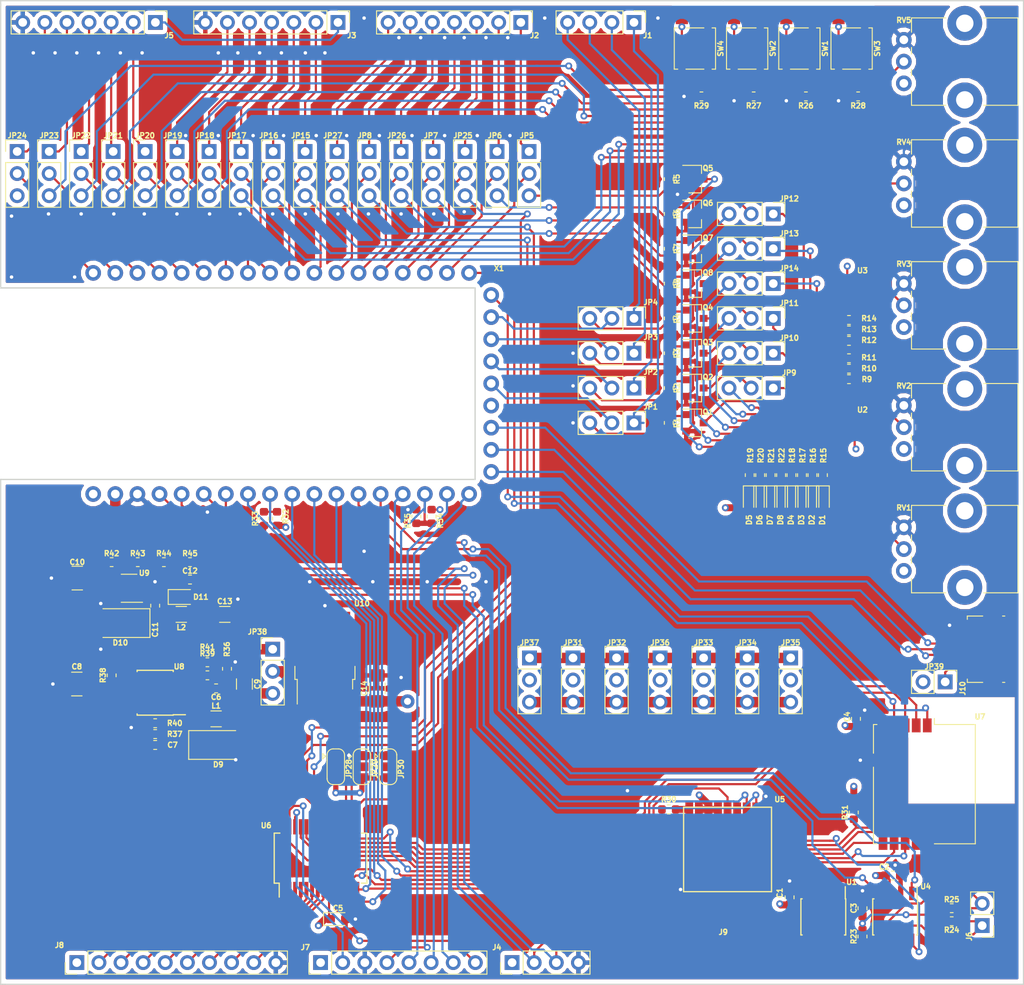
<source format=kicad_pcb>
(kicad_pcb (version 20171130) (host pcbnew 5.0.2-bee76a0~70~ubuntu18.04.1)
  (layers (0 F.Cu signal) (1 In1.Cu signal) (2 In2.Cu signal) (31 B.Cu signal) (34 B.Paste user) (35 F.Paste user) (36 B.SilkS user) (37 F.SilkS user) (38 B.Mask user) (39 F.Mask user) (44 Edge.Cuts user))
  (net 0 "")
  (net 1 GND)
  (net 2 "Net-(C1-Pad1)")
  (net 3 +3V3)
  (net 4 "Net-(C3-Pad2)")
  (net 5 "Net-(D1-Pad1)")
  (net 6 "Net-(D2-Pad1)")
  (net 7 "Net-(D3-Pad1)")
  (net 8 "Net-(D4-Pad1)")
  (net 9 "Net-(D5-Pad1)")
  (net 10 "Net-(D6-Pad1)")
  (net 11 "Net-(D7-Pad1)")
  (net 12 "Net-(D8-Pad1)")
  (net 13 TIM4_CH1_OUT)
  (net 14 TIM4_CH2_OUT)
  (net 15 TIM4_CH3_OUT)
  (net 16 TIM4_CH4_OUT)
  (net 17 TIM1_CH4_OUT)
  (net 18 TIM1_CH3_OUT)
  (net 19 TIM1_CH3N)
  (net 20 TIM1_CH2_OUT)
  (net 21 TIM1_CH2N)
  (net 22 TIM1_CH1_OUT)
  (net 23 TIM1_CH1N)
  (net 24 ADC5_OUT)
  (net 25 ADC4_OUT)
  (net 26 ADC3_OUT)
  (net 27 ADC2_OUT)
  (net 28 ADC1_OUT)
  (net 29 I2C1_SCL)
  (net 30 I2C1_SDA)
  (net 31 I2S2_ext_SD_OUT)
  (net 32 I2S2_SD_OUT)
  (net 33 I2S2_MCK_OUT)
  (net 34 I2S2_WS_OUT)
  (net 35 I2S2_CK_OUT)
  (net 36 "Net-(J6-Pad1)")
  (net 37 "Net-(J6-Pad2)")
  (net 38 GPIO_EXP_5)
  (net 39 SPI3_MISO)
  (net 40 SPI3_MOSI)
  (net 41 SPI3_SCK)
  (net 42 SPI3_CS1)
  (net 43 GPIO_EXP_6)
  (net 44 "Net-(J8-Pad2)")
  (net 45 "Net-(J8-Pad3)")
  (net 46 "Net-(J8-Pad4)")
  (net 47 "Net-(J8-Pad5)")
  (net 48 "Net-(J8-Pad6)")
  (net 49 "Net-(J8-Pad7)")
  (net 50 "Net-(J8-Pad8)")
  (net 51 "Net-(J8-Pad9)")
  (net 52 TIM4_CH4_LED)
  (net 53 TIM4_CH4)
  (net 54 TIM4_CH3_LED)
  (net 55 TIM4_CH3)
  (net 56 TIM4_CH2_LED)
  (net 57 TIM4_CH2)
  (net 58 TIM4_CH1)
  (net 59 TIM4_CH1_LED)
  (net 60 TIM1_CH4)
  (net 61 TIM1_CH4_LED)
  (net 62 TIM1_CH3_LED)
  (net 63 TIM1_CH3)
  (net 64 TIM1_CH2)
  (net 65 TIM1_CH2_LED)
  (net 66 TIM1_CH1_LED)
  (net 67 TIM1_CH1)
  (net 68 "Net-(JP9-Pad3)")
  (net 69 "Net-(JP9-Pad2)")
  (net 70 "Net-(JP9-Pad1)")
  (net 71 "Net-(JP10-Pad1)")
  (net 72 "Net-(JP10-Pad2)")
  (net 73 "Net-(JP10-Pad3)")
  (net 74 "Net-(JP11-Pad3)")
  (net 75 "Net-(JP11-Pad2)")
  (net 76 "Net-(JP11-Pad1)")
  (net 77 "Net-(JP12-Pad1)")
  (net 78 "Net-(JP12-Pad2)")
  (net 79 "Net-(JP12-Pad3)")
  (net 80 "Net-(JP13-Pad1)")
  (net 81 "Net-(JP13-Pad2)")
  (net 82 "Net-(JP13-Pad3)")
  (net 83 "Net-(JP14-Pad1)")
  (net 84 "Net-(JP14-Pad2)")
  (net 85 "Net-(JP14-Pad3)")
  (net 86 "Net-(JP15-Pad3)")
  (net 87 ADC5)
  (net 88 "Net-(JP16-Pad3)")
  (net 89 ADC4)
  (net 90 ADC3)
  (net 91 "Net-(JP17-Pad3)")
  (net 92 "Net-(JP18-Pad3)")
  (net 93 ADC2)
  (net 94 ADC1)
  (net 95 "Net-(JP19-Pad3)")
  (net 96 I2S2_CK)
  (net 97 I2S2_WS)
  (net 98 I2S2_MCK)
  (net 99 I2S2_SD)
  (net 100 I2S2_ext_SD)
  (net 101 I2S2_ext_SD_INT)
  (net 102 TIM1_CH3N_OUT)
  (net 103 "Net-(JP25-Pad3)")
  (net 104 TIM1_CH2N_OUT)
  (net 105 "Net-(JP26-Pad3)")
  (net 106 TIM1_CH1N_OUT)
  (net 107 "Net-(JP27-Pad3)")
  (net 108 "Net-(JP28-Pad2)")
  (net 109 "Net-(JP29-Pad2)")
  (net 110 "Net-(JP30-Pad2)")
  (net 111 "Net-(Q1-Pad3)")
  (net 112 "Net-(Q1-Pad1)")
  (net 113 "Net-(Q2-Pad1)")
  (net 114 "Net-(Q3-Pad1)")
  (net 115 "Net-(Q4-Pad1)")
  (net 116 "Net-(Q5-Pad1)")
  (net 117 "Net-(Q5-Pad3)")
  (net 118 "Net-(Q6-Pad1)")
  (net 119 "Net-(Q7-Pad1)")
  (net 120 "Net-(Q8-Pad1)")
  (net 121 "Net-(R9-Pad1)")
  (net 122 "Net-(R10-Pad1)")
  (net 123 "Net-(R11-Pad1)")
  (net 124 "Net-(R12-Pad1)")
  (net 125 "Net-(R13-Pad1)")
  (net 126 "Net-(R14-Pad1)")
  (net 127 "Net-(R23-Pad2)")
  (net 128 GPIO_EXP_4)
  (net 129 "Net-(R30-Pad2)")
  (net 130 GPIO_EXP_0)
  (net 131 SPI1_MISO)
  (net 132 CAN1_RX)
  (net 133 CAN1_TX)
  (net 134 SPI1_CS1)
  (net 135 SPI1_SCK)
  (net 136 SPI1_MOSI)
  (net 137 GPIO_EXP_1)
  (net 138 GPIO_EXP_2)
  (net 139 GPIO_EXP_3)
  (net 140 GPIO_EXP_7)
  (net 141 I2C3_SDA)
  (net 142 I2C3_SCL)
  (net 143 SPI1_CS2)
  (net 144 +12V)
  (net 145 UART8_TX)
  (net 146 UART8_RX)
  (net 147 USB_DP)
  (net 148 USB_DM)
  (net 149 USB_ID)
  (net 150 USB_VBUS)
  (net 151 "Net-(C2-Pad1)")
  (net 152 "Net-(C4-Pad1)")
  (net 153 "Net-(C5-Pad1)")
  (net 154 "Net-(D1-Pad2)")
  (net 155 "Net-(J3-Pad1)")
  (net 156 "Net-(J9-Pad3)")
  (net 157 +3.3VP)
  (net 158 "Net-(JP36-Pad2)")
  (net 159 "Net-(U5-Pad4)")
  (net 160 "Net-(U5-Pad13)")
  (net 161 "Net-(U5-Pad14)")
  (net 162 "Net-(U5-Pad15)")
  (net 163 "Net-(U5-Pad18)")
  (net 164 "Net-(C6-Pad1)")
  (net 165 "Net-(C6-Pad2)")
  (net 166 "Net-(C7-Pad2)")
  (net 167 "Net-(C7-Pad1)")
  (net 168 "Net-(C9-Pad1)")
  (net 169 "Net-(C11-Pad1)")
  (net 170 "Net-(C11-Pad2)")
  (net 171 "Net-(C12-Pad2)")
  (net 172 "Net-(C12-Pad1)")
  (net 173 "Net-(J10-Pad1)")
  (net 174 +5V)
  (net 175 "Net-(R37-Pad2)")
  (net 176 "Net-(R38-Pad2)")
  (net 177 "Net-(R39-Pad2)")
  (net 178 "Net-(R42-Pad2)")
  (net 179 "Net-(JP20-Pad3)")
  (net 180 "Net-(JP21-Pad3)")
  (net 181 "Net-(JP22-Pad3)")
  (net 182 "Net-(JP23-Pad3)")
  (module Capacitor_SMD:C_0603_1608Metric_Pad1.05x0.95mm_HandSolder (layer F.Cu) (at 118.875 117.5 90)
    (fp_text reference C1 (at 0.5 -1.125 90) (layer F.SilkS) (effects (font (size 0.6 0.6))))
    (fp_text value C)
    (pad 2 smd roundrect (at 0.875 0 90) (size 1.05 0.95) (layers F.Cu F.Paste F.Mask) (net 1 GND))
    (pad 1 smd roundrect (at -0.875 0 90) (size 1.05 0.95) (layers F.Cu F.Paste F.Mask) (net 2 "Net-(C1-Pad1)"))
  )
  (module Capacitor_SMD:C_0603_1608Metric_Pad1.05x0.95mm_HandSolder (layer F.Cu) (at 130.75 115)
    (fp_text reference C2 (at -1 -1) (layer F.SilkS) (effects (font (size 0.6 0.6))))
    (fp_text value C)
    (pad 1 smd roundrect (at -0.875 0) (size 1.05 0.95) (layers F.Cu F.Paste F.Mask) (net 151 "Net-(C2-Pad1)"))
    (pad 2 smd roundrect (at 0.875 0) (size 1.05 0.95) (layers F.Cu F.Paste F.Mask) (net 1 GND))
  )
  (module Capacitor_SMD:C_0603_1608Metric_Pad1.05x0.95mm_HandSolder (layer F.Cu) (at 127.25 118.75 270)
    (fp_text reference C3 (at 0 1 270) (layer F.SilkS) (effects (font (size 0.6 0.6))))
    (fp_text value C)
    (pad 2 smd roundrect (at 0.875 0 270) (size 1.05 0.95) (layers F.Cu F.Paste F.Mask) (net 4 "Net-(C3-Pad2)"))
    (pad 1 smd roundrect (at -0.875 0 270) (size 1.05 0.95) (layers F.Cu F.Paste F.Mask) (net 1 GND))
  )
  (module Capacitor_SMD:C_0603_1608Metric_Pad1.05x0.95mm_HandSolder (layer F.Cu) (at 126.5 97 90)
    (fp_text reference C4 (at 0.25 -1 90) (layer F.SilkS) (effects (font (size 0.6 0.6))))
    (fp_text value C)
    (pad 1 smd roundrect (at -0.875 0 90) (size 1.05 0.95) (layers F.Cu F.Paste F.Mask) (net 152 "Net-(C4-Pad1)"))
    (pad 2 smd roundrect (at 0.875 0 90) (size 1.05 0.95) (layers F.Cu F.Paste F.Mask) (net 1 GND))
  )
  (module LED_SMD:LED_0603_1608Metric_Pad1.05x0.95mm_HandSolder (layer F.Cu) (at 67 120)
    (fp_text reference C5 (at 0 -1.25) (layer F.SilkS) (effects (font (size 0.6 0.6))))
    (fp_text value C)
    (pad 2 smd roundrect (at 0.875 0) (size 1.05 0.95) (layers F.Cu F.Paste F.Mask) (net 1 GND))
    (pad 1 smd roundrect (at -0.875 0) (size 1.05 0.95) (layers F.Cu F.Paste F.Mask) (net 153 "Net-(C5-Pad1)"))
  )
  (module Capacitor_SMD:C_0603_1608Metric_Pad1.05x0.95mm_HandSolder (layer F.Cu) (at 53 93.5)
    (fp_text reference C6 (at 0 1) (layer F.SilkS) (effects (font (size 0.6 0.6))))
    (fp_text value 330pF)
    (pad 1 smd roundrect (at -0.875 0) (size 1.05 0.95) (layers F.Cu F.Paste F.Mask) (net 164 "Net-(C6-Pad1)"))
    (pad 2 smd roundrect (at 0.875 0) (size 1.05 0.95) (layers F.Cu F.Paste F.Mask) (net 165 "Net-(C6-Pad2)"))
  )
  (module Capacitor_SMD:C_0603_1608Metric_Pad1.05x0.95mm_HandSolder (layer F.Cu) (at 46 100 180)
    (fp_text reference C7 (at -2 0 180) (layer F.SilkS) (effects (font (size 0.6 0.6))))
    (fp_text value 100n)
    (pad 2 smd roundrect (at 0.875 0 180) (size 1.05 0.95) (layers F.Cu F.Paste F.Mask) (net 166 "Net-(C7-Pad2)"))
    (pad 1 smd roundrect (at -0.875 0 180) (size 1.05 0.95) (layers F.Cu F.Paste F.Mask) (net 167 "Net-(C7-Pad1)"))
  )
  (module Capacitor_SMD:C_1210_3225Metric_Pad1.42x2.65mm_HandSolder (layer F.Cu) (at 37 93)
    (fp_text reference C8 (at 0 -2) (layer F.SilkS) (effects (font (size 0.6 0.6))))
    (fp_text value 4.7uF)
    (pad 2 smd roundrect (at 1.4875 0) (size 1.425 2.65) (layers F.Cu F.Paste F.Mask) (roundrect_rratio 0.175439) (net 144 +12V))
    (pad 1 smd roundrect (at -1.4875 0) (size 1.425 2.65) (layers F.Cu F.Paste F.Mask) (roundrect_rratio 0.175439) (net 1 GND))
  )
  (module Capacitor_SMD:C_1206_3216Metric_Pad1.42x1.75mm_HandSolder (layer F.Cu) (at 56.25 93 90)
    (fp_text reference C9 (at 0 1.5 90) (layer F.SilkS) (effects (font (size 0.6 0.6))))
    (fp_text value 33uF)
    (pad 1 smd roundrect (at -1.4875 0 90) (size 1.425 1.75) (layers F.Cu F.Paste F.Mask) (roundrect_rratio 0.175439) (net 168 "Net-(C9-Pad1)"))
    (pad 2 smd roundrect (at 1.4875 0 90) (size 1.425 1.75) (layers F.Cu F.Paste F.Mask) (roundrect_rratio 0.175439) (net 1 GND))
  )
  (module Capacitor_SMD:C_1210_3225Metric_Pad1.42x2.65mm_HandSolder (layer F.Cu) (at 37.050001 80.830001)
    (fp_text reference C10 (at 0 -1.830001) (layer F.SilkS) (effects (font (size 0.6 0.6))))
    (fp_text value 4.7uF)
    (pad 1 smd roundrect (at -1.4875 0) (size 1.425 2.65) (layers F.Cu F.Paste F.Mask) (roundrect_rratio 0.175439) (net 1 GND))
    (pad 2 smd roundrect (at 1.4875 0) (size 1.425 2.65) (layers F.Cu F.Paste F.Mask) (roundrect_rratio 0.175439) (net 144 +12V))
  )
  (module Capacitor_SMD:C_0603_1608Metric_Pad1.05x0.95mm_HandSolder (layer F.Cu) (at 46 84 90)
    (fp_text reference C11 (at -2.75 0 90) (layer F.SilkS) (effects (font (size 0.6 0.6))))
    (fp_text value 100n)
    (pad 1 smd roundrect (at -0.875 0 90) (size 1.05 0.95) (layers F.Cu F.Paste F.Mask) (net 169 "Net-(C11-Pad1)"))
    (pad 2 smd roundrect (at 0.875 0 90) (size 1.05 0.95) (layers F.Cu F.Paste F.Mask) (net 170 "Net-(C11-Pad2)"))
  )
  (module Capacitor_SMD:C_0603_1608Metric_Pad1.05x0.95mm_HandSolder (layer F.Cu) (at 50 81 180)
    (fp_text reference C12 (at 0 1 180) (layer F.SilkS) (effects (font (size 0.6 0.6))))
    (fp_text value 20pF)
    (pad 2 smd roundrect (at 0.875 0 180) (size 1.05 0.95) (layers F.Cu F.Paste F.Mask) (net 171 "Net-(C12-Pad2)"))
    (pad 1 smd roundrect (at -0.875 0 180) (size 1.05 0.95) (layers F.Cu F.Paste F.Mask) (net 172 "Net-(C12-Pad1)"))
  )
  (module Capacitor_SMD:C_1206_3216Metric_Pad1.42x1.75mm_HandSolder (layer F.Cu) (at 54 85)
    (fp_text reference C13 (at 0 -1.5) (layer F.SilkS) (effects (font (size 0.6 0.6))))
    (fp_text value 33uF)
    (pad 2 smd roundrect (at 1.4875 0) (size 1.425 1.75) (layers F.Cu F.Paste F.Mask) (roundrect_rratio 0.175439) (net 1 GND))
    (pad 1 smd roundrect (at -1.4875 0) (size 1.425 1.75) (layers F.Cu F.Paste F.Mask) (roundrect_rratio 0.175439) (net 172 "Net-(C12-Pad1)"))
  )
  (module Capacitor_SMD:C_1206_3216Metric_Pad1.42x1.75mm_HandSolder (layer F.Cu) (at 71.5 93.5 90)
    (fp_text reference C14 (at 0 -1.5 90) (layer F.SilkS) (effects (font (size 0.6 0.6))))
    (fp_text value 33uF)
    (pad 1 smd roundrect (at -1.4875 0 90) (size 1.425 1.75) (layers F.Cu F.Paste F.Mask) (roundrect_rratio 0.175439) (net 157 +3.3VP))
    (pad 2 smd roundrect (at 1.4875 0 90) (size 1.425 1.75) (layers F.Cu F.Paste F.Mask) (roundrect_rratio 0.175439) (net 1 GND))
  )
  (module LED_SMD:LED_0603_1608Metric_Pad1.05x0.95mm_HandSolder (layer F.Cu) (at 122.7 71.9 270)
    (fp_text reference D1 (at 2.25 0.07 270) (layer F.SilkS) (effects (font (size 0.6 0.6))))
    (fp_text value LED)
    (pad 1 smd roundrect (at -0.875 0 270) (size 1.05 0.95) (layers F.Cu F.Paste F.Mask) (net 5 "Net-(D1-Pad1)"))
    (pad 2 smd roundrect (at 0.875 0 270) (size 1.05 0.95) (layers F.Cu F.Paste F.Mask) (net 154 "Net-(D1-Pad2)"))
  )
  (module LED_SMD:LED_0603_1608Metric_Pad1.05x0.95mm_HandSolder (layer F.Cu) (at 121.5 71.9 270)
    (fp_text reference D2 (at 2.25 0.07 270) (layer F.SilkS) (effects (font (size 0.6 0.6))))
    (fp_text value LED)
    (pad 2 smd roundrect (at 0.875 0 270) (size 1.05 0.95) (layers F.Cu F.Paste F.Mask) (net 154 "Net-(D1-Pad2)"))
    (pad 1 smd roundrect (at -0.875 0 270) (size 1.05 0.95) (layers F.Cu F.Paste F.Mask) (net 6 "Net-(D2-Pad1)"))
  )
  (module LED_SMD:LED_0603_1608Metric_Pad1.05x0.95mm_HandSolder (layer F.Cu) (at 120.3 71.9 270)
    (fp_text reference D3 (at 2.25 0.07 270) (layer F.SilkS) (effects (font (size 0.6 0.6))))
    (fp_text value LED)
    (pad 1 smd roundrect (at -0.875 0 270) (size 1.05 0.95) (layers F.Cu F.Paste F.Mask) (net 7 "Net-(D3-Pad1)"))
    (pad 2 smd roundrect (at 0.875 0 270) (size 1.05 0.95) (layers F.Cu F.Paste F.Mask) (net 154 "Net-(D1-Pad2)"))
  )
  (module LED_SMD:LED_0603_1608Metric_Pad1.05x0.95mm_HandSolder (layer F.Cu) (at 119.1 71.9 270)
    (fp_text reference D4 (at 2.25 0.07 270) (layer F.SilkS) (effects (font (size 0.6 0.6))))
    (fp_text value LED)
    (pad 2 smd roundrect (at 0.875 0 270) (size 1.05 0.95) (layers F.Cu F.Paste F.Mask) (net 154 "Net-(D1-Pad2)"))
    (pad 1 smd roundrect (at -0.875 0 270) (size 1.05 0.95) (layers F.Cu F.Paste F.Mask) (net 8 "Net-(D4-Pad1)"))
  )
  (module LED_SMD:LED_0603_1608Metric_Pad1.05x0.95mm_HandSolder (layer F.Cu) (at 114.3 71.9 270)
    (fp_text reference D5 (at 2.25 0.07 270) (layer F.SilkS) (effects (font (size 0.6 0.6))))
    (fp_text value LED)
    (pad 1 smd roundrect (at -0.875 0 270) (size 1.05 0.95) (layers F.Cu F.Paste F.Mask) (net 9 "Net-(D5-Pad1)"))
    (pad 2 smd roundrect (at 0.875 0 270) (size 1.05 0.95) (layers F.Cu F.Paste F.Mask) (net 154 "Net-(D1-Pad2)"))
  )
  (module LED_SMD:LED_0603_1608Metric_Pad1.05x0.95mm_HandSolder (layer F.Cu) (at 115.5 71.9 270)
    (fp_text reference D6 (at 2.25 0.07 270) (layer F.SilkS) (effects (font (size 0.6 0.6))))
    (fp_text value LED)
    (pad 1 smd roundrect (at -0.875 0 270) (size 1.05 0.95) (layers F.Cu F.Paste F.Mask) (net 10 "Net-(D6-Pad1)"))
    (pad 2 smd roundrect (at 0.875 0 270) (size 1.05 0.95) (layers F.Cu F.Paste F.Mask) (net 154 "Net-(D1-Pad2)"))
  )
  (module LED_SMD:LED_0603_1608Metric_Pad1.05x0.95mm_HandSolder (layer F.Cu) (at 116.692971 71.9 270)
    (fp_text reference D7 (at 2.25 0.07 270) (layer F.SilkS) (effects (font (size 0.6 0.6))))
    (fp_text value LED)
    (pad 2 smd roundrect (at 0.875 0 270) (size 1.05 0.95) (layers F.Cu F.Paste F.Mask) (net 154 "Net-(D1-Pad2)"))
    (pad 1 smd roundrect (at -0.875 0 270) (size 1.05 0.95) (layers F.Cu F.Paste F.Mask) (net 11 "Net-(D7-Pad1)"))
  )
  (module LED_SMD:LED_0603_1608Metric_Pad1.05x0.95mm_HandSolder (layer F.Cu) (at 117.9 71.9 270)
    (fp_text reference D8 (at 2.25 0.07 270) (layer F.SilkS) (effects (font (size 0.6 0.6))))
    (fp_text value LED)
    (pad 1 smd roundrect (at -0.875 0 270) (size 1.05 0.95) (layers F.Cu F.Paste F.Mask) (net 12 "Net-(D8-Pad1)"))
    (pad 2 smd roundrect (at 0.875 0 270) (size 1.05 0.95) (layers F.Cu F.Paste F.Mask) (net 154 "Net-(D1-Pad2)"))
  )
  (module Diode_SMD:D_SMA (layer F.Cu) (at 53.25 100)
    (fp_text reference D9 (at 0 2.25) (layer F.SilkS) (effects (font (size 0.6 0.6))))
    (fp_text value D_Schottky)
    (pad 2 smd rect (at 2 0) (size 2.5 1.8) (layers F.Cu F.Paste F.Mask) (net 1 GND))
    (pad 1 smd rect (at -2 0) (size 2.5 1.8) (layers F.Cu F.Paste F.Mask) (net 167 "Net-(C7-Pad1)"))
  )
  (module Diode_SMD:D_SMA (layer F.Cu) (at 42 86 180)
    (fp_text reference D10 (at 0 -2.25 180) (layer F.SilkS) (effects (font (size 0.6 0.6))))
    (fp_text value D_Schottky)
    (pad 1 smd rect (at -2 0 180) (size 2.5 1.8) (layers F.Cu F.Paste F.Mask) (net 169 "Net-(C11-Pad1)"))
    (pad 2 smd rect (at 2 0 180) (size 2.5 1.8) (layers F.Cu F.Paste F.Mask) (net 1 GND))
  )
  (module Diode_SMD:D_SOD-323 (layer F.Cu) (at 49 83)
    (fp_text reference D11 (at 2.25 0) (layer F.SilkS) (effects (font (size 0.6 0.6))))
    (fp_text value 1N4148WS)
    (pad 1 smd rect (at -1.05 0) (size 0.6 0.45) (layers F.Cu F.Paste F.Mask) (net 170 "Net-(C11-Pad2)"))
    (pad 2 smd rect (at 1.05 0) (size 0.6 0.45) (layers F.Cu F.Paste F.Mask) (net 172 "Net-(C12-Pad1)"))
  )
  (module Connector_PinHeader_2.54mm:PinHeader_1x04_P2.54mm_Vertical (layer F.Cu) (at 101 17 270)
    (fp_text reference J1 (at 1.5 -1.58 180) (layer F.SilkS) (effects (font (size 0.6 0.6))))
    (fp_text value Conn_01x04)
    (pad 1 thru_hole rect (at 0 0 270) (size 1.7 1.7) (drill 1) (layers *.Cu *.Mask) (net 16 TIM4_CH4_OUT))
    (pad 2 thru_hole oval (at 0 2.54 270) (size 1.7 1.7) (drill 1) (layers *.Cu *.Mask) (net 15 TIM4_CH3_OUT))
    (pad 3 thru_hole oval (at 0 5.08 270) (size 1.7 1.7) (drill 1) (layers *.Cu *.Mask) (net 14 TIM4_CH2_OUT))
    (pad 4 thru_hole oval (at 0 7.62 270) (size 1.7 1.7) (drill 1) (layers *.Cu *.Mask) (net 13 TIM4_CH1_OUT))
  )
  (module Connector_PinHeader_2.54mm:PinHeader_1x07_P2.54mm_Vertical (layer F.Cu) (at 88 17 270)
    (fp_text reference J2 (at 1.5 -1.58 180) (layer F.SilkS) (effects (font (size 0.6 0.6))))
    (fp_text value Conn_01x07)
    (pad 1 thru_hole rect (at 0 0 270) (size 1.7 1.7) (drill 1) (layers *.Cu *.Mask) (net 17 TIM1_CH4_OUT))
    (pad 2 thru_hole oval (at 0 2.54 270) (size 1.7 1.7) (drill 1) (layers *.Cu *.Mask) (net 18 TIM1_CH3_OUT))
    (pad 3 thru_hole oval (at 0 5.08 270) (size 1.7 1.7) (drill 1) (layers *.Cu *.Mask) (net 102 TIM1_CH3N_OUT))
    (pad 4 thru_hole oval (at 0 7.62 270) (size 1.7 1.7) (drill 1) (layers *.Cu *.Mask) (net 20 TIM1_CH2_OUT))
    (pad 5 thru_hole oval (at 0 10.16 270) (size 1.7 1.7) (drill 1) (layers *.Cu *.Mask) (net 104 TIM1_CH2N_OUT))
    (pad 6 thru_hole oval (at 0 12.7 270) (size 1.7 1.7) (drill 1) (layers *.Cu *.Mask) (net 22 TIM1_CH1_OUT))
    (pad 7 thru_hole oval (at 0 15.24 270) (size 1.7 1.7) (drill 1) (layers *.Cu *.Mask) (net 106 TIM1_CH1N_OUT))
  )
  (module Connector_PinHeader_2.54mm:PinHeader_1x07_P2.54mm_Vertical (layer F.Cu) (at 67 17 270)
    (fp_text reference J3 (at 1.5 -1.58 180) (layer F.SilkS) (effects (font (size 0.6 0.6))))
    (fp_text value Conn_01x07)
    (pad 7 thru_hole oval (at 0 15.24 270) (size 1.7 1.7) (drill 1) (layers *.Cu *.Mask) (net 1 GND))
    (pad 6 thru_hole oval (at 0 12.7 270) (size 1.7 1.7) (drill 1) (layers *.Cu *.Mask) (net 28 ADC1_OUT))
    (pad 5 thru_hole oval (at 0 10.16 270) (size 1.7 1.7) (drill 1) (layers *.Cu *.Mask) (net 27 ADC2_OUT))
    (pad 4 thru_hole oval (at 0 7.62 270) (size 1.7 1.7) (drill 1) (layers *.Cu *.Mask) (net 26 ADC3_OUT))
    (pad 3 thru_hole oval (at 0 5.08 270) (size 1.7 1.7) (drill 1) (layers *.Cu *.Mask) (net 25 ADC4_OUT))
    (pad 2 thru_hole oval (at 0 2.54 270) (size 1.7 1.7) (drill 1) (layers *.Cu *.Mask) (net 24 ADC5_OUT))
    (pad 1 thru_hole rect (at 0 0 270) (size 1.7 1.7) (drill 1) (layers *.Cu *.Mask) (net 155 "Net-(J3-Pad1)"))
  )
  (module Connector_PinHeader_2.54mm:PinHeader_1x04_P2.54mm_Vertical (layer F.Cu) (at 87 125 90)
    (fp_text reference J4 (at 1.75 -1.75) (layer F.SilkS) (effects (font (size 0.6 0.6))))
    (fp_text value Conn_01x04)
    (pad 4 thru_hole oval (at 0 7.62 90) (size 1.7 1.7) (drill 1) (layers *.Cu *.Mask) (net 1 GND))
    (pad 3 thru_hole oval (at 0 5.08 90) (size 1.7 1.7) (drill 1) (layers *.Cu *.Mask) (net 30 I2C1_SDA))
    (pad 2 thru_hole oval (at 0 2.54 90) (size 1.7 1.7) (drill 1) (layers *.Cu *.Mask) (net 29 I2C1_SCL))
    (pad 1 thru_hole rect (at 0 0 90) (size 1.7 1.7) (drill 1) (layers *.Cu *.Mask) (net 155 "Net-(J3-Pad1)"))
  )
  (module Connector_PinHeader_2.54mm:PinHeader_1x07_P2.54mm_Vertical (layer F.Cu) (at 46.025 17 270)
    (fp_text reference J5 (at 1.5 -1.58 180) (layer F.SilkS) (effects (font (size 0.6 0.6))))
    (fp_text value Conn_01x07)
    (pad 1 thru_hole rect (at 0 0 270) (size 1.7 1.7) (drill 1) (layers *.Cu *.Mask) (net 155 "Net-(J3-Pad1)"))
    (pad 2 thru_hole oval (at 0 2.54 270) (size 1.7 1.7) (drill 1) (layers *.Cu *.Mask) (net 35 I2S2_CK_OUT))
    (pad 3 thru_hole oval (at 0 5.08 270) (size 1.7 1.7) (drill 1) (layers *.Cu *.Mask) (net 34 I2S2_WS_OUT))
    (pad 4 thru_hole oval (at 0 7.62 270) (size 1.7 1.7) (drill 1) (layers *.Cu *.Mask) (net 33 I2S2_MCK_OUT))
    (pad 5 thru_hole oval (at 0 10.16 270) (size 1.7 1.7) (drill 1) (layers *.Cu *.Mask) (net 32 I2S2_SD_OUT))
    (pad 6 thru_hole oval (at 0 12.7 270) (size 1.7 1.7) (drill 1) (layers *.Cu *.Mask) (net 31 I2S2_ext_SD_OUT))
    (pad 7 thru_hole oval (at 0 15.24 270) (size 1.7 1.7) (drill 1) (layers *.Cu *.Mask) (net 1 GND))
  )
  (module Connector_PinHeader_2.54mm:PinHeader_1x02_P2.54mm_Vertical (layer F.Cu) (at 141 120.75 180)
    (fp_text reference J6 (at 1.5 -1.25 90) (layer F.SilkS) (effects (font (size 0.6 0.6))))
    (fp_text value Conn_01x02)
    (pad 2 thru_hole oval (at 0 2.54 180) (size 1.7 1.7) (drill 1) (layers *.Cu *.Mask) (net 37 "Net-(J6-Pad2)"))
    (pad 1 thru_hole rect (at 0 0 180) (size 1.7 1.7) (drill 1) (layers *.Cu *.Mask) (net 36 "Net-(J6-Pad1)"))
  )
  (module Connector_PinHeader_2.54mm:PinHeader_1x08_P2.54mm_Vertical (layer F.Cu) (at 65 125 90)
    (fp_text reference J7 (at 1.75 -1.75) (layer F.SilkS) (effects (font (size 0.6 0.6))))
    (fp_text value Conn_01x08)
    (pad 1 thru_hole rect (at 0 0 90) (size 1.7 1.7) (drill 1) (layers *.Cu *.Mask) (net 155 "Net-(J3-Pad1)"))
    (pad 2 thru_hole oval (at 0 2.54 90) (size 1.7 1.7) (drill 1) (layers *.Cu *.Mask) (net 38 GPIO_EXP_5))
    (pad 3 thru_hole oval (at 0 5.08 90) (size 1.7 1.7) (drill 1) (layers *.Cu *.Mask) (net 1 GND))
    (pad 4 thru_hole oval (at 0 7.62 90) (size 1.7 1.7) (drill 1) (layers *.Cu *.Mask) (net 39 SPI3_MISO))
    (pad 5 thru_hole oval (at 0 10.16 90) (size 1.7 1.7) (drill 1) (layers *.Cu *.Mask) (net 40 SPI3_MOSI))
    (pad 6 thru_hole oval (at 0 12.7 90) (size 1.7 1.7) (drill 1) (layers *.Cu *.Mask) (net 41 SPI3_SCK))
    (pad 7 thru_hole oval (at 0 15.24 90) (size 1.7 1.7) (drill 1) (layers *.Cu *.Mask) (net 42 SPI3_CS1))
    (pad 8 thru_hole oval (at 0 17.78 90) (size 1.7 1.7) (drill 1) (layers *.Cu *.Mask) (net 43 GPIO_EXP_6))
  )
  (module Connector_PinHeader_2.54mm:PinHeader_1x10_P2.54mm_Vertical (layer F.Cu) (at 37 125 90)
    (fp_text reference J8 (at 2 -2) (layer F.SilkS) (effects (font (size 0.6 0.6))))
    (fp_text value Conn_01x10)
    (pad 1 thru_hole rect (at 0 0 90) (size 1.7 1.7) (drill 1) (layers *.Cu *.Mask) (net 3 +3V3))
    (pad 2 thru_hole oval (at 0 2.54 90) (size 1.7 1.7) (drill 1) (layers *.Cu *.Mask) (net 44 "Net-(J8-Pad2)"))
    (pad 3 thru_hole oval (at 0 5.08 90) (size 1.7 1.7) (drill 1) (layers *.Cu *.Mask) (net 45 "Net-(J8-Pad3)"))
    (pad 4 thru_hole oval (at 0 7.62 90) (size 1.7 1.7) (drill 1) (layers *.Cu *.Mask) (net 46 "Net-(J8-Pad4)"))
    (pad 5 thru_hole oval (at 0 10.16 90) (size 1.7 1.7) (drill 1) (layers *.Cu *.Mask) (net 47 "Net-(J8-Pad5)"))
    (pad 6 thru_hole oval (at 0 12.7 90) (size 1.7 1.7) (drill 1) (layers *.Cu *.Mask) (net 48 "Net-(J8-Pad6)"))
    (pad 7 thru_hole oval (at 0 15.24 90) (size 1.7 1.7) (drill 1) (layers *.Cu *.Mask) (net 49 "Net-(J8-Pad7)"))
    (pad 8 thru_hole oval (at 0 17.78 90) (size 1.7 1.7) (drill 1) (layers *.Cu *.Mask) (net 50 "Net-(J8-Pad8)"))
    (pad 9 thru_hole oval (at 0 20.32 90) (size 1.7 1.7) (drill 1) (layers *.Cu *.Mask) (net 51 "Net-(J8-Pad9)"))
    (pad 10 thru_hole oval (at 0 22.86 90) (size 1.7 1.7) (drill 1) (layers *.Cu *.Mask) (net 1 GND))
  )
  (module TJ:CONUFL001-SMD (layer F.Cu) (at 108.525 123.5)
    (fp_text reference J9 (at 2.725 -2) (layer F.SilkS) (effects (font (size 0.6 0.6))))
    (fp_text value Conn_01x03_Male)
    (pad 1 smd rect (at -1.475 0) (size 1.05 2.2) (layers F.Cu F.Paste F.Mask) (net 1 GND))
    (pad 2 smd rect (at 1.475 0) (size 1.05 2.2) (layers F.Cu F.Paste F.Mask) (net 1 GND))
    (pad 3 smd rect (at 0 1.55) (size 1 1.05) (layers F.Cu F.Paste F.Mask) (net 156 "Net-(J9-Pad3)"))
  )
  (module Connector_USB:USB_Micro-B_Molex_47346-0001 (layer F.Cu) (at 141 89 90)
    (fp_text reference J10 (at -4.5 -2.25 270) (layer F.SilkS) (effects (font (size 0.6 0.6))))
    (fp_text value USB_OTG)
    (pad 1 smd rect (at -1.3 -1.46 90) (size 0.45 1.38) (layers F.Cu F.Paste F.Mask) (net 173 "Net-(J10-Pad1)"))
    (pad 2 smd rect (at -0.65 -1.46 90) (size 0.45 1.38) (layers F.Cu F.Paste F.Mask) (net 148 USB_DM))
    (pad 3 smd rect (at 0 -1.46 90) (size 0.45 1.38) (layers F.Cu F.Paste F.Mask) (net 147 USB_DP))
    (pad 4 smd rect (at 0.65 -1.46 90) (size 0.45 1.38) (layers F.Cu F.Paste F.Mask) (net 149 USB_ID))
    (pad 5 smd rect (at 1.3 -1.46 90) (size 0.45 1.38) (layers F.Cu F.Paste F.Mask) (net 1 GND))
    (pad 6 smd rect (at -2.4625 -1.1 90) (size 1.475 2.1) (layers F.Cu F.Paste F.Mask) (net 1 GND))
    (pad 6 smd rect (at 2.4625 -1.1 90) (size 1.475 2.1) (layers F.Cu F.Paste F.Mask) (net 1 GND))
    (pad 6 smd rect (at -2.91 1.2 90) (size 2.375 1.9) (layers F.Cu F.Paste F.Mask) (net 1 GND))
    (pad 6 smd rect (at 2.91 1.2 90) (size 2.375 1.9) (layers F.Cu F.Paste F.Mask) (net 1 GND))
    (pad 6 smd rect (at -0.84 1.2 90) (size 1.175 1.9) (layers F.Cu F.Paste F.Mask) (net 1 GND))
    (pad 6 smd rect (at 0.84 1.2 90) (size 1.175 1.9) (layers F.Cu F.Paste F.Mask) (net 1 GND))
  )
  (module Connector_PinHeader_2.54mm:PinHeader_1x03_P2.54mm_Vertical (layer F.Cu) (at 101 63 270)
    (fp_text reference JP1 (at -1.84393 -1.92393 180) (layer F.SilkS) (effects (font (size 0.6 0.6))))
    (fp_text value Jumper_NC_Dual)
    (pad 1 thru_hole rect (at 0 0 270) (size 1.7 1.7) (drill 1) (layers *.Cu *.Mask) (net 16 TIM4_CH4_OUT))
    (pad 2 thru_hole oval (at 0 2.54 270) (size 1.7 1.7) (drill 1) (layers *.Cu *.Mask) (net 53 TIM4_CH4))
    (pad 3 thru_hole oval (at 0 5.08 270) (size 1.7 1.7) (drill 1) (layers *.Cu *.Mask) (net 52 TIM4_CH4_LED))
  )
  (module Connector_PinHeader_2.54mm:PinHeader_1x03_P2.54mm_Vertical (layer F.Cu) (at 101 59 270)
    (fp_text reference JP2 (at -1.84393 -1.92393 180) (layer F.SilkS) (effects (font (size 0.6 0.6))))
    (fp_text value Jumper_NC_Dual)
    (pad 3 thru_hole oval (at 0 5.08 270) (size 1.7 1.7) (drill 1) (layers *.Cu *.Mask) (net 54 TIM4_CH3_LED))
    (pad 2 thru_hole oval (at 0 2.54 270) (size 1.7 1.7) (drill 1) (layers *.Cu *.Mask) (net 55 TIM4_CH3))
    (pad 1 thru_hole rect (at 0 0 270) (size 1.7 1.7) (drill 1) (layers *.Cu *.Mask) (net 15 TIM4_CH3_OUT))
  )
  (module Connector_PinHeader_2.54mm:PinHeader_1x03_P2.54mm_Vertical (layer F.Cu) (at 101 55 270)
    (fp_text reference JP3 (at -1.84393 -1.92393 180) (layer F.SilkS) (effects (font (size 0.6 0.6))))
    (fp_text value Jumper_NC_Dual)
    (pad 3 thru_hole oval (at 0 5.08 270) (size 1.7 1.7) (drill 1) (layers *.Cu *.Mask) (net 56 TIM4_CH2_LED))
    (pad 2 thru_hole oval (at 0 2.54 270) (size 1.7 1.7) (drill 1) (layers *.Cu *.Mask) (net 57 TIM4_CH2))
    (pad 1 thru_hole rect (at 0 0 270) (size 1.7 1.7) (drill 1) (layers *.Cu *.Mask) (net 14 TIM4_CH2_OUT))
  )
  (module Connector_PinHeader_2.54mm:PinHeader_1x03_P2.54mm_Vertical (layer F.Cu) (at 101 51 270)
    (fp_text reference JP4 (at -1.84393 -1.92393 180) (layer F.SilkS) (effects (font (size 0.6 0.6))))
    (fp_text value Jumper_NC_Dual)
    (pad 3 thru_hole oval (at 0 5.08 270) (size 1.7 1.7) (drill 1) (layers *.Cu *.Mask) (net 59 TIM4_CH1_LED))
    (pad 2 thru_hole oval (at 0 2.54 270) (size 1.7 1.7) (drill 1) (layers *.Cu *.Mask) (net 58 TIM4_CH1))
    (pad 1 thru_hole rect (at 0 0 270) (size 1.7 1.7) (drill 1) (layers *.Cu *.Mask) (net 13 TIM4_CH1_OUT))
  )
  (module Connector_PinHeader_2.54mm:PinHeader_1x03_P2.54mm_Vertical (layer F.Cu) (at 88.95 31.825)
    (fp_text reference JP5 (at -0.25 -1.83) (layer F.SilkS) (effects (font (size 0.6 0.6))))
    (fp_text value Jumper_NC_Dual)
    (pad 1 thru_hole rect (at 0 0) (size 1.7 1.7) (drill 1) (layers *.Cu *.Mask) (net 17 TIM1_CH4_OUT))
    (pad 2 thru_hole oval (at 0 2.54) (size 1.7 1.7) (drill 1) (layers *.Cu *.Mask) (net 60 TIM1_CH4))
    (pad 3 thru_hole oval (at 0 5.08) (size 1.7 1.7) (drill 1) (layers *.Cu *.Mask) (net 61 TIM1_CH4_LED))
  )
  (module Connector_PinHeader_2.54mm:PinHeader_1x03_P2.54mm_Vertical (layer F.Cu) (at 85.275 31.825)
    (fp_text reference JP6 (at -0.25 -1.83) (layer F.SilkS) (effects (font (size 0.6 0.6))))
    (fp_text value Jumper_NC_Dual)
    (pad 3 thru_hole oval (at 0 5.08) (size 1.7 1.7) (drill 1) (layers *.Cu *.Mask) (net 62 TIM1_CH3_LED))
    (pad 2 thru_hole oval (at 0 2.54) (size 1.7 1.7) (drill 1) (layers *.Cu *.Mask) (net 63 TIM1_CH3))
    (pad 1 thru_hole rect (at 0 0) (size 1.7 1.7) (drill 1) (layers *.Cu *.Mask) (net 18 TIM1_CH3_OUT))
  )
  (module Connector_PinHeader_2.54mm:PinHeader_1x03_P2.54mm_Vertical (layer F.Cu) (at 77.925 31.825)
    (fp_text reference JP7 (at -0.25 -1.83) (layer F.SilkS) (effects (font (size 0.6 0.6))))
    (fp_text value Jumper_NC_Dual)
    (pad 1 thru_hole rect (at 0 0) (size 1.7 1.7) (drill 1) (layers *.Cu *.Mask) (net 20 TIM1_CH2_OUT))
    (pad 2 thru_hole oval (at 0 2.54) (size 1.7 1.7) (drill 1) (layers *.Cu *.Mask) (net 64 TIM1_CH2))
    (pad 3 thru_hole oval (at 0 5.08) (size 1.7 1.7) (drill 1) (layers *.Cu *.Mask) (net 65 TIM1_CH2_LED))
  )
  (module Connector_PinHeader_2.54mm:PinHeader_1x03_P2.54mm_Vertical (layer F.Cu) (at 70.575 31.825)
    (fp_text reference JP8 (at -0.5 -1.83) (layer F.SilkS) (effects (font (size 0.6 0.6))))
    (fp_text value Jumper_NC_Dual)
    (pad 1 thru_hole rect (at 0 0) (size 1.7 1.7) (drill 1) (layers *.Cu *.Mask) (net 22 TIM1_CH1_OUT))
    (pad 2 thru_hole oval (at 0 2.54) (size 1.7 1.7) (drill 1) (layers *.Cu *.Mask) (net 67 TIM1_CH1))
    (pad 3 thru_hole oval (at 0 5.08) (size 1.7 1.7) (drill 1) (layers *.Cu *.Mask) (net 66 TIM1_CH1_LED))
  )
  (module Connector_PinHeader_2.54mm:PinHeader_1x03_P2.54mm_Vertical (layer F.Cu) (at 117 59 270)
    (fp_text reference JP9 (at -1.75 -1.83 180) (layer F.SilkS) (effects (font (size 0.6 0.6))))
    (fp_text value Jumper_NC_Dual)
    (pad 1 thru_hole rect (at 0 0 270) (size 1.7 1.7) (drill 1) (layers *.Cu *.Mask) (net 70 "Net-(JP9-Pad1)"))
    (pad 2 thru_hole oval (at 0 2.54 270) (size 1.7 1.7) (drill 1) (layers *.Cu *.Mask) (net 69 "Net-(JP9-Pad2)"))
    (pad 3 thru_hole oval (at 0 5.08 270) (size 1.7 1.7) (drill 1) (layers *.Cu *.Mask) (net 68 "Net-(JP9-Pad3)"))
  )
  (module Connector_PinHeader_2.54mm:PinHeader_1x03_P2.54mm_Vertical (layer F.Cu) (at 117 55 270)
    (fp_text reference JP10 (at -1.75 -1.83 180) (layer F.SilkS) (effects (font (size 0.6 0.6))))
    (fp_text value Jumper_NC_Dual)
    (pad 3 thru_hole oval (at 0 5.08 270) (size 1.7 1.7) (drill 1) (layers *.Cu *.Mask) (net 73 "Net-(JP10-Pad3)"))
    (pad 2 thru_hole oval (at 0 2.54 270) (size 1.7 1.7) (drill 1) (layers *.Cu *.Mask) (net 72 "Net-(JP10-Pad2)"))
    (pad 1 thru_hole rect (at 0 0 270) (size 1.7 1.7) (drill 1) (layers *.Cu *.Mask) (net 71 "Net-(JP10-Pad1)"))
  )
  (module Connector_PinHeader_2.54mm:PinHeader_1x03_P2.54mm_Vertical (layer F.Cu) (at 117 51 270)
    (fp_text reference JP11 (at -1.75 -1.83 180) (layer F.SilkS) (effects (font (size 0.6 0.6))))
    (fp_text value Jumper_NC_Dual)
    (pad 1 thru_hole rect (at 0 0 270) (size 1.7 1.7) (drill 1) (layers *.Cu *.Mask) (net 76 "Net-(JP11-Pad1)"))
    (pad 2 thru_hole oval (at 0 2.54 270) (size 1.7 1.7) (drill 1) (layers *.Cu *.Mask) (net 75 "Net-(JP11-Pad2)"))
    (pad 3 thru_hole oval (at 0 5.08 270) (size 1.7 1.7) (drill 1) (layers *.Cu *.Mask) (net 74 "Net-(JP11-Pad3)"))
  )
  (module Connector_PinHeader_2.54mm:PinHeader_1x03_P2.54mm_Vertical (layer F.Cu) (at 117 39 270)
    (fp_text reference JP12 (at -1.75 -1.83 180) (layer F.SilkS) (effects (font (size 0.6 0.6))))
    (fp_text value Jumper_NC_Dual)
    (pad 3 thru_hole oval (at 0 5.08 270) (size 1.7 1.7) (drill 1) (layers *.Cu *.Mask) (net 79 "Net-(JP12-Pad3)"))
    (pad 2 thru_hole oval (at 0 2.54 270) (size 1.7 1.7) (drill 1) (layers *.Cu *.Mask) (net 78 "Net-(JP12-Pad2)"))
    (pad 1 thru_hole rect (at 0 0 270) (size 1.7 1.7) (drill 1) (layers *.Cu *.Mask) (net 77 "Net-(JP12-Pad1)"))
  )
  (module Connector_PinHeader_2.54mm:PinHeader_1x03_P2.54mm_Vertical (layer F.Cu) (at 117 43 270)
    (fp_text reference JP13 (at -1.75 -1.83 180) (layer F.SilkS) (effects (font (size 0.6 0.6))))
    (fp_text value Jumper_NC_Dual)
    (pad 1 thru_hole rect (at 0 0 270) (size 1.7 1.7) (drill 1) (layers *.Cu *.Mask) (net 80 "Net-(JP13-Pad1)"))
    (pad 2 thru_hole oval (at 0 2.54 270) (size 1.7 1.7) (drill 1) (layers *.Cu *.Mask) (net 81 "Net-(JP13-Pad2)"))
    (pad 3 thru_hole oval (at 0 5.08 270) (size 1.7 1.7) (drill 1) (layers *.Cu *.Mask) (net 82 "Net-(JP13-Pad3)"))
  )
  (module Connector_PinHeader_2.54mm:PinHeader_1x03_P2.54mm_Vertical (layer F.Cu) (at 117 47 270)
    (fp_text reference JP14 (at -1.75 -1.83 180) (layer F.SilkS) (effects (font (size 0.6 0.6))))
    (fp_text value Jumper_NC_Dual)
    (pad 3 thru_hole oval (at 0 5.08 270) (size 1.7 1.7) (drill 1) (layers *.Cu *.Mask) (net 85 "Net-(JP14-Pad3)"))
    (pad 2 thru_hole oval (at 0 2.54 270) (size 1.7 1.7) (drill 1) (layers *.Cu *.Mask) (net 84 "Net-(JP14-Pad2)"))
    (pad 1 thru_hole rect (at 0 0 270) (size 1.7 1.7) (drill 1) (layers *.Cu *.Mask) (net 83 "Net-(JP14-Pad1)"))
  )
  (module Connector_PinHeader_2.54mm:PinHeader_1x03_P2.54mm_Vertical (layer F.Cu) (at 63.225 31.825)
    (fp_text reference JP15 (at -0.5 -1.83) (layer F.SilkS) (effects (font (size 0.6 0.6))))
    (fp_text value Jumper_NC_Dual)
    (pad 3 thru_hole oval (at 0 5.08) (size 1.7 1.7) (drill 1) (layers *.Cu *.Mask) (net 86 "Net-(JP15-Pad3)"))
    (pad 2 thru_hole oval (at 0 2.54) (size 1.7 1.7) (drill 1) (layers *.Cu *.Mask) (net 87 ADC5))
    (pad 1 thru_hole rect (at 0 0) (size 1.7 1.7) (drill 1) (layers *.Cu *.Mask) (net 24 ADC5_OUT))
  )
  (module Connector_PinHeader_2.54mm:PinHeader_1x03_P2.54mm_Vertical (layer F.Cu) (at 59.55 31.825)
    (fp_text reference JP16 (at -0.5 -1.83) (layer F.SilkS) (effects (font (size 0.6 0.6))))
    (fp_text value Jumper_NC_Dual)
    (pad 1 thru_hole rect (at 0 0) (size 1.7 1.7) (drill 1) (layers *.Cu *.Mask) (net 25 ADC4_OUT))
    (pad 2 thru_hole oval (at 0 2.54) (size 1.7 1.7) (drill 1) (layers *.Cu *.Mask) (net 89 ADC4))
    (pad 3 thru_hole oval (at 0 5.08) (size 1.7 1.7) (drill 1) (layers *.Cu *.Mask) (net 88 "Net-(JP16-Pad3)"))
  )
  (module Connector_PinHeader_2.54mm:PinHeader_1x03_P2.54mm_Vertical (layer F.Cu) (at 55.875 31.825)
    (fp_text reference JP17 (at -0.5 -1.83) (layer F.SilkS) (effects (font (size 0.6 0.6))))
    (fp_text value Jumper_NC_Dual)
    (pad 1 thru_hole rect (at 0 0) (size 1.7 1.7) (drill 1) (layers *.Cu *.Mask) (net 26 ADC3_OUT))
    (pad 2 thru_hole oval (at 0 2.54) (size 1.7 1.7) (drill 1) (layers *.Cu *.Mask) (net 90 ADC3))
    (pad 3 thru_hole oval (at 0 5.08) (size 1.7 1.7) (drill 1) (layers *.Cu *.Mask) (net 91 "Net-(JP17-Pad3)"))
  )
  (module Connector_PinHeader_2.54mm:PinHeader_1x03_P2.54mm_Vertical (layer F.Cu) (at 52.2 31.825)
    (fp_text reference JP18 (at -0.5 -1.83) (layer F.SilkS) (effects (font (size 0.6 0.6))))
    (fp_text value Jumper_NC_Dual)
    (pad 3 thru_hole oval (at 0 5.08) (size 1.7 1.7) (drill 1) (layers *.Cu *.Mask) (net 92 "Net-(JP18-Pad3)"))
    (pad 2 thru_hole oval (at 0 2.54) (size 1.7 1.7) (drill 1) (layers *.Cu *.Mask) (net 93 ADC2))
    (pad 1 thru_hole rect (at 0 0) (size 1.7 1.7) (drill 1) (layers *.Cu *.Mask) (net 27 ADC2_OUT))
  )
  (module Connector_PinHeader_2.54mm:PinHeader_1x03_P2.54mm_Vertical (layer F.Cu) (at 48.525 31.825)
    (fp_text reference JP19 (at -0.5 -1.83) (layer F.SilkS) (effects (font (size 0.6 0.6))))
    (fp_text value Jumper_NC_Dual)
    (pad 1 thru_hole rect (at 0 0) (size 1.7 1.7) (drill 1) (layers *.Cu *.Mask) (net 28 ADC1_OUT))
    (pad 2 thru_hole oval (at 0 2.54) (size 1.7 1.7) (drill 1) (layers *.Cu *.Mask) (net 94 ADC1))
    (pad 3 thru_hole oval (at 0 5.08) (size 1.7 1.7) (drill 1) (layers *.Cu *.Mask) (net 95 "Net-(JP19-Pad3)"))
  )
  (module Connector_PinHeader_2.54mm:PinHeader_1x03_P2.54mm_Vertical (layer F.Cu) (at 44.85 31.825)
    (fp_text reference JP20 (at 0 -1.83) (layer F.SilkS) (effects (font (size 0.6 0.6))))
    (fp_text value Jumper_NC_Dual)
    (pad 1 thru_hole rect (at 0 0) (size 1.7 1.7) (drill 1) (layers *.Cu *.Mask) (net 35 I2S2_CK_OUT))
    (pad 2 thru_hole oval (at 0 2.54) (size 1.7 1.7) (drill 1) (layers *.Cu *.Mask) (net 96 I2S2_CK))
    (pad 3 thru_hole oval (at 0 5.08) (size 1.7 1.7) (drill 1) (layers *.Cu *.Mask) (net 179 "Net-(JP20-Pad3)"))
  )
  (module Connector_PinHeader_2.54mm:PinHeader_1x03_P2.54mm_Vertical (layer F.Cu) (at 41.175 31.825)
    (fp_text reference JP21 (at 0 -1.83) (layer F.SilkS) (effects (font (size 0.6 0.6))))
    (fp_text value Jumper_NC_Dual)
    (pad 3 thru_hole oval (at 0 5.08) (size 1.7 1.7) (drill 1) (layers *.Cu *.Mask) (net 180 "Net-(JP21-Pad3)"))
    (pad 2 thru_hole oval (at 0 2.54) (size 1.7 1.7) (drill 1) (layers *.Cu *.Mask) (net 97 I2S2_WS))
    (pad 1 thru_hole rect (at 0 0) (size 1.7 1.7) (drill 1) (layers *.Cu *.Mask) (net 34 I2S2_WS_OUT))
  )
  (module Connector_PinHeader_2.54mm:PinHeader_1x03_P2.54mm_Vertical (layer F.Cu) (at 37.5 31.825)
    (fp_text reference JP22 (at 0 -1.83) (layer F.SilkS) (effects (font (size 0.6 0.6))))
    (fp_text value Jumper_NC_Dual)
    (pad 3 thru_hole oval (at 0 5.08) (size 1.7 1.7) (drill 1) (layers *.Cu *.Mask) (net 181 "Net-(JP22-Pad3)"))
    (pad 2 thru_hole oval (at 0 2.54) (size 1.7 1.7) (drill 1) (layers *.Cu *.Mask) (net 98 I2S2_MCK))
    (pad 1 thru_hole rect (at 0 0) (size 1.7 1.7) (drill 1) (layers *.Cu *.Mask) (net 33 I2S2_MCK_OUT))
  )
  (module Connector_PinHeader_2.54mm:PinHeader_1x03_P2.54mm_Vertical (layer F.Cu) (at 33.825 31.825)
    (fp_text reference JP23 (at 0 -1.83) (layer F.SilkS) (effects (font (size 0.6 0.6))))
    (fp_text value Jumper_NC_Dual)
    (pad 1 thru_hole rect (at 0 0) (size 1.7 1.7) (drill 1) (layers *.Cu *.Mask) (net 32 I2S2_SD_OUT))
    (pad 2 thru_hole oval (at 0 2.54) (size 1.7 1.7) (drill 1) (layers *.Cu *.Mask) (net 99 I2S2_SD))
    (pad 3 thru_hole oval (at 0 5.08) (size 1.7 1.7) (drill 1) (layers *.Cu *.Mask) (net 182 "Net-(JP23-Pad3)"))
  )
  (module Connector_PinHeader_2.54mm:PinHeader_1x03_P2.54mm_Vertical (layer F.Cu) (at 30.15 31.825)
    (fp_text reference JP24 (at 0 -1.83) (layer F.SilkS) (effects (font (size 0.6 0.6))))
    (fp_text value Jumper_NC_Dual)
    (pad 3 thru_hole oval (at 0 5.08) (size 1.7 1.7) (drill 1) (layers *.Cu *.Mask) (net 101 I2S2_ext_SD_INT))
    (pad 2 thru_hole oval (at 0 2.54) (size 1.7 1.7) (drill 1) (layers *.Cu *.Mask) (net 100 I2S2_ext_SD))
    (pad 1 thru_hole rect (at 0 0) (size 1.7 1.7) (drill 1) (layers *.Cu *.Mask) (net 31 I2S2_ext_SD_OUT))
  )
  (module Connector_PinHeader_2.54mm:PinHeader_1x03_P2.54mm_Vertical (layer F.Cu) (at 81.6 31.825)
    (fp_text reference JP25 (at -0.25 -1.83) (layer F.SilkS) (effects (font (size 0.6 0.6))))
    (fp_text value Jumper_NC_Dual)
    (pad 1 thru_hole rect (at 0 0) (size 1.7 1.7) (drill 1) (layers *.Cu *.Mask) (net 102 TIM1_CH3N_OUT))
    (pad 2 thru_hole oval (at 0 2.54) (size 1.7 1.7) (drill 1) (layers *.Cu *.Mask) (net 19 TIM1_CH3N))
    (pad 3 thru_hole oval (at 0 5.08) (size 1.7 1.7) (drill 1) (layers *.Cu *.Mask) (net 103 "Net-(JP25-Pad3)"))
  )
  (module Connector_PinHeader_2.54mm:PinHeader_1x03_P2.54mm_Vertical (layer F.Cu) (at 74.25 31.825)
    (fp_text reference JP26 (at -0.5 -1.83) (layer F.SilkS) (effects (font (size 0.6 0.6))))
    (fp_text value Jumper_NC_Dual)
    (pad 3 thru_hole oval (at 0 5.08) (size 1.7 1.7) (drill 1) (layers *.Cu *.Mask) (net 105 "Net-(JP26-Pad3)"))
    (pad 2 thru_hole oval (at 0 2.54) (size 1.7 1.7) (drill 1) (layers *.Cu *.Mask) (net 21 TIM1_CH2N))
    (pad 1 thru_hole rect (at 0 0) (size 1.7 1.7) (drill 1) (layers *.Cu *.Mask) (net 104 TIM1_CH2N_OUT))
  )
  (module Connector_PinHeader_2.54mm:PinHeader_1x03_P2.54mm_Vertical (layer F.Cu) (at 66.9 31.825)
    (fp_text reference JP27 (at -0.5 -1.83) (layer F.SilkS) (effects (font (size 0.6 0.6))))
    (fp_text value Jumper_NC_Dual)
    (pad 1 thru_hole rect (at 0 0) (size 1.7 1.7) (drill 1) (layers *.Cu *.Mask) (net 106 TIM1_CH1N_OUT))
    (pad 2 thru_hole oval (at 0 2.54) (size 1.7 1.7) (drill 1) (layers *.Cu *.Mask) (net 23 TIM1_CH1N))
    (pad 3 thru_hole oval (at 0 5.08) (size 1.7 1.7) (drill 1) (layers *.Cu *.Mask) (net 107 "Net-(JP27-Pad3)"))
  )
  (module Jumper:SolderJumper-3_P1.3mm_Open_RoundedPad1.0x1.5mm (layer F.Cu) (at 66.75 102.5 270)
    (fp_text reference JP28 (at 0.25 -1.5 270) (layer F.SilkS) (effects (font (size 0.6 0.6))))
    (fp_text value SolderJumper_3_Open)
    (pad 1 smd custom (at -1.3 0 270) (size 1 0.5) (layers F.Cu F.Mask) (net 1 GND) (options (clearance outline) (anchor rect)) (primitives (gr_circle (center 0 0.25) (end 0.5 0.25) (width 0)) (gr_circle (center 0 -0.25) (end 0.5 -0.25) (width 0)) (gr_poly (pts (xy 0.55 -0.75) (xy 0 -0.75) (xy 0 0.75) (xy 0.55 0.75)) (width 0))))
    (pad 3 smd custom (at 1.3 0 270) (size 1 0.5) (layers F.Cu F.Mask) (net 153 "Net-(C5-Pad1)") (options (clearance outline) (anchor rect)) (primitives (gr_circle (center 0 0.25) (end 0.5 0.25) (width 0)) (gr_circle (center 0 -0.25) (end 0.5 -0.25) (width 0)) (gr_poly (pts (xy -0.55 -0.75) (xy 0 -0.75) (xy 0 0.75) (xy -0.55 0.75)) (width 0))))
    (pad 2 smd rect (at 0 0 270) (size 1 1.5) (layers F.Cu F.Mask) (net 108 "Net-(JP28-Pad2)"))
  )
  (module Jumper:SolderJumper-3_P1.3mm_Open_RoundedPad1.0x1.5mm (layer F.Cu) (at 69.75 102.5 270)
    (fp_text reference JP29 (at 0.25 -1.5 270) (layer F.SilkS) (effects (font (size 0.6 0.6))))
    (fp_text value SolderJumper_3_Open)
    (pad 2 smd rect (at 0 0 270) (size 1 1.5) (layers F.Cu F.Mask) (net 109 "Net-(JP29-Pad2)"))
    (pad 3 smd custom (at 1.3 0 270) (size 1 0.5) (layers F.Cu F.Mask) (net 153 "Net-(C5-Pad1)") (options (clearance outline) (anchor rect)) (primitives (gr_circle (center 0 0.25) (end 0.5 0.25) (width 0)) (gr_circle (center 0 -0.25) (end 0.5 -0.25) (width 0)) (gr_poly (pts (xy -0.55 -0.75) (xy 0 -0.75) (xy 0 0.75) (xy -0.55 0.75)) (width 0))))
    (pad 1 smd custom (at -1.3 0 270) (size 1 0.5) (layers F.Cu F.Mask) (net 1 GND) (options (clearance outline) (anchor rect)) (primitives (gr_circle (center 0 0.25) (end 0.5 0.25) (width 0)) (gr_circle (center 0 -0.25) (end 0.5 -0.25) (width 0)) (gr_poly (pts (xy 0.55 -0.75) (xy 0 -0.75) (xy 0 0.75) (xy 0.55 0.75)) (width 0))))
  )
  (module Jumper:SolderJumper-3_P1.3mm_Open_RoundedPad1.0x1.5mm (layer F.Cu) (at 72.75 102.5 270)
    (fp_text reference JP30 (at 0.25 -1.5 270) (layer F.SilkS) (effects (font (size 0.6 0.6))))
    (fp_text value SolderJumper_3_Open)
    (pad 1 smd custom (at -1.3 0 270) (size 1 0.5) (layers F.Cu F.Mask) (net 1 GND) (options (clearance outline) (anchor rect)) (primitives (gr_circle (center 0 0.25) (end 0.5 0.25) (width 0)) (gr_circle (center 0 -0.25) (end 0.5 -0.25) (width 0)) (gr_poly (pts (xy 0.55 -0.75) (xy 0 -0.75) (xy 0 0.75) (xy 0.55 0.75)) (width 0))))
    (pad 3 smd custom (at 1.3 0 270) (size 1 0.5) (layers F.Cu F.Mask) (net 153 "Net-(C5-Pad1)") (options (clearance outline) (anchor rect)) (primitives (gr_circle (center 0 0.25) (end 0.5 0.25) (width 0)) (gr_circle (center 0 -0.25) (end 0.5 -0.25) (width 0)) (gr_poly (pts (xy -0.55 -0.75) (xy 0 -0.75) (xy 0 0.75) (xy -0.55 0.75)) (width 0))))
    (pad 2 smd rect (at 0 0 270) (size 1 1.5) (layers F.Cu F.Mask) (net 110 "Net-(JP30-Pad2)"))
  )
  (module Connector_PinHeader_2.54mm:PinHeader_1x03_P2.54mm_Vertical (layer F.Cu) (at 94 90)
    (fp_text reference JP31 (at 0 -1.75) (layer F.SilkS) (effects (font (size 0.6 0.6))))
    (fp_text value Jumper_NC_Dual)
    (pad 3 thru_hole oval (at 0 5.08) (size 1.7 1.7) (drill 1) (layers *.Cu *.Mask) (net 157 +3.3VP))
    (pad 2 thru_hole oval (at 0 2.54) (size 1.7 1.7) (drill 1) (layers *.Cu *.Mask) (net 155 "Net-(J3-Pad1)"))
    (pad 1 thru_hole rect (at 0 0) (size 1.7 1.7) (drill 1) (layers *.Cu *.Mask) (net 3 +3V3))
  )
  (module Connector_PinHeader_2.54mm:PinHeader_1x03_P2.54mm_Vertical (layer F.Cu) (at 99 90)
    (fp_text reference JP32 (at 0 -1.75) (layer F.SilkS) (effects (font (size 0.6 0.6))))
    (fp_text value Jumper_NC_Dual)
    (pad 1 thru_hole rect (at 0 0) (size 1.7 1.7) (drill 1) (layers *.Cu *.Mask) (net 3 +3V3))
    (pad 2 thru_hole oval (at 0 2.54) (size 1.7 1.7) (drill 1) (layers *.Cu *.Mask) (net 154 "Net-(D1-Pad2)"))
    (pad 3 thru_hole oval (at 0 5.08) (size 1.7 1.7) (drill 1) (layers *.Cu *.Mask) (net 157 +3.3VP))
  )
  (module Connector_PinHeader_2.54mm:PinHeader_1x03_P2.54mm_Vertical (layer F.Cu) (at 109 90)
    (fp_text reference JP33 (at 0 -1.75) (layer F.SilkS) (effects (font (size 0.6 0.6))))
    (fp_text value Jumper_NC_Dual)
    (pad 1 thru_hole rect (at 0 0) (size 1.7 1.7) (drill 1) (layers *.Cu *.Mask) (net 3 +3V3))
    (pad 2 thru_hole oval (at 0 2.54) (size 1.7 1.7) (drill 1) (layers *.Cu *.Mask) (net 2 "Net-(C1-Pad1)"))
    (pad 3 thru_hole oval (at 0 5.08) (size 1.7 1.7) (drill 1) (layers *.Cu *.Mask) (net 157 +3.3VP))
  )
  (module Connector_PinHeader_2.54mm:PinHeader_1x03_P2.54mm_Vertical (layer F.Cu) (at 114 90)
    (fp_text reference JP34 (at 0 -1.75) (layer F.SilkS) (effects (font (size 0.6 0.6))))
    (fp_text value Jumper_NC_Dual)
    (pad 1 thru_hole rect (at 0 0) (size 1.7 1.7) (drill 1) (layers *.Cu *.Mask) (net 3 +3V3))
    (pad 2 thru_hole oval (at 0 2.54) (size 1.7 1.7) (drill 1) (layers *.Cu *.Mask) (net 151 "Net-(C2-Pad1)"))
    (pad 3 thru_hole oval (at 0 5.08) (size 1.7 1.7) (drill 1) (layers *.Cu *.Mask) (net 157 +3.3VP))
  )
  (module Connector_PinHeader_2.54mm:PinHeader_1x03_P2.54mm_Vertical (layer F.Cu) (at 119 90)
    (fp_text reference JP35 (at 0 -1.75) (layer F.SilkS) (effects (font (size 0.6 0.6))))
    (fp_text value Jumper_NC_Dual)
    (pad 1 thru_hole rect (at 0 0) (size 1.7 1.7) (drill 1) (layers *.Cu *.Mask) (net 3 +3V3))
    (pad 2 thru_hole oval (at 0 2.54) (size 1.7 1.7) (drill 1) (layers *.Cu *.Mask) (net 152 "Net-(C4-Pad1)"))
    (pad 3 thru_hole oval (at 0 5.08) (size 1.7 1.7) (drill 1) (layers *.Cu *.Mask) (net 157 +3.3VP))
  )
  (module Connector_PinHeader_2.54mm:PinHeader_1x03_P2.54mm_Vertical (layer F.Cu) (at 104 90)
    (fp_text reference JP36 (at 0 -1.75) (layer F.SilkS) (effects (font (size 0.6 0.6))))
    (fp_text value Jumper_NC_Dual)
    (pad 3 thru_hole oval (at 0 5.08) (size 1.7 1.7) (drill 1) (layers *.Cu *.Mask) (net 157 +3.3VP))
    (pad 2 thru_hole oval (at 0 2.54) (size 1.7 1.7) (drill 1) (layers *.Cu *.Mask) (net 158 "Net-(JP36-Pad2)"))
    (pad 1 thru_hole rect (at 0 0) (size 1.7 1.7) (drill 1) (layers *.Cu *.Mask) (net 3 +3V3))
  )
  (module Connector_PinHeader_2.54mm:PinHeader_1x03_P2.54mm_Vertical (layer F.Cu) (at 89 90)
    (fp_text reference JP37 (at 0 -1.75) (layer F.SilkS) (effects (font (size 0.6 0.6))))
    (fp_text value Jumper_NC_Dual)
    (pad 3 thru_hole oval (at 0 5.08) (size 1.7 1.7) (drill 1) (layers *.Cu *.Mask) (net 157 +3.3VP))
    (pad 2 thru_hole oval (at 0 2.54) (size 1.7 1.7) (drill 1) (layers *.Cu *.Mask) (net 153 "Net-(C5-Pad1)"))
    (pad 1 thru_hole rect (at 0 0) (size 1.7 1.7) (drill 1) (layers *.Cu *.Mask) (net 3 +3V3))
  )
  (module Connector_PinHeader_2.54mm:PinHeader_1x03_P2.54mm_Vertical (layer F.Cu) (at 59.5 89)
    (fp_text reference JP38 (at -1.75 -2) (layer F.SilkS) (effects (font (size 0.6 0.6))))
    (fp_text value Jumper_NC_Dual)
    (pad 3 thru_hole oval (at 0 5.08) (size 1.7 1.7) (drill 1) (layers *.Cu *.Mask) (net 168 "Net-(C9-Pad1)"))
    (pad 2 thru_hole oval (at 0 2.54) (size 1.7 1.7) (drill 1) (layers *.Cu *.Mask) (net 174 +5V))
    (pad 1 thru_hole rect (at 0 0) (size 1.7 1.7) (drill 1) (layers *.Cu *.Mask) (net 172 "Net-(C12-Pad1)"))
  )
  (module Connector_PinHeader_2.54mm:PinHeader_1x02_P2.54mm_Vertical (layer F.Cu) (at 136.75 92.75 270)
    (fp_text reference JP39 (at -1.75 1.25 180) (layer F.SilkS) (effects (font (size 0.6 0.6))))
    (fp_text value Jumper_2_Open)
    (pad 1 thru_hole rect (at 0 0 270) (size 1.7 1.7) (drill 1) (layers *.Cu *.Mask) (net 173 "Net-(J10-Pad1)"))
    (pad 2 thru_hole oval (at 0 2.54 270) (size 1.7 1.7) (drill 1) (layers *.Cu *.Mask) (net 174 +5V))
  )
  (module Inductor_SMD:L_1206_3216Metric_Pad1.42x1.75mm_HandSolder (layer F.Cu) (at 53 97)
    (fp_text reference L1 (at 0 -1.5) (layer F.SilkS) (effects (font (size 0.6 0.6))))
    (fp_text value L)
    (pad 1 smd roundrect (at -1.4875 0) (size 1.425 1.75) (layers F.Cu F.Paste F.Mask) (roundrect_rratio 0.175439) (net 167 "Net-(C7-Pad1)"))
    (pad 2 smd roundrect (at 1.4875 0) (size 1.425 1.75) (layers F.Cu F.Paste F.Mask) (roundrect_rratio 0.175439) (net 168 "Net-(C9-Pad1)"))
  )
  (module Inductor_SMD:L_1206_3216Metric_Pad1.42x1.75mm_HandSolder (layer F.Cu) (at 49 85)
    (fp_text reference L2 (at 0 1.5) (layer F.SilkS) (effects (font (size 0.6 0.6))))
    (fp_text value L)
    (pad 2 smd roundrect (at 1.4875 0) (size 1.425 1.75) (layers F.Cu F.Paste F.Mask) (roundrect_rratio 0.175439) (net 172 "Net-(C12-Pad1)"))
    (pad 1 smd roundrect (at -1.4875 0) (size 1.425 1.75) (layers F.Cu F.Paste F.Mask) (roundrect_rratio 0.175439) (net 169 "Net-(C11-Pad1)"))
  )
  (module Package_TO_SOT_SMD:SOT-23 (layer F.Cu) (at 108 63)
    (fp_text reference Q1 (at 1.5 -1.25) (layer F.SilkS) (effects (font (size 0.6 0.6))))
    (fp_text value BC847)
    (pad 1 smd rect (at -1 -0.95) (size 0.9 0.8) (layers F.Cu F.Paste F.Mask) (net 112 "Net-(Q1-Pad1)"))
    (pad 2 smd rect (at -1 0.95) (size 0.9 0.8) (layers F.Cu F.Paste F.Mask) (net 1 GND))
    (pad 3 smd rect (at 1 0) (size 0.9 0.8) (layers F.Cu F.Paste F.Mask) (net 111 "Net-(Q1-Pad3)"))
  )
  (module Package_TO_SOT_SMD:SOT-23 (layer F.Cu) (at 108 59)
    (fp_text reference Q2 (at 1.5 -1.25) (layer F.SilkS) (effects (font (size 0.6 0.6))))
    (fp_text value BC847)
    (pad 3 smd rect (at 1 0) (size 0.9 0.8) (layers F.Cu F.Paste F.Mask) (net 69 "Net-(JP9-Pad2)"))
    (pad 2 smd rect (at -1 0.95) (size 0.9 0.8) (layers F.Cu F.Paste F.Mask) (net 1 GND))
    (pad 1 smd rect (at -1 -0.95) (size 0.9 0.8) (layers F.Cu F.Paste F.Mask) (net 113 "Net-(Q2-Pad1)"))
  )
  (module Package_TO_SOT_SMD:SOT-23 (layer F.Cu) (at 108 55)
    (fp_text reference Q3 (at 1.5 -1.25) (layer F.SilkS) (effects (font (size 0.6 0.6))))
    (fp_text value BC847)
    (pad 1 smd rect (at -1 -0.95) (size 0.9 0.8) (layers F.Cu F.Paste F.Mask) (net 114 "Net-(Q3-Pad1)"))
    (pad 2 smd rect (at -1 0.95) (size 0.9 0.8) (layers F.Cu F.Paste F.Mask) (net 1 GND))
    (pad 3 smd rect (at 1 0) (size 0.9 0.8) (layers F.Cu F.Paste F.Mask) (net 72 "Net-(JP10-Pad2)"))
  )
  (module Package_TO_SOT_SMD:SOT-23 (layer F.Cu) (at 108 51)
    (fp_text reference Q4 (at 1.5 -1.25) (layer F.SilkS) (effects (font (size 0.6 0.6))))
    (fp_text value BC847)
    (pad 3 smd rect (at 1 0) (size 0.9 0.8) (layers F.Cu F.Paste F.Mask) (net 75 "Net-(JP11-Pad2)"))
    (pad 2 smd rect (at -1 0.95) (size 0.9 0.8) (layers F.Cu F.Paste F.Mask) (net 1 GND))
    (pad 1 smd rect (at -1 -0.95) (size 0.9 0.8) (layers F.Cu F.Paste F.Mask) (net 115 "Net-(Q4-Pad1)"))
  )
  (module Package_TO_SOT_SMD:SOT-23 (layer F.Cu) (at 108 35)
    (fp_text reference Q5 (at 1.5 -1.25) (layer F.SilkS) (effects (font (size 0.6 0.6))))
    (fp_text value BC847)
    (pad 1 smd rect (at -1 -0.95) (size 0.9 0.8) (layers F.Cu F.Paste F.Mask) (net 116 "Net-(Q5-Pad1)"))
    (pad 2 smd rect (at -1 0.95) (size 0.9 0.8) (layers F.Cu F.Paste F.Mask) (net 1 GND))
    (pad 3 smd rect (at 1 0) (size 0.9 0.8) (layers F.Cu F.Paste F.Mask) (net 117 "Net-(Q5-Pad3)"))
  )
  (module Package_TO_SOT_SMD:SOT-23 (layer F.Cu) (at 108 39)
    (fp_text reference Q6 (at 1.5 -1.25) (layer F.SilkS) (effects (font (size 0.6 0.6))))
    (fp_text value BC847)
    (pad 3 smd rect (at 1 0) (size 0.9 0.8) (layers F.Cu F.Paste F.Mask) (net 78 "Net-(JP12-Pad2)"))
    (pad 2 smd rect (at -1 0.95) (size 0.9 0.8) (layers F.Cu F.Paste F.Mask) (net 1 GND))
    (pad 1 smd rect (at -1 -0.95) (size 0.9 0.8) (layers F.Cu F.Paste F.Mask) (net 118 "Net-(Q6-Pad1)"))
  )
  (module Package_TO_SOT_SMD:SOT-23 (layer F.Cu) (at 108 43)
    (fp_text reference Q7 (at 1.5 -1.25) (layer F.SilkS) (effects (font (size 0.6 0.6))))
    (fp_text value BC847)
    (pad 3 smd rect (at 1 0) (size 0.9 0.8) (layers F.Cu F.Paste F.Mask) (net 81 "Net-(JP13-Pad2)"))
    (pad 2 smd rect (at -1 0.95) (size 0.9 0.8) (layers F.Cu F.Paste F.Mask) (net 1 GND))
    (pad 1 smd rect (at -1 -0.95) (size 0.9 0.8) (layers F.Cu F.Paste F.Mask) (net 119 "Net-(Q7-Pad1)"))
  )
  (module Package_TO_SOT_SMD:SOT-23 (layer F.Cu) (at 108 47)
    (fp_text reference Q8 (at 1.5 -1.25) (layer F.SilkS) (effects (font (size 0.6 0.6))))
    (fp_text value BC847)
    (pad 1 smd rect (at -1 -0.95) (size 0.9 0.8) (layers F.Cu F.Paste F.Mask) (net 120 "Net-(Q8-Pad1)"))
    (pad 2 smd rect (at -1 0.95) (size 0.9 0.8) (layers F.Cu F.Paste F.Mask) (net 1 GND))
    (pad 3 smd rect (at 1 0) (size 0.9 0.8) (layers F.Cu F.Paste F.Mask) (net 84 "Net-(JP14-Pad2)"))
  )
  (module Resistor_SMD:R_0603_1608Metric (layer F.Cu) (at 105 63 270)
    (fp_text reference R1 (at 0 -0.93 270) (layer F.SilkS) (effects (font (size 0.6 0.6))))
    (fp_text value R)
    (pad 1 smd roundrect (at -0.7875 0 270) (size 0.875 0.95) (layers F.Cu F.Paste F.Mask) (net 112 "Net-(Q1-Pad1)"))
    (pad 2 smd roundrect (at 0.7875 0 270) (size 0.875 0.95) (layers F.Cu F.Paste F.Mask) (net 52 TIM4_CH4_LED))
  )
  (module Resistor_SMD:R_0603_1608Metric (layer F.Cu) (at 105 59 270)
    (fp_text reference R2 (at 0 -0.93 270) (layer F.SilkS) (effects (font (size 0.6 0.6))))
    (fp_text value R)
    (pad 2 smd roundrect (at 0.7875 0 270) (size 0.875 0.95) (layers F.Cu F.Paste F.Mask) (net 54 TIM4_CH3_LED))
    (pad 1 smd roundrect (at -0.7875 0 270) (size 0.875 0.95) (layers F.Cu F.Paste F.Mask) (net 113 "Net-(Q2-Pad1)"))
  )
  (module Resistor_SMD:R_0603_1608Metric (layer F.Cu) (at 105 55 270)
    (fp_text reference R3 (at 0 -0.93 270) (layer F.SilkS) (effects (font (size 0.6 0.6))))
    (fp_text value R)
    (pad 1 smd roundrect (at -0.7875 0 270) (size 0.875 0.95) (layers F.Cu F.Paste F.Mask) (net 114 "Net-(Q3-Pad1)"))
    (pad 2 smd roundrect (at 0.7875 0 270) (size 0.875 0.95) (layers F.Cu F.Paste F.Mask) (net 56 TIM4_CH2_LED))
  )
  (module Resistor_SMD:R_0603_1608Metric (layer F.Cu) (at 105 51 270)
    (fp_text reference R4 (at 0 -0.93 270) (layer F.SilkS) (effects (font (size 0.6 0.6))))
    (fp_text value R)
    (pad 2 smd roundrect (at 0.7875 0 270) (size 0.875 0.95) (layers F.Cu F.Paste F.Mask) (net 59 TIM4_CH1_LED))
    (pad 1 smd roundrect (at -0.7875 0 270) (size 0.875 0.95) (layers F.Cu F.Paste F.Mask) (net 115 "Net-(Q4-Pad1)"))
  )
  (module Resistor_SMD:R_0603_1608Metric (layer F.Cu) (at 105 35 270)
    (fp_text reference R5 (at 0 -0.93 270) (layer F.SilkS) (effects (font (size 0.6 0.6))))
    (fp_text value R)
    (pad 1 smd roundrect (at -0.7875 0 270) (size 0.875 0.95) (layers F.Cu F.Paste F.Mask) (net 116 "Net-(Q5-Pad1)"))
    (pad 2 smd roundrect (at 0.7875 0 270) (size 0.875 0.95) (layers F.Cu F.Paste F.Mask) (net 61 TIM1_CH4_LED))
  )
  (module Resistor_SMD:R_0603_1608Metric (layer F.Cu) (at 105 39 270)
    (fp_text reference R6 (at 0 -0.93 270) (layer F.SilkS) (effects (font (size 0.6 0.6))))
    (fp_text value R)
    (pad 2 smd roundrect (at 0.7875 0 270) (size 0.875 0.95) (layers F.Cu F.Paste F.Mask) (net 62 TIM1_CH3_LED))
    (pad 1 smd roundrect (at -0.7875 0 270) (size 0.875 0.95) (layers F.Cu F.Paste F.Mask) (net 118 "Net-(Q6-Pad1)"))
  )
  (module Resistor_SMD:R_0603_1608Metric (layer F.Cu) (at 105 43 270)
    (fp_text reference R7 (at 0 -0.93 270) (layer F.SilkS) (effects (font (size 0.6 0.6))))
    (fp_text value R)
    (pad 1 smd roundrect (at -0.7875 0 270) (size 0.875 0.95) (layers F.Cu F.Paste F.Mask) (net 119 "Net-(Q7-Pad1)"))
    (pad 2 smd roundrect (at 0.7875 0 270) (size 0.875 0.95) (layers F.Cu F.Paste F.Mask) (net 65 TIM1_CH2_LED))
  )
  (module Resistor_SMD:R_0603_1608Metric (layer F.Cu) (at 105 47 270)
    (fp_text reference R8 (at 0 -0.93 270) (layer F.SilkS) (effects (font (size 0.6 0.6))))
    (fp_text value R)
    (pad 1 smd roundrect (at -0.7875 0 270) (size 0.875 0.95) (layers F.Cu F.Paste F.Mask) (net 120 "Net-(Q8-Pad1)"))
    (pad 2 smd roundrect (at 0.7875 0 270) (size 0.875 0.95) (layers F.Cu F.Paste F.Mask) (net 66 TIM1_CH1_LED))
  )
  (module Resistor_SMD:R_0603_1608Metric (layer F.Cu) (at 125.696021 57.980217 180)
    (fp_text reference R9 (at -2.053979 -0.019783 180) (layer F.SilkS) (effects (font (size 0.6 0.6))))
    (fp_text value R)
    (pad 2 smd roundrect (at 0.7875 0 180) (size 0.875 0.95) (layers F.Cu F.Paste F.Mask) (net 70 "Net-(JP9-Pad1)"))
    (pad 1 smd roundrect (at -0.7875 0 180) (size 0.875 0.95) (layers F.Cu F.Paste F.Mask) (net 121 "Net-(R9-Pad1)"))
  )
  (module Resistor_SMD:R_0603_1608Metric (layer F.Cu) (at 125.696021 56.780217 180)
    (fp_text reference R10 (at -2.303979 0.030217 180) (layer F.SilkS) (effects (font (size 0.6 0.6))))
    (fp_text value R)
    (pad 1 smd roundrect (at -0.7875 0 180) (size 0.875 0.95) (layers F.Cu F.Paste F.Mask) (net 122 "Net-(R10-Pad1)"))
    (pad 2 smd roundrect (at 0.7875 0 180) (size 0.875 0.95) (layers F.Cu F.Paste F.Mask) (net 71 "Net-(JP10-Pad1)"))
  )
  (module Resistor_SMD:R_0603_1608Metric (layer F.Cu) (at 125.696021 55.580217 180)
    (fp_text reference R11 (at -2.303979 0.080217 180) (layer F.SilkS) (effects (font (size 0.6 0.6))))
    (fp_text value R)
    (pad 2 smd roundrect (at 0.7875 0 180) (size 0.875 0.95) (layers F.Cu F.Paste F.Mask) (net 76 "Net-(JP11-Pad1)"))
    (pad 1 smd roundrect (at -0.7875 0 180) (size 0.875 0.95) (layers F.Cu F.Paste F.Mask) (net 123 "Net-(R11-Pad1)"))
  )
  (module Resistor_SMD:R_0603_1608Metric (layer F.Cu) (at 125.696021 53.580217 180)
    (fp_text reference R12 (at -2.303979 0.080217 180) (layer F.SilkS) (effects (font (size 0.6 0.6))))
    (fp_text value R)
    (pad 1 smd roundrect (at -0.7875 0 180) (size 0.875 0.95) (layers F.Cu F.Paste F.Mask) (net 124 "Net-(R12-Pad1)"))
    (pad 2 smd roundrect (at 0.7875 0 180) (size 0.875 0.95) (layers F.Cu F.Paste F.Mask) (net 77 "Net-(JP12-Pad1)"))
  )
  (module Resistor_SMD:R_0603_1608Metric (layer F.Cu) (at 125.696021 52.380217 180)
    (fp_text reference R13 (at -2.303979 0.130217 180) (layer F.SilkS) (effects (font (size 0.6 0.6))))
    (fp_text value R)
    (pad 1 smd roundrect (at -0.7875 0 180) (size 0.875 0.95) (layers F.Cu F.Paste F.Mask) (net 125 "Net-(R13-Pad1)"))
    (pad 2 smd roundrect (at 0.7875 0 180) (size 0.875 0.95) (layers F.Cu F.Paste F.Mask) (net 80 "Net-(JP13-Pad1)"))
  )
  (module Resistor_SMD:R_0603_1608Metric (layer F.Cu) (at 125.696021 51.180217 180)
    (fp_text reference R14 (at -2.303979 0.180217 180) (layer F.SilkS) (effects (font (size 0.6 0.6))))
    (fp_text value R)
    (pad 1 smd roundrect (at -0.7875 0 180) (size 0.875 0.95) (layers F.Cu F.Paste F.Mask) (net 126 "Net-(R14-Pad1)"))
    (pad 2 smd roundrect (at 0.7875 0 180) (size 0.875 0.95) (layers F.Cu F.Paste F.Mask) (net 83 "Net-(JP14-Pad1)"))
  )
  (module Resistor_SMD:R_0603_1608Metric (layer F.Cu) (at 122.7 69 90)
    (fp_text reference R15 (at 2.25 0.07 90) (layer F.SilkS) (effects (font (size 0.6 0.6))))
    (fp_text value R)
    (pad 2 smd roundrect (at 0.7875 0 90) (size 0.875 0.95) (layers F.Cu F.Paste F.Mask) (net 111 "Net-(Q1-Pad3)"))
    (pad 1 smd roundrect (at -0.7875 0 90) (size 0.875 0.95) (layers F.Cu F.Paste F.Mask) (net 5 "Net-(D1-Pad1)"))
  )
  (module Resistor_SMD:R_0603_1608Metric (layer F.Cu) (at 121.5 69 90)
    (fp_text reference R16 (at 2.25 0.07 90) (layer F.SilkS) (effects (font (size 0.6 0.6))))
    (fp_text value R)
    (pad 1 smd roundrect (at -0.7875 0 90) (size 0.875 0.95) (layers F.Cu F.Paste F.Mask) (net 6 "Net-(D2-Pad1)"))
    (pad 2 smd roundrect (at 0.7875 0 90) (size 0.875 0.95) (layers F.Cu F.Paste F.Mask) (net 68 "Net-(JP9-Pad3)"))
  )
  (module Resistor_SMD:R_0603_1608Metric (layer F.Cu) (at 120.3 69 90)
    (fp_text reference R17 (at 2.25 0.07 90) (layer F.SilkS) (effects (font (size 0.6 0.6))))
    (fp_text value R)
    (pad 2 smd roundrect (at 0.7875 0 90) (size 0.875 0.95) (layers F.Cu F.Paste F.Mask) (net 73 "Net-(JP10-Pad3)"))
    (pad 1 smd roundrect (at -0.7875 0 90) (size 0.875 0.95) (layers F.Cu F.Paste F.Mask) (net 7 "Net-(D3-Pad1)"))
  )
  (module Resistor_SMD:R_0603_1608Metric (layer F.Cu) (at 119.092971 69 90)
    (fp_text reference R18 (at 2.25 0.07 90) (layer F.SilkS) (effects (font (size 0.6 0.6))))
    (fp_text value R)
    (pad 2 smd roundrect (at 0.7875 0 90) (size 0.875 0.95) (layers F.Cu F.Paste F.Mask) (net 74 "Net-(JP11-Pad3)"))
    (pad 1 smd roundrect (at -0.7875 0 90) (size 0.875 0.95) (layers F.Cu F.Paste F.Mask) (net 8 "Net-(D4-Pad1)"))
  )
  (module Resistor_SMD:R_0603_1608Metric (layer F.Cu) (at 114.3 69 90)
    (fp_text reference R19 (at 2.25 0.07 90) (layer F.SilkS) (effects (font (size 0.6 0.6))))
    (fp_text value R)
    (pad 2 smd roundrect (at 0.7875 0 90) (size 0.875 0.95) (layers F.Cu F.Paste F.Mask) (net 117 "Net-(Q5-Pad3)"))
    (pad 1 smd roundrect (at -0.7875 0 90) (size 0.875 0.95) (layers F.Cu F.Paste F.Mask) (net 9 "Net-(D5-Pad1)"))
  )
  (module Resistor_SMD:R_0603_1608Metric (layer F.Cu) (at 115.5 69 90)
    (fp_text reference R20 (at 2.25 0.07 90) (layer F.SilkS) (effects (font (size 0.6 0.6))))
    (fp_text value R)
    (pad 1 smd roundrect (at -0.7875 0 90) (size 0.875 0.95) (layers F.Cu F.Paste F.Mask) (net 10 "Net-(D6-Pad1)"))
    (pad 2 smd roundrect (at 0.7875 0 90) (size 0.875 0.95) (layers F.Cu F.Paste F.Mask) (net 79 "Net-(JP12-Pad3)"))
  )
  (module Resistor_SMD:R_0603_1608Metric (layer F.Cu) (at 116.7 69 90)
    (fp_text reference R21 (at 2.25 0.07 90) (layer F.SilkS) (effects (font (size 0.6 0.6))))
    (fp_text value R)
    (pad 2 smd roundrect (at 0.7875 0 90) (size 0.875 0.95) (layers F.Cu F.Paste F.Mask) (net 82 "Net-(JP13-Pad3)"))
    (pad 1 smd roundrect (at -0.7875 0 90) (size 0.875 0.95) (layers F.Cu F.Paste F.Mask) (net 11 "Net-(D7-Pad1)"))
  )
  (module Resistor_SMD:R_0603_1608Metric (layer F.Cu) (at 117.9 69 90)
    (fp_text reference R22 (at 2.25 0.07 90) (layer F.SilkS) (effects (font (size 0.6 0.6))))
    (fp_text value R)
    (pad 1 smd roundrect (at -0.7875 0 90) (size 0.875 0.95) (layers F.Cu F.Paste F.Mask) (net 12 "Net-(D8-Pad1)"))
    (pad 2 smd roundrect (at 0.7875 0 90) (size 0.875 0.95) (layers F.Cu F.Paste F.Mask) (net 85 "Net-(JP14-Pad3)"))
  )
  (module Resistor_SMD:R_0603_1608Metric (layer F.Cu) (at 127.25 122 270)
    (fp_text reference R23 (at 0 1 270) (layer F.SilkS) (effects (font (size 0.6 0.6))))
    (fp_text value R)
    (pad 2 smd roundrect (at 0.7875 0 270) (size 0.875 0.95) (layers F.Cu F.Paste F.Mask) (net 127 "Net-(R23-Pad2)"))
    (pad 1 smd roundrect (at -0.7875 0 270) (size 0.875 0.95) (layers F.Cu F.Paste F.Mask) (net 4 "Net-(C3-Pad2)"))
  )
  (module Resistor_SMD:R_0603_1608Metric (layer F.Cu) (at 137.5 120.25 180)
    (fp_text reference R24 (at 0 -1 180) (layer F.SilkS) (effects (font (size 0.6 0.6))))
    (fp_text value R)
    (pad 2 smd roundrect (at 0.7875 0 180) (size 0.875 0.95) (layers F.Cu F.Paste F.Mask) (net 4 "Net-(C3-Pad2)"))
    (pad 1 smd roundrect (at -0.7875 0 180) (size 0.875 0.95) (layers F.Cu F.Paste F.Mask) (net 36 "Net-(J6-Pad1)"))
  )
  (module Resistor_SMD:R_0603_1608Metric (layer F.Cu) (at 137.5 118.75)
    (fp_text reference R25 (at 0 -1) (layer F.SilkS) (effects (font (size 0.6 0.6))))
    (fp_text value R)
    (pad 1 smd roundrect (at -0.7875 0) (size 0.875 0.95) (layers F.Cu F.Paste F.Mask) (net 4 "Net-(C3-Pad2)"))
    (pad 2 smd roundrect (at 0.7875 0) (size 0.875 0.95) (layers F.Cu F.Paste F.Mask) (net 37 "Net-(J6-Pad2)"))
  )
  (module Resistor_SMD:R_0603_1608Metric (layer F.Cu) (at 120.75 25.5)
    (fp_text reference R26 (at 0 1.07) (layer F.SilkS) (effects (font (size 0.6 0.6))))
    (fp_text value R)
    (pad 2 smd roundrect (at 0.7875 0) (size 0.875 0.95) (layers F.Cu F.Paste F.Mask) (net 179 "Net-(JP20-Pad3)"))
    (pad 1 smd roundrect (at -0.7875 0) (size 0.875 0.95) (layers F.Cu F.Paste F.Mask) (net 1 GND))
  )
  (module Resistor_SMD:R_0603_1608Metric (layer F.Cu) (at 114.75 25.5)
    (fp_text reference R27 (at 0 1.07) (layer F.SilkS) (effects (font (size 0.6 0.6))))
    (fp_text value R)
    (pad 1 smd roundrect (at -0.7875 0) (size 0.875 0.95) (layers F.Cu F.Paste F.Mask) (net 1 GND))
    (pad 2 smd roundrect (at 0.7875 0) (size 0.875 0.95) (layers F.Cu F.Paste F.Mask) (net 180 "Net-(JP21-Pad3)"))
  )
  (module Resistor_SMD:R_0603_1608Metric (layer F.Cu) (at 126.75 25.5)
    (fp_text reference R28 (at 0 1.07) (layer F.SilkS) (effects (font (size 0.6 0.6))))
    (fp_text value R)
    (pad 2 smd roundrect (at 0.7875 0) (size 0.875 0.95) (layers F.Cu F.Paste F.Mask) (net 181 "Net-(JP22-Pad3)"))
    (pad 1 smd roundrect (at -0.7875 0) (size 0.875 0.95) (layers F.Cu F.Paste F.Mask) (net 1 GND))
  )
  (module Resistor_SMD:R_0603_1608Metric (layer F.Cu) (at 108.75 25.5)
    (fp_text reference R29 (at 0 1.07) (layer F.SilkS) (effects (font (size 0.6 0.6))))
    (fp_text value R)
    (pad 1 smd roundrect (at -0.7875 0) (size 0.875 0.95) (layers F.Cu F.Paste F.Mask) (net 1 GND))
    (pad 2 smd roundrect (at 0.7875 0) (size 0.875 0.95) (layers F.Cu F.Paste F.Mask) (net 182 "Net-(JP23-Pad3)"))
  )
  (module Resistor_SMD:R_0603_1608Metric (layer F.Cu) (at 105 107.4)
    (fp_text reference R30 (at 0 -1.15) (layer F.SilkS) (effects (font (size 0.6 0.6))))
    (fp_text value R)
    (pad 1 smd roundrect (at -0.7875 0) (size 0.875 0.95) (layers F.Cu F.Paste F.Mask) (net 128 GPIO_EXP_4))
    (pad 2 smd roundrect (at 0.7875 0) (size 0.875 0.95) (layers F.Cu F.Paste F.Mask) (net 129 "Net-(R30-Pad2)"))
  )
  (module Resistor_SMD:R_0603_1608Metric (layer F.Cu) (at 126.25 107.75 90)
    (fp_text reference R31 (at 0 -1 90) (layer F.SilkS) (effects (font (size 0.6 0.6))))
    (fp_text value R)
    (pad 2 smd roundrect (at 0.7875 0 90) (size 0.875 0.95) (layers F.Cu F.Paste F.Mask) (net 152 "Net-(C4-Pad1)"))
    (pad 1 smd roundrect (at -0.7875 0 90) (size 0.875 0.95) (layers F.Cu F.Paste F.Mask) (net 130 GPIO_EXP_0))
  )
  (module Resistor_SMD:R_0603_1608Metric (layer F.Cu) (at 60 74 270)
    (fp_text reference R32 (at -0.25 -1 270) (layer F.SilkS) (effects (font (size 0.6 0.6))))
    (fp_text value R)
    (pad 1 smd roundrect (at -0.7875 0 270) (size 0.875 0.95) (layers F.Cu F.Paste F.Mask) (net 131 SPI1_MISO))
    (pad 2 smd roundrect (at 0.7875 0 270) (size 0.875 0.95) (layers F.Cu F.Paste F.Mask) (net 3 +3V3))
  )
  (module Resistor_SMD:R_0603_1608Metric (layer F.Cu) (at 58.5 74 90)
    (fp_text reference R33 (at 0 -1 90) (layer F.SilkS) (effects (font (size 0.6 0.6))))
    (fp_text value R)
    (pad 2 smd roundrect (at 0.7875 0 90) (size 0.875 0.95) (layers F.Cu F.Paste F.Mask) (net 131 SPI1_MISO))
    (pad 1 smd roundrect (at -0.7875 0 90) (size 0.875 0.95) (layers F.Cu F.Paste F.Mask) (net 1 GND))
  )
  (module Resistor_SMD:R_0603_1608Metric (layer F.Cu) (at 77.75 73.75 90)
    (fp_text reference R34 (at -0.5 1 90) (layer F.SilkS) (effects (font (size 0.6 0.6))))
    (fp_text value R)
    (pad 2 smd roundrect (at 0.7875 0 90) (size 0.875 0.95) (layers F.Cu F.Paste F.Mask) (net 3 +3V3))
    (pad 1 smd roundrect (at -0.7875 0 90) (size 0.875 0.95) (layers F.Cu F.Paste F.Mask) (net 39 SPI3_MISO))
  )
  (module Resistor_SMD:R_0603_1608Metric (layer F.Cu) (at 76 73.75 270)
    (fp_text reference R35 (at 0.5 1 270) (layer F.SilkS) (effects (font (size 0.6 0.6))))
    (fp_text value R)
    (pad 1 smd roundrect (at -0.7875 0 270) (size 0.875 0.95) (layers F.Cu F.Paste F.Mask) (net 1 GND))
    (pad 2 smd roundrect (at 0.7875 0 270) (size 0.875 0.95) (layers F.Cu F.Paste F.Mask) (net 39 SPI3_MISO))
  )
  (module Resistor_SMD:R_0603_1608Metric (layer F.Cu) (at 54.25 91.25 270)
    (fp_text reference R36 (at -2.25 0 270) (layer F.SilkS) (effects (font (size 0.6 0.6))))
    (fp_text value 47k5)
    (pad 1 smd roundrect (at -0.7875 0 270) (size 0.875 0.95) (layers F.Cu F.Paste F.Mask) (net 1 GND))
    (pad 2 smd roundrect (at 0.7875 0 270) (size 0.875 0.95) (layers F.Cu F.Paste F.Mask) (net 165 "Net-(C6-Pad2)"))
  )
  (module Resistor_SMD:R_0603_1608Metric (layer F.Cu) (at 46 98.75)
    (fp_text reference R37 (at 2.25 0) (layer F.SilkS) (effects (font (size 0.6 0.6))))
    (fp_text value 17k4)
    (pad 2 smd roundrect (at 0.7875 0) (size 0.875 0.95) (layers F.Cu F.Paste F.Mask) (net 175 "Net-(R37-Pad2)"))
    (pad 1 smd roundrect (at -0.7875 0) (size 0.875 0.95) (layers F.Cu F.Paste F.Mask) (net 1 GND))
  )
  (module Resistor_SMD:R_0603_1608Metric (layer F.Cu) (at 41 92 270)
    (fp_text reference R38 (at 0 1 270) (layer F.SilkS) (effects (font (size 0.6 0.6))))
    (fp_text value 200k)
    (pad 1 smd roundrect (at -0.7875 0 270) (size 0.875 0.95) (layers F.Cu F.Paste F.Mask) (net 1 GND))
    (pad 2 smd roundrect (at 0.7875 0 270) (size 0.875 0.95) (layers F.Cu F.Paste F.Mask) (net 176 "Net-(R38-Pad2)"))
  )
  (module Resistor_SMD:R_0603_1608Metric (layer F.Cu) (at 52 90.5 180)
    (fp_text reference R39 (at 0 1 180) (layer F.SilkS) (effects (font (size 0.6 0.6))))
    (fp_text value 40k2)
    (pad 2 smd roundrect (at 0.7875 0 180) (size 0.875 0.95) (layers F.Cu F.Paste F.Mask) (net 177 "Net-(R39-Pad2)"))
    (pad 1 smd roundrect (at -0.7875 0 180) (size 0.875 0.95) (layers F.Cu F.Paste F.Mask) (net 1 GND))
  )
  (module Resistor_SMD:R_0603_1608Metric (layer F.Cu) (at 46 97.5 180)
    (fp_text reference R40 (at -2.25 0 180) (layer F.SilkS) (effects (font (size 0.6 0.6))))
    (fp_text value 100k)
    (pad 2 smd roundrect (at 0.7875 0 180) (size 0.875 0.95) (layers F.Cu F.Paste F.Mask) (net 144 +12V))
    (pad 1 smd roundrect (at -0.7875 0 180) (size 0.875 0.95) (layers F.Cu F.Paste F.Mask) (net 175 "Net-(R37-Pad2)"))
  )
  (module Resistor_SMD:R_0603_1608Metric (layer F.Cu) (at 52 92)
    (fp_text reference R41 (at 0 -3.25) (layer F.SilkS) (effects (font (size 0.6 0.6))))
    (fp_text value 210k)
    (pad 1 smd roundrect (at -0.7875 0) (size 0.875 0.95) (layers F.Cu F.Paste F.Mask) (net 177 "Net-(R39-Pad2)"))
    (pad 2 smd roundrect (at 0.7875 0) (size 0.875 0.95) (layers F.Cu F.Paste F.Mask) (net 168 "Net-(C9-Pad1)"))
  )
  (module Resistor_SMD:R_0603_1608Metric (layer F.Cu) (at 41 79)
    (fp_text reference R42 (at 0 -1) (layer F.SilkS) (effects (font (size 0.6 0.6))))
    (fp_text value 100k)
    (pad 2 smd roundrect (at 0.7875 0) (size 0.875 0.95) (layers F.Cu F.Paste F.Mask) (net 178 "Net-(R42-Pad2)"))
    (pad 1 smd roundrect (at -0.7875 0) (size 0.875 0.95) (layers F.Cu F.Paste F.Mask) (net 144 +12V))
  )
  (module Resistor_SMD:R_0603_1608Metric (layer F.Cu) (at 44 79 180)
    (fp_text reference R43 (at 0 1 180) (layer F.SilkS) (effects (font (size 0.6 0.6))))
    (fp_text value 17k4)
    (pad 1 smd roundrect (at -0.7875 0 180) (size 0.875 0.95) (layers F.Cu F.Paste F.Mask) (net 1 GND))
    (pad 2 smd roundrect (at 0.7875 0 180) (size 0.875 0.95) (layers F.Cu F.Paste F.Mask) (net 178 "Net-(R42-Pad2)"))
  )
  (module Resistor_SMD:R_0603_1608Metric (layer F.Cu) (at 47 79)
    (fp_text reference R44 (at 0 -1) (layer F.SilkS) (effects (font (size 0.6 0.6))))
    (fp_text value 10k)
    (pad 1 smd roundrect (at -0.7875 0) (size 0.875 0.95) (layers F.Cu F.Paste F.Mask) (net 1 GND))
    (pad 2 smd roundrect (at 0.7875 0) (size 0.875 0.95) (layers F.Cu F.Paste F.Mask) (net 171 "Net-(C12-Pad2)"))
  )
  (module Resistor_SMD:R_0603_1608Metric (layer F.Cu) (at 50 79)
    (fp_text reference R45 (at 0 -1) (layer F.SilkS) (effects (font (size 0.6 0.6))))
    (fp_text value 52k3)
    (pad 2 smd roundrect (at 0.7875 0) (size 0.875 0.95) (layers F.Cu F.Paste F.Mask) (net 172 "Net-(C12-Pad1)"))
    (pad 1 smd roundrect (at -0.7875 0) (size 0.875 0.95) (layers F.Cu F.Paste F.Mask) (net 171 "Net-(C12-Pad2)"))
  )
  (module Potentiometer_THT:Potentiometer_Alps_RK09K_Single_Vertical (layer F.Cu) (at 132 80)
    (fp_text reference RV1 (at 0 -7.25) (layer F.SilkS) (effects (font (size 0.6 0.6))))
    (fp_text value R_POT)
    (pad "" np_thru_hole circle (at 7 1.9) (size 4 4) (drill 2) (layers *.Cu *.Mask))
    (pad "" np_thru_hole circle (at 7 -6.9) (size 4 4) (drill 2) (layers *.Cu *.Mask))
    (pad 1 thru_hole circle (at 0 0) (size 1.8 1.8) (drill 1) (layers *.Cu *.Mask) (net 154 "Net-(D1-Pad2)"))
    (pad 2 thru_hole circle (at 0 -2.5) (size 1.8 1.8) (drill 1) (layers *.Cu *.Mask) (net 86 "Net-(JP15-Pad3)"))
    (pad 3 thru_hole circle (at 0 -5) (size 1.8 1.8) (drill 1) (layers *.Cu *.Mask) (net 1 GND))
  )
  (module Potentiometer_THT:Potentiometer_Alps_RK09K_Single_Vertical (layer F.Cu) (at 132 66)
    (fp_text reference RV2 (at 0 -7.25) (layer F.SilkS) (effects (font (size 0.6 0.6))))
    (fp_text value R_POT)
    (pad 3 thru_hole circle (at 0 -5) (size 1.8 1.8) (drill 1) (layers *.Cu *.Mask) (net 1 GND))
    (pad 2 thru_hole circle (at 0 -2.5) (size 1.8 1.8) (drill 1) (layers *.Cu *.Mask) (net 88 "Net-(JP16-Pad3)"))
    (pad 1 thru_hole circle (at 0 0) (size 1.8 1.8) (drill 1) (layers *.Cu *.Mask) (net 154 "Net-(D1-Pad2)"))
    (pad "" np_thru_hole circle (at 7 -6.9) (size 4 4) (drill 2) (layers *.Cu *.Mask))
    (pad "" np_thru_hole circle (at 7 1.9) (size 4 4) (drill 2) (layers *.Cu *.Mask))
  )
  (module Potentiometer_THT:Potentiometer_Alps_RK09K_Single_Vertical (layer F.Cu) (at 132 52)
    (fp_text reference RV3 (at 0 -7.25) (layer F.SilkS) (effects (font (size 0.6 0.6))))
    (fp_text value R_POT)
    (pad 3 thru_hole circle (at 0 -5) (size 1.8 1.8) (drill 1) (layers *.Cu *.Mask) (net 1 GND))
    (pad 2 thru_hole circle (at 0 -2.5) (size 1.8 1.8) (drill 1) (layers *.Cu *.Mask) (net 91 "Net-(JP17-Pad3)"))
    (pad 1 thru_hole circle (at 0 0) (size 1.8 1.8) (drill 1) (layers *.Cu *.Mask) (net 154 "Net-(D1-Pad2)"))
    (pad "" np_thru_hole circle (at 7 -6.9) (size 4 4) (drill 2) (layers *.Cu *.Mask))
    (pad "" np_thru_hole circle (at 7 1.9) (size 4 4) (drill 2) (layers *.Cu *.Mask))
  )
  (module Potentiometer_THT:Potentiometer_Alps_RK09K_Single_Vertical (layer F.Cu) (at 132 38)
    (fp_text reference RV4 (at 0 -7.25) (layer F.SilkS) (effects (font (size 0.6 0.6))))
    (fp_text value R_POT)
    (pad 3 thru_hole circle (at 0 -5) (size 1.8 1.8) (drill 1) (layers *.Cu *.Mask) (net 1 GND))
    (pad 2 thru_hole circle (at 0 -2.5) (size 1.8 1.8) (drill 1) (layers *.Cu *.Mask) (net 92 "Net-(JP18-Pad3)"))
    (pad 1 thru_hole circle (at 0 0) (size 1.8 1.8) (drill 1) (layers *.Cu *.Mask) (net 154 "Net-(D1-Pad2)"))
    (pad "" np_thru_hole circle (at 7 -6.9) (size 4 4) (drill 2) (layers *.Cu *.Mask))
    (pad "" np_thru_hole circle (at 7 1.9) (size 4 4) (drill 2) (layers *.Cu *.Mask))
  )
  (module Potentiometer_THT:Potentiometer_Alps_RK09K_Single_Vertical (layer F.Cu) (at 132 24)
    (fp_text reference RV5 (at 0 -7.25) (layer F.SilkS) (effects (font (size 0.6 0.6))))
    (fp_text value R_POT)
    (pad "" np_thru_hole circle (at 7 1.9) (size 4 4) (drill 2) (layers *.Cu *.Mask))
    (pad "" np_thru_hole circle (at 7 -6.9) (size 4 4) (drill 2) (layers *.Cu *.Mask))
    (pad 1 thru_hole circle (at 0 0) (size 1.8 1.8) (drill 1) (layers *.Cu *.Mask) (net 154 "Net-(D1-Pad2)"))
    (pad 2 thru_hole circle (at 0 -2.5) (size 1.8 1.8) (drill 1) (layers *.Cu *.Mask) (net 95 "Net-(JP19-Pad3)"))
    (pad 3 thru_hole circle (at 0 -5) (size 1.8 1.8) (drill 1) (layers *.Cu *.Mask) (net 1 GND))
  )
  (module Button_Switch_SMD:SW_SPST_TL3305A (layer F.Cu) (at 120 20 270)
    (fp_text reference SW1 (at 0 -2.95 270) (layer F.SilkS) (effects (font (size 0.6 0.6))))
    (fp_text value SW_Push)
    (pad 1 smd rect (at 3.6 -1.5 270) (size 1.6 1.4) (layers F.Cu F.Paste F.Mask) (net 179 "Net-(JP20-Pad3)"))
    (pad 1 smd rect (at -3.6 -1.5 270) (size 1.6 1.4) (layers F.Cu F.Paste F.Mask) (net 179 "Net-(JP20-Pad3)"))
    (pad 2 smd rect (at 3.6 1.5 270) (size 1.6 1.4) (layers F.Cu F.Paste F.Mask) (net 154 "Net-(D1-Pad2)"))
    (pad 2 smd rect (at -3.6 1.5 270) (size 1.6 1.4) (layers F.Cu F.Paste F.Mask) (net 154 "Net-(D1-Pad2)"))
  )
  (module Button_Switch_SMD:SW_SPST_TL3305A (layer F.Cu) (at 114 20 270)
    (fp_text reference SW2 (at 0 -2.95 270) (layer F.SilkS) (effects (font (size 0.6 0.6))))
    (fp_text value SW_Push)
    (pad 1 smd rect (at 3.6 -1.5 270) (size 1.6 1.4) (layers F.Cu F.Paste F.Mask) (net 180 "Net-(JP21-Pad3)"))
    (pad 1 smd rect (at -3.6 -1.5 270) (size 1.6 1.4) (layers F.Cu F.Paste F.Mask) (net 180 "Net-(JP21-Pad3)"))
    (pad 2 smd rect (at 3.6 1.5 270) (size 1.6 1.4) (layers F.Cu F.Paste F.Mask) (net 154 "Net-(D1-Pad2)"))
    (pad 2 smd rect (at -3.6 1.5 270) (size 1.6 1.4) (layers F.Cu F.Paste F.Mask) (net 154 "Net-(D1-Pad2)"))
  )
  (module Button_Switch_SMD:SW_SPST_TL3305A (layer F.Cu) (at 126 20 270)
    (fp_text reference SW3 (at 0 -2.95 270) (layer F.SilkS) (effects (font (size 0.6 0.6))))
    (fp_text value SW_Push)
    (pad 2 smd rect (at -3.6 1.5 270) (size 1.6 1.4) (layers F.Cu F.Paste F.Mask) (net 154 "Net-(D1-Pad2)"))
    (pad 2 smd rect (at 3.6 1.5 270) (size 1.6 1.4) (layers F.Cu F.Paste F.Mask) (net 154 "Net-(D1-Pad2)"))
    (pad 1 smd rect (at -3.6 -1.5 270) (size 1.6 1.4) (layers F.Cu F.Paste F.Mask) (net 181 "Net-(JP22-Pad3)"))
    (pad 1 smd rect (at 3.6 -1.5 270) (size 1.6 1.4) (layers F.Cu F.Paste F.Mask) (net 181 "Net-(JP22-Pad3)"))
  )
  (module Button_Switch_SMD:SW_SPST_TL3305A (layer F.Cu) (at 108 20 270)
    (fp_text reference SW4 (at 0 -2.95 270) (layer F.SilkS) (effects (font (size 0.6 0.6))))
    (fp_text value SW_Push)
    (pad 2 smd rect (at -3.6 1.5 270) (size 1.6 1.4) (layers F.Cu F.Paste F.Mask) (net 154 "Net-(D1-Pad2)"))
    (pad 2 smd rect (at 3.6 1.5 270) (size 1.6 1.4) (layers F.Cu F.Paste F.Mask) (net 154 "Net-(D1-Pad2)"))
    (pad 1 smd rect (at -3.6 -1.5 270) (size 1.6 1.4) (layers F.Cu F.Paste F.Mask) (net 182 "Net-(JP23-Pad3)"))
    (pad 1 smd rect (at 3.6 -1.5 270) (size 1.6 1.4) (layers F.Cu F.Paste F.Mask) (net 182 "Net-(JP23-Pad3)"))
  )
  (module Package_SO:SOIC-8_3.9x4.9mm_P1.27mm (layer F.Cu) (at 122.75 119.75 270)
    (fp_text reference U1 (at -4 -3.25 180) (layer F.SilkS) (effects (font (size 0.6 0.6))))
    (fp_text value ATECC608A-SSHDA)
    (pad 1 smd rect (at -2.7 -1.905 270) (size 1.55 0.6) (layers F.Cu F.Paste F.Mask))
    (pad 2 smd rect (at -2.7 -0.635 270) (size 1.55 0.6) (layers F.Cu F.Paste F.Mask))
    (pad 3 smd rect (at -2.7 0.635 270) (size 1.55 0.6) (layers F.Cu F.Paste F.Mask))
    (pad 4 smd rect (at -2.7 1.905 270) (size 1.55 0.6) (layers F.Cu F.Paste F.Mask) (net 1 GND))
    (pad 5 smd rect (at 2.7 1.905 270) (size 1.55 0.6) (layers F.Cu F.Paste F.Mask) (net 30 I2C1_SDA))
    (pad 6 smd rect (at 2.7 0.635 270) (size 1.55 0.6) (layers F.Cu F.Paste F.Mask) (net 29 I2C1_SCL))
    (pad 7 smd rect (at 2.7 -0.635 270) (size 1.55 0.6) (layers F.Cu F.Paste F.Mask))
    (pad 8 smd rect (at 2.7 -1.905 270) (size 1.55 0.6) (layers F.Cu F.Paste F.Mask) (net 2 "Net-(C1-Pad1)"))
  )
  (module TJ:150066M153000 (layer F.Cu) (at 126 63 90)
    (fp_text reference U2 (at 1.5 1.25) (layer F.SilkS) (effects (font (size 0.6 0.6))))
    (fp_text value LED_RGBA)
    (pad 1 smd rect (at -0.6 0.35 90) (size 0.8 0.5) (layers F.Cu F.Paste F.Mask) (net 154 "Net-(D1-Pad2)"))
    (pad 2 smd rect (at -0.6 -0.35 90) (size 0.8 0.5) (layers F.Cu F.Paste F.Mask) (net 121 "Net-(R9-Pad1)"))
    (pad 3 smd rect (at 0.6 -0.35 90) (size 0.8 0.5) (layers F.Cu F.Paste F.Mask) (net 122 "Net-(R10-Pad1)"))
    (pad 4 smd rect (at 0.6 0.35 90) (size 0.8 0.5) (layers F.Cu F.Paste F.Mask) (net 123 "Net-(R11-Pad1)"))
  )
  (module TJ:150066M153000 (layer F.Cu) (at 126 47 270)
    (fp_text reference U3 (at -1.5 -1.25 180) (layer F.SilkS) (effects (font (size 0.6 0.6))))
    (fp_text value LED_RGBA)
    (pad 4 smd rect (at 0.6 0.35 270) (size 0.8 0.5) (layers F.Cu F.Paste F.Mask) (net 126 "Net-(R14-Pad1)"))
    (pad 3 smd rect (at 0.6 -0.35 270) (size 0.8 0.5) (layers F.Cu F.Paste F.Mask) (net 125 "Net-(R13-Pad1)"))
    (pad 2 smd rect (at -0.6 -0.35 270) (size 0.8 0.5) (layers F.Cu F.Paste F.Mask) (net 124 "Net-(R12-Pad1)"))
    (pad 1 smd rect (at -0.6 0.35 270) (size 0.8 0.5) (layers F.Cu F.Paste F.Mask) (net 154 "Net-(D1-Pad2)"))
  )
  (module Package_SO:SOIC-8_3.9x4.9mm_P1.27mm (layer F.Cu) (at 131 119.75 270)
    (fp_text reference U4 (at -3.5 -3.5 180) (layer F.SilkS) (effects (font (size 0.6 0.6))))
    (fp_text value MCP2561-E-SN)
    (pad 1 smd rect (at -2.7 -1.905 270) (size 1.55 0.6) (layers F.Cu F.Paste F.Mask) (net 133 CAN1_TX))
    (pad 2 smd rect (at -2.7 -0.635 270) (size 1.55 0.6) (layers F.Cu F.Paste F.Mask) (net 1 GND))
    (pad 3 smd rect (at -2.7 0.635 270) (size 1.55 0.6) (layers F.Cu F.Paste F.Mask) (net 151 "Net-(C2-Pad1)"))
    (pad 4 smd rect (at -2.7 1.905 270) (size 1.55 0.6) (layers F.Cu F.Paste F.Mask) (net 132 CAN1_RX))
    (pad 5 smd rect (at 2.7 1.905 270) (size 1.55 0.6) (layers F.Cu F.Paste F.Mask) (net 127 "Net-(R23-Pad2)"))
    (pad 6 smd rect (at 2.7 0.635 270) (size 1.55 0.6) (layers F.Cu F.Paste F.Mask) (net 37 "Net-(J6-Pad2)"))
    (pad 7 smd rect (at 2.7 -0.635 270) (size 1.55 0.6) (layers F.Cu F.Paste F.Mask) (net 36 "Net-(J6-Pad1)"))
    (pad 8 smd rect (at 2.7 -1.905 270) (size 1.55 0.6) (layers F.Cu F.Paste F.Mask) (net 140 GPIO_EXP_7))
  )
  (module TJ:Teseo-LIV3F (layer F.Cu) (at 111.75 112)
    (fp_text reference U5 (at 6 -5.75) (layer F.SilkS) (effects (font (size 0.6 0.6))))
    (fp_text value TESEO-LIV3F)
    (pad 1 smd rect (at 4.4 -4.6) (size 0.9 1.6) (layers F.Cu F.Paste F.Mask) (net 1 GND))
    (pad 2 smd rect (at 3.3 -4.6) (size 0.9 1.6) (layers F.Cu F.Paste F.Mask) (net 146 UART8_RX))
    (pad 3 smd rect (at 2.2 -4.6) (size 0.9 1.6) (layers F.Cu F.Paste F.Mask) (net 145 UART8_TX))
    (pad 4 smd rect (at 1.1 -4.6) (size 0.9 1.6) (layers F.Cu F.Paste F.Mask) (net 159 "Net-(U5-Pad4)"))
    (pad 5 smd rect (at 0 -4.6) (size 0.9 1.6) (layers F.Cu F.Paste F.Mask) (net 139 GPIO_EXP_3))
    (pad 6 smd rect (at -1.1 -4.6) (size 0.9 1.6) (layers F.Cu F.Paste F.Mask) (net 158 "Net-(JP36-Pad2)"))
    (pad 7 smd rect (at -2.2 -4.6) (size 0.9 1.6) (layers F.Cu F.Paste F.Mask) (net 158 "Net-(JP36-Pad2)"))
    (pad 8 smd rect (at -3.3 -4.6) (size 0.9 1.6) (layers F.Cu F.Paste F.Mask) (net 158 "Net-(JP36-Pad2)"))
    (pad 9 smd rect (at -4.4 -4.6) (size 0.9 1.6) (layers F.Cu F.Paste F.Mask) (net 129 "Net-(R30-Pad2)"))
    (pad 10 smd rect (at -4.4 4.6) (size 0.9 1.6) (layers F.Cu F.Paste F.Mask) (net 1 GND))
    (pad 11 smd rect (at -3.3 4.6) (size 0.9 1.6) (layers F.Cu F.Paste F.Mask) (net 156 "Net-(J9-Pad3)"))
    (pad 12 smd rect (at -2.2 4.6) (size 0.9 1.6) (layers F.Cu F.Paste F.Mask) (net 1 GND))
    (pad 13 smd rect (at -1.1 4.6) (size 0.9 1.6) (layers F.Cu F.Paste F.Mask) (net 160 "Net-(U5-Pad13)"))
    (pad 14 smd rect (at 0 4.6) (size 0.9 1.6) (layers F.Cu F.Paste F.Mask) (net 161 "Net-(U5-Pad14)"))
    (pad 15 smd rect (at 1.1 4.6) (size 0.9 1.6) (layers F.Cu F.Paste F.Mask) (net 162 "Net-(U5-Pad15)"))
    (pad 16 smd rect (at 2.2 4.6) (size 0.9 1.6) (layers F.Cu F.Paste F.Mask) (net 30 I2C1_SDA))
    (pad 17 smd rect (at 3.3 4.6) (size 0.9 1.6) (layers F.Cu F.Paste F.Mask) (net 29 I2C1_SCL))
    (pad 18 smd rect (at 4.4 4.6) (size 0.9 1.6) (layers F.Cu F.Paste F.Mask) (net 163 "Net-(U5-Pad18)"))
  )
  (module Package_SO:SSOP-28_5.3x10.2mm_P0.65mm (layer F.Cu) (at 65 113 90)
    (fp_text reference U6 (at 3.75 -6.25) (layer F.SilkS) (effects (font (size 0.6 0.6))))
    (fp_text value MCP23S17_SS)
    (pad 1 smd rect (at -3.6 -4.225 90) (size 1.75 0.45) (layers F.Cu F.Paste F.Mask) (net 44 "Net-(J8-Pad2)"))
    (pad 2 smd rect (at -3.6 -3.575 90) (size 1.75 0.45) (layers F.Cu F.Paste F.Mask) (net 45 "Net-(J8-Pad3)"))
    (pad 3 smd rect (at -3.6 -2.925 90) (size 1.75 0.45) (layers F.Cu F.Paste F.Mask) (net 46 "Net-(J8-Pad4)"))
    (pad 4 smd rect (at -3.6 -2.275 90) (size 1.75 0.45) (layers F.Cu F.Paste F.Mask) (net 47 "Net-(J8-Pad5)"))
    (pad 5 smd rect (at -3.6 -1.625 90) (size 1.75 0.45) (layers F.Cu F.Paste F.Mask) (net 48 "Net-(J8-Pad6)"))
    (pad 6 smd rect (at -3.6 -0.975 90) (size 1.75 0.45) (layers F.Cu F.Paste F.Mask) (net 49 "Net-(J8-Pad7)"))
    (pad 7 smd rect (at -3.6 -0.325 90) (size 1.75 0.45) (layers F.Cu F.Paste F.Mask) (net 50 "Net-(J8-Pad8)"))
    (pad 8 smd rect (at -3.6 0.325 90) (size 1.75 0.45) (layers F.Cu F.Paste F.Mask) (net 51 "Net-(J8-Pad9)"))
    (pad 9 smd rect (at -3.6 0.975 90) (size 1.75 0.45) (layers F.Cu F.Paste F.Mask) (net 153 "Net-(C5-Pad1)"))
    (pad 10 smd rect (at -3.6 1.625 90) (size 1.75 0.45) (layers F.Cu F.Paste F.Mask) (net 1 GND))
    (pad 11 smd rect (at -3.6 2.275 90) (size 1.75 0.45) (layers F.Cu F.Paste F.Mask) (net 134 SPI1_CS1))
    (pad 12 smd rect (at -3.6 2.925 90) (size 1.75 0.45) (layers F.Cu F.Paste F.Mask) (net 135 SPI1_SCK))
    (pad 13 smd rect (at -3.6 3.575 90) (size 1.75 0.45) (layers F.Cu F.Paste F.Mask) (net 136 SPI1_MOSI))
    (pad 14 smd rect (at -3.6 4.225 90) (size 1.75 0.45) (layers F.Cu F.Paste F.Mask) (net 131 SPI1_MISO))
    (pad 15 smd rect (at 3.6 4.225 90) (size 1.75 0.45) (layers F.Cu F.Paste F.Mask) (net 110 "Net-(JP30-Pad2)"))
    (pad 16 smd rect (at 3.6 3.575 90) (size 1.75 0.45) (layers F.Cu F.Paste F.Mask) (net 109 "Net-(JP29-Pad2)"))
    (pad 17 smd rect (at 3.6 2.925 90) (size 1.75 0.45) (layers F.Cu F.Paste F.Mask) (net 108 "Net-(JP28-Pad2)"))
    (pad 18 smd rect (at 3.6 2.275 90) (size 1.75 0.45) (layers F.Cu F.Paste F.Mask) (net 107 "Net-(JP27-Pad3)"))
    (pad 19 smd rect (at 3.6 1.625 90) (size 1.75 0.45) (layers F.Cu F.Paste F.Mask) (net 103 "Net-(JP25-Pad3)"))
    (pad 20 smd rect (at 3.6 0.975 90) (size 1.75 0.45) (layers F.Cu F.Paste F.Mask) (net 105 "Net-(JP26-Pad3)"))
    (pad 21 smd rect (at 3.6 0.325 90) (size 1.75 0.45) (layers F.Cu F.Paste F.Mask) (net 130 GPIO_EXP_0))
    (pad 22 smd rect (at 3.6 -0.325 90) (size 1.75 0.45) (layers F.Cu F.Paste F.Mask) (net 137 GPIO_EXP_1))
    (pad 23 smd rect (at 3.6 -0.975 90) (size 1.75 0.45) (layers F.Cu F.Paste F.Mask) (net 138 GPIO_EXP_2))
    (pad 24 smd rect (at 3.6 -1.625 90) (size 1.75 0.45) (layers F.Cu F.Paste F.Mask) (net 139 GPIO_EXP_3))
    (pad 25 smd rect (at 3.6 -2.275 90) (size 1.75 0.45) (layers F.Cu F.Paste F.Mask) (net 128 GPIO_EXP_4))
    (pad 26 smd rect (at 3.6 -2.925 90) (size 1.75 0.45) (layers F.Cu F.Paste F.Mask) (net 38 GPIO_EXP_5))
    (pad 27 smd rect (at 3.6 -3.575 90) (size 1.75 0.45) (layers F.Cu F.Paste F.Mask) (net 43 GPIO_EXP_6))
    (pad 28 smd rect (at 3.6 -4.225 90) (size 1.75 0.45) (layers F.Cu F.Paste F.Mask) (net 140 GPIO_EXP_7))
  )
  (module RF_Module:ST_SPBTLE (layer F.Cu) (at 131.5 104.5 270)
    (fp_text reference U7 (at -7.75 -9.25 180) (layer F.SilkS) (effects (font (size 0.6 0.6))))
    (fp_text value SPBTLE-RF0)
    (pad 1 smd rect (at -6.75 -3.19 270) (size 1.6 1) (layers F.Cu F.Paste F.Mask) (net 141 I2C3_SDA))
    (pad 2 smd rect (at -6.75 -1.92 270) (size 1.6 1) (layers F.Cu F.Paste F.Mask) (net 137 GPIO_EXP_1))
    (pad 3 smd rect (at -6.75 -0.65 270) (size 1.6 1) (layers F.Cu F.Paste F.Mask) (net 138 GPIO_EXP_2))
    (pad 4 smd rect (at -6.75 0.62 270) (size 1.6 1) (layers F.Cu F.Paste F.Mask) (net 142 I2C3_SCL))
    (pad 5 smd rect (at -6.75 1.89 270) (size 1.6 1) (layers F.Cu F.Paste F.Mask) (net 152 "Net-(C4-Pad1)"))
    (pad 7 smd rect (at 6.75 1.89 270) (size 1.6 1) (layers F.Cu F.Paste F.Mask) (net 135 SPI1_SCK))
    (pad 8 smd rect (at 6.75 0.62 270) (size 1.6 1) (layers F.Cu F.Paste F.Mask) (net 131 SPI1_MISO))
    (pad 9 smd rect (at 6.75 -0.65 270) (size 1.6 1) (layers F.Cu F.Paste F.Mask) (net 136 SPI1_MOSI))
    (pad 10 smd rect (at 6.75 -1.92 270) (size 1.6 1) (layers F.Cu F.Paste F.Mask) (net 143 SPI1_CS2))
    (pad 11 smd rect (at 6.75 -3.19 270) (size 1.6 1) (layers F.Cu F.Paste F.Mask) (net 130 GPIO_EXP_0))
    (pad 6 smd rect (at -2.75 2.89) (size 1.6 1) (layers F.Cu F.Paste F.Mask) (net 1 GND))
  )
  (module Package_SO:SOIC-8_3.9x4.9mm_P1.27mm (layer F.Cu) (at 46 94 180)
    (fp_text reference U8 (at -2.75 3 180) (layer F.SilkS) (effects (font (size 0.6 0.6))))
    (fp_text value MP4559)
    (pad 8 smd rect (at 2.7 -1.905 180) (size 1.55 0.6) (layers F.Cu F.Paste F.Mask) (net 166 "Net-(C7-Pad2)"))
    (pad 7 smd rect (at 2.7 -0.635 180) (size 1.55 0.6) (layers F.Cu F.Paste F.Mask) (net 144 +12V))
    (pad 6 smd rect (at 2.7 0.635 180) (size 1.55 0.6) (layers F.Cu F.Paste F.Mask) (net 176 "Net-(R38-Pad2)"))
    (pad 5 smd rect (at 2.7 1.905 180) (size 1.55 0.6) (layers F.Cu F.Paste F.Mask) (net 1 GND))
    (pad 4 smd rect (at -2.7 1.905 180) (size 1.55 0.6) (layers F.Cu F.Paste F.Mask) (net 177 "Net-(R39-Pad2)"))
    (pad 3 smd rect (at -2.7 0.635 180) (size 1.55 0.6) (layers F.Cu F.Paste F.Mask) (net 164 "Net-(C6-Pad1)"))
    (pad 2 smd rect (at -2.7 -0.635 180) (size 1.55 0.6) (layers F.Cu F.Paste F.Mask) (net 175 "Net-(R37-Pad2)"))
    (pad 1 smd rect (at -2.7 -1.905 180) (size 1.55 0.6) (layers F.Cu F.Paste F.Mask) (net 167 "Net-(C7-Pad1)"))
  )
  (module Package_TO_SOT_SMD:SOT-23-6 (layer F.Cu) (at 43 82 180)
    (fp_text reference U9 (at -1.75 1.75 180) (layer F.SilkS) (effects (font (size 0.6 0.6))))
    (fp_text value MCP16331CH)
    (pad 1 smd rect (at -1.1 -0.95 180) (size 1.06 0.65) (layers F.Cu F.Paste F.Mask) (net 170 "Net-(C11-Pad2)"))
    (pad 2 smd rect (at -1.1 0 180) (size 1.06 0.65) (layers F.Cu F.Paste F.Mask) (net 1 GND))
    (pad 3 smd rect (at -1.1 0.95 180) (size 1.06 0.65) (layers F.Cu F.Paste F.Mask) (net 171 "Net-(C12-Pad2)"))
    (pad 4 smd rect (at 1.1 0.95 180) (size 1.06 0.65) (layers F.Cu F.Paste F.Mask) (net 178 "Net-(R42-Pad2)"))
    (pad 6 smd rect (at 1.1 -0.95 180) (size 1.06 0.65) (layers F.Cu F.Paste F.Mask) (net 169 "Net-(C11-Pad1)"))
    (pad 5 smd rect (at 1.1 0 180) (size 1.06 0.65) (layers F.Cu F.Paste F.Mask) (net 144 +12V))
  )
  (module Package_TO_SOT_SMD:TO-252-2 (layer F.Cu) (at 65.5 90 90)
    (fp_text reference U10 (at 6.25 4.25) (layer F.SilkS) (effects (font (size 0.6 0.6))))
    (fp_text value AP7363-33D)
    (pad 1 smd rect (at -4.2 -2.28 90) (size 2.2 1.2) (layers F.Cu F.Paste F.Mask) (net 174 +5V))
    (pad 3 smd rect (at -4.2 2.28 90) (size 2.2 1.2) (layers F.Cu F.Paste F.Mask) (net 157 +3.3VP))
    (pad 2 smd rect (at 2.1 0 90) (size 6.4 5.8) (layers F.Cu F.Mask) (net 1 GND))
  )
  (module TJ:HA_MAIN_IF2 (layer F.Cu) (at 78.25 64.825)
    (fp_text reference X1 (at 7.25 -19.575) (layer F.SilkS) (effects (font (size 0.6 0.6))))
    (fp_text value HA_MAIN_IF)
    (pad 1 thru_hole circle (at -39.37 6.35 90) (size 1.8 1.8) (drill 1) (layers *.Cu *.Mask) (net 3 +3V3))
    (pad 2 thru_hole circle (at -36.83 6.35 90) (size 1.8 1.8) (drill 1) (layers *.Cu *.Mask) (net 144 +12V))
    (pad 3 thru_hole circle (at -34.29 6.35 90) (size 1.8 1.8) (drill 1) (layers *.Cu *.Mask) (net 1 GND))
    (pad 4 thru_hole circle (at -31.75 6.35 90) (size 1.8 1.8) (drill 1) (layers *.Cu *.Mask) (net 145 UART8_TX))
    (pad 5 thru_hole circle (at -29.21 6.35 90) (size 1.8 1.8) (drill 1) (layers *.Cu *.Mask) (net 146 UART8_RX))
    (pad 6 thru_hole circle (at -26.67 6.35 90) (size 1.8 1.8) (drill 1) (layers *.Cu *.Mask) (net 30 I2C1_SDA))
    (pad 7 thru_hole circle (at -24.13 6.35 90) (size 1.8 1.8) (drill 1) (layers *.Cu *.Mask) (net 29 I2C1_SCL))
    (pad 8 thru_hole circle (at -21.59 6.35 90) (size 1.8 1.8) (drill 1) (layers *.Cu *.Mask) (net 136 SPI1_MOSI))
    (pad 9 thru_hole circle (at -19.05 6.35 90) (size 1.8 1.8) (drill 1) (layers *.Cu *.Mask) (net 131 SPI1_MISO))
    (pad 10 thru_hole circle (at -16.51 6.35 90) (size 1.8 1.8) (drill 1) (layers *.Cu *.Mask) (net 135 SPI1_SCK))
    (pad 11 thru_hole circle (at -13.97 6.35 90) (size 1.8 1.8) (drill 1) (layers *.Cu *.Mask) (net 134 SPI1_CS1))
    (pad 12 thru_hole circle (at -11.43 6.35 90) (size 1.8 1.8) (drill 1) (layers *.Cu *.Mask) (net 143 SPI1_CS2))
    (pad 13 thru_hole circle (at -8.89 6.35 90) (size 1.8 1.8) (drill 1) (layers *.Cu *.Mask) (net 133 CAN1_TX))
    (pad 14 thru_hole circle (at -6.35 6.35 90) (size 1.8 1.8) (drill 1) (layers *.Cu *.Mask) (net 132 CAN1_RX))
    (pad 15 thru_hole circle (at -3.81 6.35 90) (size 1.8 1.8) (drill 1) (layers *.Cu *.Mask) (net 40 SPI3_MOSI))
    (pad 16 thru_hole circle (at -1.27 6.35 90) (size 1.8 1.8) (drill 1) (layers *.Cu *.Mask) (net 39 SPI3_MISO))
    (pad 17 thru_hole circle (at 1.27 6.35 90) (size 1.8 1.8) (drill 1) (layers *.Cu *.Mask) (net 41 SPI3_SCK))
    (pad 18 thru_hole circle (at 3.81 6.35 90) (size 1.8 1.8) (drill 1) (layers *.Cu *.Mask) (net 42 SPI3_CS1))
    (pad 19 thru_hole circle (at 6.35 3.81 90) (size 1.8 1.8) (drill 1) (layers *.Cu *.Mask) (net 147 USB_DP))
    (pad 20 thru_hole circle (at 6.35 1.27 90) (size 1.8 1.8) (drill 1) (layers *.Cu *.Mask) (net 148 USB_DM))
    (pad 21 thru_hole circle (at 6.35 -1.27 90) (size 1.8 1.8) (drill 1) (layers *.Cu *.Mask) (net 149 USB_ID))
    (pad 22 thru_hole circle (at 6.35 -3.81 90) (size 1.8 1.8) (drill 1) (layers *.Cu *.Mask) (net 150 USB_VBUS))
    (pad 23 thru_hole circle (at 6.35 -6.35 90) (size 1.8 1.8) (drill 1) (layers *.Cu *.Mask) (net 53 TIM4_CH4))
    (pad 24 thru_hole circle (at 6.35 -8.89 90) (size 1.8 1.8) (drill 1) (layers *.Cu *.Mask) (net 55 TIM4_CH3))
    (pad 25 thru_hole circle (at 6.35 -11.43 90) (size 1.8 1.8) (drill 1) (layers *.Cu *.Mask) (net 57 TIM4_CH2))
    (pad 26 thru_hole circle (at 6.35 -13.97 90) (size 1.8 1.8) (drill 1) (layers *.Cu *.Mask) (net 58 TIM4_CH1))
    (pad 27 thru_hole circle (at 6.35 -16.51 90) (size 1.8 1.8) (drill 1) (layers *.Cu *.Mask) (net 142 I2C3_SCL))
    (pad 28 thru_hole circle (at 3.81 -19.05 90) (size 1.8 1.8) (drill 1) (layers *.Cu *.Mask) (net 141 I2C3_SDA))
    (pad 29 thru_hole circle (at 1.27 -19.05 90) (size 1.8 1.8) (drill 1) (layers *.Cu *.Mask) (net 60 TIM1_CH4))
    (pad 30 thru_hole circle (at -1.27 -19.05 90) (size 1.8 1.8) (drill 1) (layers *.Cu *.Mask) (net 63 TIM1_CH3))
    (pad 31 thru_hole circle (at -3.81 -19.05 90) (size 1.8 1.8) (drill 1) (layers *.Cu *.Mask) (net 19 TIM1_CH3N))
    (pad 32 thru_hole circle (at -6.35 -19.05 90) (size 1.8 1.8) (drill 1) (layers *.Cu *.Mask) (net 64 TIM1_CH2))
    (pad 33 thru_hole circle (at -8.89 -19.05 90) (size 1.8 1.8) (drill 1) (layers *.Cu *.Mask) (net 21 TIM1_CH2N))
    (pad 34 thru_hole circle (at -11.43 -19.05 90) (size 1.8 1.8) (drill 1) (layers *.Cu *.Mask) (net 67 TIM1_CH1))
    (pad 35 thru_hole circle (at -13.97 -19.05 90) (size 1.8 1.8) (drill 1) (layers *.Cu *.Mask) (net 23 TIM1_CH1N))
    (pad 36 thru_hole circle (at -16.51 -19.05 90) (size 1.8 1.8) (drill 1) (layers *.Cu *.Mask) (net 87 ADC5))
    (pad 37 thru_hole circle (at -19.05 -19.05 90) (size 1.8 1.8) (drill 1) (layers *.Cu *.Mask) (net 89 ADC4))
    (pad 38 thru_hole circle (at -21.59 -19.05 90) (size 1.8 1.8) (drill 1) (layers *.Cu *.Mask) (net 90 ADC3))
    (pad 39 thru_hole circle (at -24.13 -19.05 90) (size 1.8 1.8) (drill 1) (layers *.Cu *.Mask) (net 93 ADC2))
    (pad 40 thru_hole circle (at -26.67 -19.05 90) (size 1.8 1.8) (drill 1) (layers *.Cu *.Mask) (net 94 ADC1))
    (pad 41 thru_hole circle (at -29.21 -19.05 90) (size 1.8 1.8) (drill 1) (layers *.Cu *.Mask) (net 96 I2S2_CK))
    (pad 42 thru_hole circle (at -31.75 -19.05 90) (size 1.8 1.8) (drill 1) (layers *.Cu *.Mask) (net 97 I2S2_WS))
    (pad 43 thru_hole circle (at -34.29 -19.05 90) (size 1.8 1.8) (drill 1) (layers *.Cu *.Mask) (net 98 I2S2_MCK))
    (pad 44 thru_hole circle (at -36.83 -19.05 90) (size 1.8 1.8) (drill 1) (layers *.Cu *.Mask) (net 99 I2S2_SD))
    (pad 45 thru_hole circle (at -39.37 -19.05 90) (size 1.8 1.8) (drill 1) (layers *.Cu *.Mask) (net 100 I2S2_ext_SD))
  )
  (gr_line (start 28.25 69.5) (end 82.75 69.5) (layer Edge.Cuts) (width 0.15))
  (gr_line (start 28.25 127.5) (end 28.5 127.5) (layer Edge.Cuts) (width 0.15))
  (gr_line (start 28.25 105.5) (end 28.25 127.5) (layer Edge.Cuts) (width 0.15))
  (gr_line (start 28.25 69.5) (end 28.25 105.5) (layer Edge.Cuts) (width 0.15))
  (gr_line (start 28.75 127.5) (end 28.5 127.5) (layer Edge.Cuts) (width 0.15))
  (gr_line (start 145.75 127.5) (end 28.75 127.5) (layer Edge.Cuts) (width 0.15))
  (gr_line (start 145.75 106) (end 145.75 127.5) (layer Edge.Cuts) (width 0.15))
  (gr_line (start 145.75 14.5) (end 145.75 106) (layer Edge.Cuts) (width 0.15))
  (gr_line (start 111.25 14.5) (end 145.75 14.5) (layer Edge.Cuts) (width 0.15))
  (gr_line (start 28.25 14.5) (end 111.25 14.5) (layer Edge.Cuts) (width 0.15))
  (gr_line (start 28.25 15) (end 28.25 14.5) (layer Edge.Cuts) (width 0.15))
  (gr_line (start 28.25 47.5) (end 28.25 15) (layer Edge.Cuts) (width 0.15))
  (gr_line (start 82.75 47.5) (end 28.25 47.5) (layer Edge.Cuts) (width 0.15))
  (gr_line (start 82.75 69.5) (end 82.75 47.5) (layer Edge.Cuts) (width 0.15))
  (segment (start 115 114.25) (end 114.75 114) (width 0.25) (layer F.Cu) (net 0))
  (segment (start 114.75 114) (end 111.75 114) (width 0.25) (layer F.Cu) (net 0))
  (segment (start 111.75 114) (end 105 114) (width 0.25) (layer F.Cu) (net 0))
  (segment (start 105 114) (end 98.25 114) (width 0.25) (layer F.Cu) (net 0))
  (segment (start 98.25 114) (end 97.75 114.5) (width 0.25) (layer F.Cu) (net 0))
  (segment (start 44.7875 79) (end 46.2125 79) (width 0.6) (layer F.Cu) (net 1))
  (segment (start 45.23 82) (end 45.98 81.25) (width 0.6) (layer F.Cu) (net 1))
  (segment (start 44.1 82) (end 45.23 82) (width 0.6) (layer F.Cu) (net 1))
  (via (at 45.98 81.25) (size 0.8) (drill 0.4) (layers F.Cu B.Cu) (net 1))
  (segment (start 40 84.5) (end 39.75 84.25) (width 0.6) (layer F.Cu) (net 1))
  (segment (start 40 86) (end 40 84.5) (width 0.6) (layer F.Cu) (net 1))
  (via (at 39.75 83.75) (size 0.8) (drill 0.4) (layers F.Cu B.Cu) (net 1))
  (segment (start 39.75 84.25) (end 39.75 83.75) (width 0.6) (layer F.Cu) (net 1))
  (segment (start 41.9625 91.2125) (end 41 91.2125) (width 0.6) (layer F.Cu) (net 1))
  (segment (start 43.3 92.095) (end 42.845 92.095) (width 0.6) (layer F.Cu) (net 1))
  (segment (start 42.845 92.095) (end 41.9625 91.2125) (width 0.6) (layer F.Cu) (net 1))
  (segment (start 54.2125 90.5) (end 54.25 90.4625) (width 0.6) (layer F.Cu) (net 1))
  (segment (start 52.7875 90.5) (end 54.2125 90.5) (width 0.6) (layer F.Cu) (net 1))
  (segment (start 55.2 90.4625) (end 56.25 91.5125) (width 0.6) (layer F.Cu) (net 1))
  (segment (start 54.25 90.4625) (end 55.2 90.4625) (width 0.6) (layer F.Cu) (net 1))
  (segment (start 45.2125 98.75) (end 44 98.75) (width 0.6) (layer F.Cu) (net 1))
  (via (at 43.25 98) (size 0.8) (drill 0.4) (layers F.Cu B.Cu) (net 1))
  (segment (start 44 98.75) (end 43.25 98) (width 0.6) (layer F.Cu) (net 1))
  (segment (start 109.55 123.05) (end 110 123.5) (width 0.3) (layer F.Cu) (net 1))
  (segment (start 109.55 116.6) (end 109.55 123.05) (width 0.3) (layer F.Cu) (net 1))
  (segment (start 107.35 123.2) (end 107.05 123.5) (width 0.3) (layer F.Cu) (net 1))
  (segment (start 107.35 116.6) (end 107.35 123.2) (width 0.3) (layer F.Cu) (net 1))
  (segment (start 107.35 115.5) (end 107.35 116.6) (width 0.3) (layer F.Cu) (net 1))
  (segment (start 107.400001 115.449999) (end 107.35 115.5) (width 0.3) (layer F.Cu) (net 1))
  (segment (start 109.499999 115.449999) (end 107.400001 115.449999) (width 0.3) (layer F.Cu) (net 1))
  (segment (start 109.55 115.5) (end 109.499999 115.449999) (width 0.3) (layer F.Cu) (net 1))
  (segment (start 109.55 116.6) (end 109.55 115.5) (width 0.3) (layer F.Cu) (net 1))
  (segment (start 119.3 117.05) (end 118.875 116.625) (width 0.3) (layer F.Cu) (net 1))
  (segment (start 120.845 117.05) (end 119.3 117.05) (width 0.3) (layer F.Cu) (net 1))
  (segment (start 131.625 117.04) (end 131.635 117.05) (width 0.25) (layer F.Cu) (net 1))
  (segment (start 131.625 115) (end 131.625 117.04) (width 0.25) (layer F.Cu) (net 1))
  (segment (start 131.635 117.525) (end 131.635 117.05) (width 0.25) (layer F.Cu) (net 1))
  (segment (start 130.41 118.75) (end 131.635 117.525) (width 0.25) (layer F.Cu) (net 1))
  (segment (start 128.125 118.75) (end 130.41 118.75) (width 0.25) (layer F.Cu) (net 1))
  (segment (start 127.25 117.875) (end 128.125 118.75) (width 0.25) (layer F.Cu) (net 1))
  (segment (start 67.875 118.975) (end 67.875 120) (width 0.25) (layer F.Cu) (net 1))
  (segment (start 66.625 116.6) (end 66.625 117.725) (width 0.25) (layer F.Cu) (net 1))
  (segment (start 66.625 117.725) (end 67.875 118.975) (width 0.25) (layer F.Cu) (net 1))
  (segment (start 107.9625 25.5) (end 106.75 25.5) (width 0.25) (layer F.Cu) (net 1))
  (via (at 106.75 25.5) (size 0.8) (drill 0.4) (layers F.Cu B.Cu) (net 1))
  (segment (start 113.9625 25.5) (end 113.425 25.5) (width 0.25) (layer F.Cu) (net 1))
  (via (at 112.5 26) (size 0.8) (drill 0.4) (layers F.Cu B.Cu) (net 1))
  (segment (start 113.425 25.5) (end 113 25.5) (width 0.25) (layer F.Cu) (net 1))
  (segment (start 113 25.5) (end 112.5 26) (width 0.25) (layer F.Cu) (net 1))
  (segment (start 119.9625 25.5) (end 119 25.5) (width 0.25) (layer F.Cu) (net 1))
  (via (at 118.5 26) (size 0.8) (drill 0.4) (layers F.Cu B.Cu) (net 1))
  (segment (start 119 25.5) (end 118.5 26) (width 0.25) (layer F.Cu) (net 1))
  (segment (start 125.9625 25.5) (end 125 25.5) (width 0.25) (layer F.Cu) (net 1))
  (via (at 124.5 26) (size 0.8) (drill 0.4) (layers F.Cu B.Cu) (net 1))
  (segment (start 125 25.5) (end 124.5 26) (width 0.25) (layer F.Cu) (net 1))
  (segment (start 124.5 26) (end 118.5 26) (width 0.25) (layer B.Cu) (net 1))
  (segment (start 118.5 26) (end 112.5 26) (width 0.25) (layer B.Cu) (net 1))
  (segment (start 107.25 26) (end 106.75 25.5) (width 0.25) (layer B.Cu) (net 1))
  (segment (start 112.5 26) (end 107.25 26) (width 0.25) (layer B.Cu) (net 1))
  (segment (start 124.5 26) (end 133.25 26) (width 0.25) (layer B.Cu) (net 1))
  (segment (start 133.25 26) (end 134 25.25) (width 0.25) (layer B.Cu) (net 1))
  (segment (start 134 21) (end 132 19) (width 0.25) (layer B.Cu) (net 1))
  (segment (start 134 25.25) (end 134 21) (width 0.25) (layer B.Cu) (net 1))
  (segment (start 132 31.727208) (end 133.25 30.477208) (width 0.25) (layer B.Cu) (net 1))
  (segment (start 133.25 30.477208) (end 133.25 26) (width 0.25) (layer B.Cu) (net 1))
  (segment (start 132 33) (end 132 31.727208) (width 0.25) (layer B.Cu) (net 1))
  (segment (start 107.775001 61.375001) (end 107 60.6) (width 0.25) (layer F.Cu) (net 1))
  (segment (start 107.05 63.95) (end 107.775001 63.224999) (width 0.25) (layer F.Cu) (net 1))
  (segment (start 107 60.6) (end 107 59.95) (width 0.25) (layer F.Cu) (net 1))
  (segment (start 107.775001 63.224999) (end 107.775001 61.375001) (width 0.25) (layer F.Cu) (net 1))
  (segment (start 107 63.95) (end 107.05 63.95) (width 0.25) (layer F.Cu) (net 1))
  (segment (start 107.775001 57.375001) (end 107 56.6) (width 0.25) (layer F.Cu) (net 1))
  (segment (start 107.775001 59.224999) (end 107.775001 57.375001) (width 0.25) (layer F.Cu) (net 1))
  (segment (start 107.05 59.95) (end 107.775001 59.224999) (width 0.25) (layer F.Cu) (net 1))
  (segment (start 107 56.6) (end 107 55.95) (width 0.25) (layer F.Cu) (net 1))
  (segment (start 107 59.95) (end 107.05 59.95) (width 0.25) (layer F.Cu) (net 1))
  (segment (start 107 52.6) (end 107 51.95) (width 0.25) (layer F.Cu) (net 1))
  (segment (start 107.775001 53.375001) (end 107 52.6) (width 0.25) (layer F.Cu) (net 1))
  (segment (start 107.775001 55.224999) (end 107.775001 53.375001) (width 0.25) (layer F.Cu) (net 1))
  (segment (start 107.05 55.95) (end 107.775001 55.224999) (width 0.25) (layer F.Cu) (net 1))
  (segment (start 107 55.95) (end 107.05 55.95) (width 0.25) (layer F.Cu) (net 1))
  (segment (start 107 48.6) (end 107 47.95) (width 0.25) (layer F.Cu) (net 1))
  (segment (start 107.775001 49.375001) (end 107 48.6) (width 0.25) (layer F.Cu) (net 1))
  (segment (start 107.775001 51.224999) (end 107.775001 49.375001) (width 0.25) (layer F.Cu) (net 1))
  (segment (start 107.05 51.95) (end 107.775001 51.224999) (width 0.25) (layer F.Cu) (net 1))
  (segment (start 107 51.95) (end 107.05 51.95) (width 0.25) (layer F.Cu) (net 1))
  (segment (start 107 44.6) (end 107 43.95) (width 0.25) (layer F.Cu) (net 1))
  (segment (start 107.775001 47.224999) (end 107.775001 45.375001) (width 0.25) (layer F.Cu) (net 1))
  (segment (start 107.775001 45.375001) (end 107 44.6) (width 0.25) (layer F.Cu) (net 1))
  (segment (start 107.05 47.95) (end 107.775001 47.224999) (width 0.25) (layer F.Cu) (net 1))
  (segment (start 107 47.95) (end 107.05 47.95) (width 0.25) (layer F.Cu) (net 1))
  (segment (start 107.775001 41.375001) (end 107 40.6) (width 0.25) (layer F.Cu) (net 1))
  (segment (start 107.05 43.95) (end 107.775001 43.224999) (width 0.25) (layer F.Cu) (net 1))
  (segment (start 107 40.6) (end 107 39.95) (width 0.25) (layer F.Cu) (net 1))
  (segment (start 107.775001 43.224999) (end 107.775001 41.375001) (width 0.25) (layer F.Cu) (net 1))
  (segment (start 107 43.95) (end 107.05 43.95) (width 0.25) (layer F.Cu) (net 1))
  (segment (start 107 36.6) (end 107 35.95) (width 0.25) (layer F.Cu) (net 1))
  (segment (start 107.05 39.95) (end 107.775001 39.224999) (width 0.25) (layer F.Cu) (net 1))
  (segment (start 107.775001 37.375001) (end 107 36.6) (width 0.25) (layer F.Cu) (net 1))
  (segment (start 107.775001 39.224999) (end 107.775001 37.375001) (width 0.25) (layer F.Cu) (net 1))
  (segment (start 107 39.95) (end 107.05 39.95) (width 0.25) (layer F.Cu) (net 1))
  (segment (start 132.899999 46.100001) (end 132 47) (width 0.25) (layer B.Cu) (net 1))
  (segment (start 133.225001 45.774999) (end 132.899999 46.100001) (width 0.25) (layer B.Cu) (net 1))
  (segment (start 133.225001 34.225001) (end 133.225001 45.774999) (width 0.25) (layer B.Cu) (net 1))
  (segment (start 132 33) (end 133.225001 34.225001) (width 0.25) (layer B.Cu) (net 1))
  (segment (start 132.899999 60.100001) (end 132 61) (width 0.25) (layer B.Cu) (net 1))
  (segment (start 133.225001 59.774999) (end 132.899999 60.100001) (width 0.25) (layer B.Cu) (net 1))
  (segment (start 133.225001 51.411999) (end 133.225001 59.774999) (width 0.25) (layer B.Cu) (net 1))
  (segment (start 133 51.186998) (end 133.225001 51.411999) (width 0.25) (layer B.Cu) (net 1))
  (segment (start 133 50.75) (end 133 51.186998) (width 0.25) (layer B.Cu) (net 1))
  (segment (start 133.225001 50.524999) (end 133 50.75) (width 0.25) (layer B.Cu) (net 1))
  (segment (start 133.225001 48.225001) (end 133.225001 50.524999) (width 0.25) (layer B.Cu) (net 1))
  (segment (start 132 47) (end 133.225001 48.225001) (width 0.25) (layer B.Cu) (net 1))
  (segment (start 132.899999 74.100001) (end 132 75) (width 0.25) (layer B.Cu) (net 1))
  (segment (start 133.225001 62.225001) (end 133.225001 73.774999) (width 0.25) (layer B.Cu) (net 1))
  (segment (start 133.225001 73.774999) (end 132.899999 74.100001) (width 0.25) (layer B.Cu) (net 1))
  (segment (start 132 61) (end 133.225001 62.225001) (width 0.25) (layer B.Cu) (net 1))
  (segment (start 141.7525 91.4625) (end 142.2 91.91) (width 0.25) (layer F.Cu) (net 1))
  (segment (start 139.9 91.4625) (end 141.7525 91.4625) (width 0.25) (layer F.Cu) (net 1))
  (segment (start 142.2 91.91) (end 142.2 89.84) (width 0.25) (layer F.Cu) (net 1))
  (segment (start 142.2 88.16) (end 142.2 89.84) (width 0.25) (layer F.Cu) (net 1))
  (segment (start 142.2 86.09) (end 142.2 88.16) (width 0.25) (layer F.Cu) (net 1))
  (segment (start 140.3475 86.09) (end 139.9 86.5375) (width 0.25) (layer F.Cu) (net 1))
  (segment (start 142.2 86.09) (end 140.3475 86.09) (width 0.25) (layer F.Cu) (net 1))
  (segment (start 139.9 87.34) (end 139.54 87.7) (width 0.25) (layer F.Cu) (net 1))
  (segment (start 139.9 86.5375) (end 139.9 87.34) (width 0.25) (layer F.Cu) (net 1))
  (via (at 127.5 96) (size 0.8) (drill 0.4) (layers F.Cu B.Cu) (net 1))
  (via (at 137.25 86.25) (size 0.8) (drill 0.4) (layers F.Cu B.Cu) (net 1))
  (segment (start 127.375 96.125) (end 127.5 96) (width 0.8) (layer F.Cu) (net 1))
  (segment (start 126.5 96.125) (end 127.375 96.125) (width 0.8) (layer F.Cu) (net 1))
  (segment (start 137.5375 86.5375) (end 137.25 86.25) (width 0.8) (layer F.Cu) (net 1))
  (segment (start 139.9 86.5375) (end 137.5375 86.5375) (width 0.8) (layer F.Cu) (net 1))
  (segment (start 128.61 101.75) (end 127 101.75) (width 0.8) (layer F.Cu) (net 1))
  (via (at 127 101.75) (size 0.8) (drill 0.4) (layers F.Cu B.Cu) (net 1))
  (segment (start 131.625 114.425) (end 131 113.8) (width 0.8) (layer F.Cu) (net 1))
  (segment (start 131.625 115) (end 131.625 114.425) (width 0.8) (layer F.Cu) (net 1))
  (via (at 131 113.8) (size 0.8) (drill 0.4) (layers F.Cu B.Cu) (net 1))
  (segment (start 127.25 117.875) (end 127.25 116.75) (width 0.8) (layer F.Cu) (net 1))
  (via (at 127.25 116.75) (size 0.8) (drill 0.4) (layers F.Cu B.Cu) (net 1))
  (segment (start 118.875 116.625) (end 118.875 115.625) (width 0.8) (layer F.Cu) (net 1))
  (via (at 118.875 115.625) (size 0.8) (drill 0.4) (layers F.Cu B.Cu) (net 1))
  (segment (start 107.35 116.6) (end 106.35 116.6) (width 0.8) (layer F.Cu) (net 1))
  (via (at 106.35 116.6) (size 0.8) (drill 0.4) (layers F.Cu B.Cu) (net 1))
  (segment (start 116.15 107.4) (end 116.15 105.9) (width 0.8) (layer F.Cu) (net 1))
  (via (at 116.15 105.9) (size 0.8) (drill 0.4) (layers F.Cu B.Cu) (net 1))
  (segment (start 55.25 100) (end 55.25 101.7) (width 0.8) (layer F.Cu) (net 1))
  (via (at 55.25 101.7) (size 0.8) (drill 0.4) (layers F.Cu B.Cu) (net 1))
  (segment (start 35.562501 80.830001) (end 34.080001 80.830001) (width 0.8) (layer F.Cu) (net 1))
  (via (at 34.080001 80.830001) (size 0.8) (drill 0.4) (layers F.Cu B.Cu) (net 1))
  (segment (start 41 91.2125) (end 39.75 89.9625) (width 0.8) (layer F.Cu) (net 1))
  (via (at 39.75 89) (size 0.8) (drill 0.4) (layers F.Cu B.Cu) (net 1))
  (segment (start 39.75 89.9625) (end 39.75 89) (width 0.8) (layer F.Cu) (net 1))
  (segment (start 35.5125 93) (end 34.25 93) (width 0.8) (layer F.Cu) (net 1))
  (via (at 34.25 93) (size 0.8) (drill 0.4) (layers F.Cu B.Cu) (net 1))
  (segment (start 55.4875 84.025) (end 55.5 84.0125) (width 0.8) (layer F.Cu) (net 1))
  (segment (start 55.4875 85) (end 55.4875 84.025) (width 0.8) (layer F.Cu) (net 1))
  (via (at 55.5 83.25) (size 0.8) (drill 0.4) (layers F.Cu B.Cu) (net 1))
  (segment (start 55.5 84.0125) (end 55.5 83.25) (width 0.8) (layer F.Cu) (net 1))
  (segment (start 65.5 87.9) (end 65.5 84) (width 0.8) (layer F.Cu) (net 1))
  (via (at 65.5 84) (size 0.8) (drill 0.4) (layers F.Cu B.Cu) (net 1))
  (via (at 55.2 90.4625) (size 0.8) (drill 0.4) (layers F.Cu B.Cu) (net 1))
  (segment (start 76 72.9625) (end 75.0375 72.9625) (width 0.25) (layer F.Cu) (net 1))
  (via (at 75.0375 72.9625) (size 0.8) (drill 0.4) (layers F.Cu B.Cu) (net 1))
  (segment (start 66.75 101.2) (end 68.25 101.2) (width 0.8) (layer F.Cu) (net 1))
  (segment (start 69.75 101.2) (end 72.75 101.2) (width 0.8) (layer F.Cu) (net 1))
  (segment (start 68.25 101.2) (end 69.75 101.2) (width 0.8) (layer F.Cu) (net 1))
  (via (at 68.25 101.2) (size 0.8) (drill 0.4) (layers F.Cu B.Cu) (net 1))
  (segment (start 67.875 120) (end 69 120) (width 0.8) (layer F.Cu) (net 1))
  (via (at 69 120) (size 0.8) (drill 0.4) (layers F.Cu B.Cu) (net 1))
  (segment (start 107 35.95) (end 106.8 35.95) (width 0.6) (layer F.Cu) (net 1))
  (segment (start 106.8 35.95) (end 106 36.75) (width 0.6) (layer F.Cu) (net 1))
  (via (at 106 36.75) (size 0.8) (drill 0.4) (layers F.Cu B.Cu) (net 1))
  (via (at 74.25 92.25) (size 0.8) (drill 0.4) (layers F.Cu B.Cu) (net 1))
  (via (at 70 77.75) (size 0.8) (drill 0.4) (layers F.Cu B.Cu) (net 1))
  (via (at 70 16.5) (size 0.8) (drill 0.4) (layers F.Cu B.Cu) (net 1))
  (via (at 90.75 16.5) (size 0.8) (drill 0.4) (layers F.Cu B.Cu) (net 1))
  (via (at 103.75 16.5) (size 0.8) (drill 0.4) (layers F.Cu B.Cu) (net 1))
  (via (at 94 55) (size 0.8) (drill 0.4) (layers F.Cu B.Cu) (net 1))
  (via (at 94 58.75) (size 0.8) (drill 0.4) (layers F.Cu B.Cu) (net 1))
  (via (at 94 63) (size 0.8) (drill 0.4) (layers F.Cu B.Cu) (net 1))
  (via (at 29.5 46.25) (size 0.8) (drill 0.4) (layers F.Cu B.Cu) (net 1))
  (via (at 29.5 39.25) (size 0.8) (drill 0.4) (layers F.Cu B.Cu) (net 1))
  (via (at 36.75 46.25) (size 0.8) (drill 0.4) (layers F.Cu B.Cu) (net 1))
  (via (at 37.5 39) (size 0.8) (drill 0.4) (layers F.Cu B.Cu) (net 1))
  (via (at 41.25 39) (size 0.8) (drill 0.4) (layers F.Cu B.Cu) (net 1))
  (via (at 44.75 39) (size 0.8) (drill 0.4) (layers F.Cu B.Cu) (net 1))
  (via (at 48.5 39) (size 0.8) (drill 0.4) (layers F.Cu B.Cu) (net 1))
  (via (at 52.25 39) (size 0.8) (drill 0.4) (layers F.Cu B.Cu) (net 1))
  (via (at 33.75 39) (size 0.8) (drill 0.4) (layers F.Cu B.Cu) (net 1))
  (via (at 55.75 39) (size 0.8) (drill 0.4) (layers F.Cu B.Cu) (net 1))
  (via (at 59.5 39) (size 0.8) (drill 0.4) (layers F.Cu B.Cu) (net 1))
  (via (at 63.25 39) (size 0.8) (drill 0.4) (layers F.Cu B.Cu) (net 1))
  (via (at 67 39) (size 0.8) (drill 0.4) (layers F.Cu B.Cu) (net 1))
  (via (at 70.5 39) (size 0.8) (drill 0.4) (layers F.Cu B.Cu) (net 1))
  (via (at 74.25 39) (size 0.8) (drill 0.4) (layers F.Cu B.Cu) (net 1))
  (via (at 78 39) (size 0.8) (drill 0.4) (layers F.Cu B.Cu) (net 1))
  (via (at 81.5 38.75) (size 0.8) (drill 0.4) (layers F.Cu B.Cu) (net 1))
  (via (at 53.25 30) (size 0.8) (drill 0.4) (layers F.Cu B.Cu) (net 1))
  (via (at 49.5 30) (size 0.8) (drill 0.4) (layers F.Cu B.Cu) (net 1))
  (via (at 57.25 30) (size 0.8) (drill 0.4) (layers F.Cu B.Cu) (net 1))
  (via (at 60.75 30) (size 0.8) (drill 0.4) (layers F.Cu B.Cu) (net 1))
  (via (at 64.5 30) (size 0.8) (drill 0.4) (layers F.Cu B.Cu) (net 1))
  (via (at 68 30) (size 0.8) (drill 0.4) (layers F.Cu B.Cu) (net 1))
  (via (at 71.75 30) (size 0.8) (drill 0.4) (layers F.Cu B.Cu) (net 1))
  (via (at 75.5 30) (size 0.8) (drill 0.4) (layers F.Cu B.Cu) (net 1))
  (via (at 79.25 30) (size 0.8) (drill 0.4) (layers F.Cu B.Cu) (net 1))
  (via (at 83 30) (size 0.8) (drill 0.4) (layers F.Cu B.Cu) (net 1))
  (via (at 86.75 30) (size 0.8) (drill 0.4) (layers F.Cu B.Cu) (net 1))
  (via (at 74 18.75) (size 0.8) (drill 0.4) (layers F.Cu B.Cu) (net 1))
  (via (at 76.5 18.75) (size 0.8) (drill 0.4) (layers F.Cu B.Cu) (net 1))
  (via (at 79.25 18.75) (size 0.8) (drill 0.4) (layers F.Cu B.Cu) (net 1))
  (via (at 81.5 18.75) (size 0.8) (drill 0.4) (layers F.Cu B.Cu) (net 1))
  (via (at 84 18.75) (size 0.8) (drill 0.4) (layers F.Cu B.Cu) (net 1))
  (via (at 86.5 18.75) (size 0.8) (drill 0.4) (layers F.Cu B.Cu) (net 1))
  (via (at 63.25 20.5) (size 0.8) (drill 0.4) (layers F.Cu B.Cu) (net 1))
  (via (at 60.5 20.5) (size 0.8) (drill 0.4) (layers F.Cu B.Cu) (net 1))
  (via (at 58 20.5) (size 0.8) (drill 0.4) (layers F.Cu B.Cu) (net 1))
  (via (at 55.5 20.5) (size 0.8) (drill 0.4) (layers F.Cu B.Cu) (net 1))
  (via (at 53.25 20.5) (size 0.8) (drill 0.4) (layers F.Cu B.Cu) (net 1))
  (via (at 65.5 20.5) (size 0.8) (drill 0.4) (layers F.Cu B.Cu) (net 1))
  (via (at 42 20.5) (size 0.8) (drill 0.4) (layers F.Cu B.Cu) (net 1))
  (via (at 39.5 20.5) (size 0.8) (drill 0.4) (layers F.Cu B.Cu) (net 1))
  (via (at 37 20.5) (size 0.8) (drill 0.4) (layers F.Cu B.Cu) (net 1))
  (via (at 34.5 20.5) (size 0.8) (drill 0.4) (layers F.Cu B.Cu) (net 1))
  (via (at 32 20.5) (size 0.8) (drill 0.4) (layers F.Cu B.Cu) (net 1))
  (via (at 44.5 20.5) (size 0.8) (drill 0.4) (layers F.Cu B.Cu) (net 1))
  (via (at 71 81.25) (size 0.8) (drill 0.4) (layers F.Cu B.Cu) (net 1))
  (via (at 77.25 81.25) (size 0.8) (drill 0.4) (layers F.Cu B.Cu) (net 1))
  (via (at 63.75 81.25) (size 0.8) (drill 0.4) (layers F.Cu B.Cu) (net 1))
  (via (at 52 73.25) (size 0.8) (drill 0.4) (layers F.Cu B.Cu) (net 1))
  (segment (start 75.75 81.25) (end 71 81.25) (width 0.8) (layer F.Cu) (net 1))
  (segment (start 77.25 81.25) (end 75.75 81.25) (width 0.8) (layer F.Cu) (net 1))
  (segment (start 77.25 81.25) (end 80.75 81.25) (width 0.8) (layer F.Cu) (net 1))
  (segment (start 71 81.25) (end 63.75 81.25) (width 0.8) (layer F.Cu) (net 1))
  (segment (start 63.75 81.25) (end 60.025318 81.25) (width 0.8) (layer F.Cu) (net 1))
  (segment (start 60.025318 81.25) (end 60 81.25) (width 0.6) (layer F.Cu) (net 1))
  (segment (start 60 81.25) (end 63.75 81.25) (width 0.6) (layer F.Cu) (net 1))
  (segment (start 52 73.25) (end 60 81.25) (width 0.6) (layer F.Cu) (net 1))
  (segment (start 52 73.25) (end 51.5 72.75) (width 0.6) (layer F.Cu) (net 1))
  (via (at 100.25 105.25) (size 0.8) (drill 0.4) (layers F.Cu B.Cu) (net 1))
  (via (at 84 81.25) (size 0.8) (drill 0.4) (layers F.Cu B.Cu) (net 1))
  (segment (start 119.45 118.375) (end 118.875 118.375) (width 0.3) (layer F.Cu) (net 2))
  (segment (start 124.655 121.375) (end 121.655 118.375) (width 0.3) (layer F.Cu) (net 2))
  (segment (start 121.655 118.375) (end 119.45 118.375) (width 0.3) (layer F.Cu) (net 2))
  (segment (start 124.655 122.45) (end 124.655 121.375) (width 0.3) (layer F.Cu) (net 2))
  (via (at 117.75 118.25) (size 0.8) (drill 0.4) (layers F.Cu B.Cu) (net 2))
  (segment (start 117.875 118.375) (end 117.75 118.25) (width 0.8) (layer F.Cu) (net 2))
  (segment (start 118.875 118.375) (end 117.875 118.375) (width 0.8) (layer F.Cu) (net 2))
  (segment (start 77.75 72.9625) (end 78.7125 72.9625) (width 0.25) (layer F.Cu) (net 3))
  (via (at 78.7125 72.9625) (size 0.8) (drill 0.4) (layers F.Cu B.Cu) (net 3))
  (segment (start 119 90) (end 114 90) (width 1.2) (layer F.Cu) (net 3))
  (segment (start 114 90) (end 109 90) (width 1.2) (layer F.Cu) (net 3))
  (segment (start 109 90) (end 104 90) (width 1.2) (layer F.Cu) (net 3))
  (segment (start 104 90) (end 99 90) (width 1.2) (layer F.Cu) (net 3))
  (segment (start 99 90) (end 94 90) (width 1.2) (layer F.Cu) (net 3))
  (segment (start 94 90) (end 89 90) (width 1.2) (layer F.Cu) (net 3))
  (via (at 61 75) (size 0.8) (drill 0.4) (layers F.Cu B.Cu) (net 3))
  (segment (start 60.7875 74.7875) (end 61 75) (width 0.8) (layer F.Cu) (net 3))
  (segment (start 60 74.7875) (end 60.7875 74.7875) (width 0.8) (layer F.Cu) (net 3))
  (segment (start 127.25 121.2125) (end 127.25 120.5) (width 0.25) (layer F.Cu) (net 4))
  (segment (start 127.25 120.5) (end 127.25 119.625) (width 0.25) (layer F.Cu) (net 4))
  (via (at 127.25 120.5) (size 0.8) (drill 0.4) (layers F.Cu B.Cu) (net 4))
  (segment (start 136.7125 118.75) (end 136.7125 119.5) (width 0.25) (layer F.Cu) (net 4))
  (segment (start 136.7125 119.5) (end 136.7125 120.25) (width 0.25) (layer F.Cu) (net 4))
  (segment (start 128.25 119.5) (end 127.25 120.5) (width 0.25) (layer B.Cu) (net 4))
  (segment (start 128.25 119.5) (end 132.25 119.5) (width 0.25) (layer B.Cu) (net 4))
  (via (at 132.25 119.5) (size 0.8) (drill 0.4) (layers F.Cu B.Cu) (net 4))
  (segment (start 136.7125 119.5) (end 132.25 119.5) (width 0.25) (layer F.Cu) (net 4))
  (segment (start 122.7 69.7875) (end 122.7 71.025) (width 0.25) (layer F.Cu) (net 5))
  (segment (start 121.5 69.7875) (end 121.5 71.025) (width 0.25) (layer F.Cu) (net 6))
  (segment (start 120.3 69.7875) (end 120.3 71.025) (width 0.25) (layer F.Cu) (net 7))
  (segment (start 119.092971 71.017971) (end 119.1 71.025) (width 0.25) (layer F.Cu) (net 8))
  (segment (start 119.092971 69.7875) (end 119.092971 71.017971) (width 0.25) (layer F.Cu) (net 8))
  (segment (start 114.3 69.7875) (end 114.3 71.025) (width 0.25) (layer F.Cu) (net 9))
  (segment (start 115.5 69.7875) (end 115.5 71.025) (width 0.25) (layer F.Cu) (net 10))
  (segment (start 116.7 71.017971) (end 116.692971 71.025) (width 0.25) (layer F.Cu) (net 11))
  (segment (start 116.7 69.7875) (end 116.7 71.017971) (width 0.25) (layer F.Cu) (net 11))
  (segment (start 117.9 69.7875) (end 117.9 71.025) (width 0.25) (layer F.Cu) (net 12))
  (segment (start 101 49.9) (end 101 51) (width 0.25) (layer B.Cu) (net 13))
  (segment (start 93.38 17) (end 93.38 18.98) (width 0.25) (layer B.Cu) (net 13))
  (segment (start 101.6 49.3) (end 101 49.9) (width 0.25) (layer B.Cu) (net 13))
  (segment (start 101.6 27.2) (end 101.6 49.3) (width 0.25) (layer B.Cu) (net 13))
  (segment (start 93.38 18.98) (end 101.6 27.2) (width 0.25) (layer B.Cu) (net 13))
  (segment (start 95.92 17) (end 95.92 19.42) (width 0.25) (layer B.Cu) (net 14))
  (segment (start 101 53.9) (end 102.25 52.65) (width 0.25) (layer B.Cu) (net 14))
  (segment (start 101 55) (end 101 53.9) (width 0.25) (layer B.Cu) (net 14))
  (segment (start 102.25 25.75) (end 102 25.5) (width 0.25) (layer B.Cu) (net 14))
  (segment (start 102.25 52.65) (end 102.25 25.75) (width 0.25) (layer B.Cu) (net 14))
  (segment (start 95.92 19.42) (end 102 25.5) (width 0.25) (layer B.Cu) (net 14))
  (segment (start 98.46 20.16) (end 98.46 17) (width 0.25) (layer B.Cu) (net 15))
  (segment (start 103 24.7) (end 102.3 24) (width 0.25) (layer B.Cu) (net 15))
  (segment (start 103 55.9) (end 103 24.7) (width 0.25) (layer B.Cu) (net 15))
  (segment (start 101 59) (end 101 57.9) (width 0.25) (layer B.Cu) (net 15))
  (segment (start 101 57.9) (end 103 55.9) (width 0.25) (layer B.Cu) (net 15))
  (segment (start 102.3 24) (end 98.46 20.16) (width 0.25) (layer B.Cu) (net 15))
  (segment (start 101 63) (end 102.1 63) (width 0.25) (layer B.Cu) (net 16))
  (segment (start 101 17) (end 101 20.3) (width 0.25) (layer B.Cu) (net 16))
  (segment (start 103.75 23.05) (end 102 21.3) (width 0.25) (layer B.Cu) (net 16))
  (segment (start 103.75 59.15) (end 103.75 23.05) (width 0.25) (layer B.Cu) (net 16))
  (segment (start 101 61.9) (end 103.75 59.15) (width 0.25) (layer B.Cu) (net 16))
  (segment (start 101 63) (end 101 61.9) (width 0.25) (layer B.Cu) (net 16))
  (segment (start 101 20.3) (end 102 21.3) (width 0.25) (layer B.Cu) (net 16))
  (segment (start 88 30.875) (end 88.95 31.825) (width 0.25) (layer F.Cu) (net 17))
  (segment (start 88 17) (end 88 30.875) (width 0.25) (layer F.Cu) (net 17))
  (segment (start 85.46 31.64) (end 85.275 31.825) (width 0.25) (layer F.Cu) (net 18))
  (segment (start 85.46 17) (end 85.46 31.64) (width 0.25) (layer F.Cu) (net 18))
  (segment (start 81.6 34.365) (end 79.75 36.215) (width 0.25) (layer F.Cu) (net 19))
  (segment (start 79.75 40.465) (end 74.44 45.775) (width 0.25) (layer F.Cu) (net 19))
  (segment (start 79.75 36.215) (end 79.75 40.465) (width 0.25) (layer F.Cu) (net 19))
  (segment (start 80.38 17) (end 80.38 24.52) (width 0.25) (layer F.Cu) (net 20))
  (segment (start 77.925 26.975) (end 77.925 31.825) (width 0.25) (layer F.Cu) (net 20))
  (segment (start 80.38 24.52) (end 77.925 26.975) (width 0.25) (layer F.Cu) (net 20))
  (segment (start 74.25 34.365) (end 72.5 36.115) (width 0.25) (layer F.Cu) (net 21))
  (segment (start 72.5 42.635) (end 69.36 45.775) (width 0.25) (layer F.Cu) (net 21))
  (segment (start 72.5 36.115) (end 72.5 42.635) (width 0.25) (layer F.Cu) (net 21))
  (segment (start 75.3 17) (end 75.3 22.2) (width 0.25) (layer F.Cu) (net 22))
  (segment (start 70.575 26.925) (end 70.575 31.825) (width 0.25) (layer F.Cu) (net 22))
  (segment (start 75.3 22.2) (end 70.575 26.925) (width 0.25) (layer F.Cu) (net 22))
  (segment (start 66.9 34.365) (end 65 36.265) (width 0.25) (layer F.Cu) (net 23))
  (segment (start 65 45.055) (end 64.28 45.775) (width 0.25) (layer F.Cu) (net 23))
  (segment (start 65 36.265) (end 65 45.055) (width 0.25) (layer F.Cu) (net 23))
  (segment (start 64.46 17) (end 64.46 24.94) (width 0.25) (layer F.Cu) (net 24))
  (segment (start 63.225 26.175) (end 63.225 31.825) (width 0.25) (layer F.Cu) (net 24))
  (segment (start 64.46 24.94) (end 63.225 26.175) (width 0.25) (layer F.Cu) (net 24))
  (segment (start 61.92 17) (end 61.92 24.28) (width 0.25) (layer F.Cu) (net 25))
  (segment (start 59.55 26.65) (end 59.55 31.825) (width 0.25) (layer F.Cu) (net 25))
  (segment (start 61.92 24.28) (end 59.55 26.65) (width 0.25) (layer F.Cu) (net 25))
  (segment (start 59.38 17) (end 59.38 23.42) (width 0.25) (layer F.Cu) (net 26))
  (segment (start 55.875 26.925) (end 55.875 31.825) (width 0.25) (layer F.Cu) (net 26))
  (segment (start 59.38 23.42) (end 55.875 26.925) (width 0.25) (layer F.Cu) (net 26))
  (segment (start 56.84 17) (end 56.84 22.66) (width 0.25) (layer F.Cu) (net 27))
  (segment (start 52.2 27.3) (end 52.2 31.825) (width 0.25) (layer F.Cu) (net 27))
  (segment (start 56.84 22.66) (end 52.2 27.3) (width 0.25) (layer F.Cu) (net 27))
  (segment (start 54.3 17) (end 54.3 22.7) (width 0.25) (layer F.Cu) (net 28))
  (segment (start 48.525 28.475) (end 48.525 31.825) (width 0.25) (layer F.Cu) (net 28))
  (segment (start 54.3 22.7) (end 48.525 28.475) (width 0.25) (layer F.Cu) (net 28))
  (segment (start 120.49 119.75) (end 122.115 121.375) (width 0.25) (layer F.Cu) (net 29))
  (segment (start 117.1 119.75) (end 120.49 119.75) (width 0.25) (layer F.Cu) (net 29))
  (segment (start 122.115 121.375) (end 122.115 122.45) (width 0.25) (layer F.Cu) (net 29))
  (segment (start 115.05 117.7) (end 115.05 116.6) (width 0.25) (layer F.Cu) (net 29))
  (segment (start 117.1 119.75) (end 115.05 117.7) (width 0.25) (layer F.Cu) (net 29))
  (segment (start 115.05 116.6) (end 115.05 115.55) (width 0.25) (layer F.Cu) (net 29))
  (segment (start 89.54 123.797919) (end 89.54 125) (width 0.25) (layer F.Cu) (net 29))
  (segment (start 98.837919 114.5) (end 98.587919 114.75) (width 0.25) (layer F.Cu) (net 29))
  (segment (start 114 114.5) (end 98.837919 114.5) (width 0.25) (layer F.Cu) (net 29))
  (segment (start 98.587919 114.75) (end 89.54 123.797919) (width 0.25) (layer F.Cu) (net 29))
  (segment (start 115.05 115.55) (end 114 114.5) (width 0.25) (layer F.Cu) (net 29))
  (segment (start 54.12 73.37) (end 54.12 72.75) (width 0.25) (layer F.Cu) (net 29))
  (segment (start 54.12 71.175) (end 54.12 72.75) (width 0.25) (layer F.Cu) (net 29))
  (segment (start 60.5 79.75) (end 54.12 73.37) (width 0.25) (layer F.Cu) (net 29))
  (segment (start 60.5 79.75) (end 71 79.75) (width 0.25) (layer F.Cu) (net 29))
  (segment (start 71 79.75) (end 81.5 79.75) (width 0.25) (layer F.Cu) (net 29))
  (via (at 81.5 79.75) (size 0.8) (drill 0.4) (layers F.Cu B.Cu) (net 29))
  (segment (start 80.75 116.21) (end 89.54 125) (width 0.25) (layer B.Cu) (net 29))
  (segment (start 80.75 86.25) (end 80.75 116.21) (width 0.25) (layer B.Cu) (net 29))
  (segment (start 78.5 84) (end 80.75 86.25) (width 0.25) (layer B.Cu) (net 29))
  (segment (start 78.5 81.75) (end 78.5 84) (width 0.25) (layer B.Cu) (net 29))
  (segment (start 81.5 79.75) (end 80.5 79.75) (width 0.25) (layer B.Cu) (net 29))
  (segment (start 80.5 79.75) (end 78.5 81.75) (width 0.25) (layer B.Cu) (net 29))
  (segment (start 113.95 117.7) (end 113.95 116.6) (width 0.25) (layer F.Cu) (net 30))
  (segment (start 116.75 120.5) (end 113.95 117.7) (width 0.25) (layer F.Cu) (net 30))
  (segment (start 120 120.5) (end 116.75 120.5) (width 0.25) (layer F.Cu) (net 30))
  (segment (start 120.845 122.45) (end 120.845 121.345) (width 0.25) (layer F.Cu) (net 30))
  (segment (start 120.845 121.345) (end 120 120.5) (width 0.25) (layer F.Cu) (net 30))
  (segment (start 92.08 121.894329) (end 92.08 125) (width 0.25) (layer F.Cu) (net 30))
  (segment (start 98.99934 114.974989) (end 92.08 121.894329) (width 0.25) (layer F.Cu) (net 30))
  (segment (start 113.374989 114.974989) (end 98.99934 114.974989) (width 0.25) (layer F.Cu) (net 30))
  (segment (start 113.95 115.55) (end 113.374989 114.974989) (width 0.25) (layer F.Cu) (net 30))
  (segment (start 113.95 116.6) (end 113.95 115.55) (width 0.25) (layer F.Cu) (net 30))
  (via (at 82.5 80.5) (size 0.8) (drill 0.4) (layers F.Cu B.Cu) (net 30))
  (segment (start 90.58 123.5) (end 92.08 125) (width 0.25) (layer B.Cu) (net 30))
  (segment (start 89.25 123.5) (end 90.58 123.5) (width 0.25) (layer B.Cu) (net 30))
  (segment (start 80.75 80.5) (end 79.25 82) (width 0.25) (layer B.Cu) (net 30))
  (segment (start 81.5 115.75) (end 89.25 123.5) (width 0.25) (layer B.Cu) (net 30))
  (segment (start 79.25 82) (end 79.25 83.75) (width 0.25) (layer B.Cu) (net 30))
  (segment (start 79.25 83.75) (end 81.5 86) (width 0.25) (layer B.Cu) (net 30))
  (segment (start 82.5 80.5) (end 80.75 80.5) (width 0.25) (layer B.Cu) (net 30))
  (segment (start 81.5 86) (end 81.5 115.75) (width 0.25) (layer B.Cu) (net 30))
  (segment (start 53.25 72.845) (end 51.58 71.175) (width 0.25) (layer F.Cu) (net 30))
  (segment (start 53.25 73.5) (end 53.25 72.845) (width 0.25) (layer F.Cu) (net 30))
  (segment (start 60.25 80.5) (end 53.25 73.5) (width 0.25) (layer F.Cu) (net 30))
  (segment (start 82.5 80.5) (end 60.25 80.5) (width 0.25) (layer F.Cu) (net 30))
  (segment (start 31.25 31.825) (end 30.15 31.825) (width 0.25) (layer F.Cu) (net 31))
  (segment (start 33.325 29.75) (end 31.25 31.825) (width 0.25) (layer F.Cu) (net 31))
  (segment (start 33.325 17) (end 33.325 29.75) (width 0.25) (layer F.Cu) (net 31))
  (segment (start 34.925 31.825) (end 33.825 31.825) (width 0.25) (layer F.Cu) (net 32))
  (segment (start 35.865 30.885) (end 34.925 31.825) (width 0.25) (layer F.Cu) (net 32))
  (segment (start 35.865 17) (end 35.865 30.885) (width 0.25) (layer F.Cu) (net 32))
  (segment (start 38.405 30.92) (end 37.5 31.825) (width 0.25) (layer F.Cu) (net 33))
  (segment (start 38.405 17) (end 38.405 30.92) (width 0.25) (layer F.Cu) (net 33))
  (segment (start 40.945 31.595) (end 41.175 31.825) (width 0.25) (layer F.Cu) (net 34))
  (segment (start 40.945 17) (end 40.945 31.595) (width 0.25) (layer F.Cu) (net 34))
  (segment (start 43.485 17) (end 43.485 30.185) (width 0.25) (layer F.Cu) (net 35))
  (segment (start 43.485 30.185) (end 44.1 30.8) (width 0.25) (layer F.Cu) (net 35))
  (segment (start 44.1 31.075) (end 44.85 31.825) (width 0.25) (layer F.Cu) (net 35))
  (segment (start 44.1 30.8) (end 44.1 31.075) (width 0.25) (layer F.Cu) (net 35))
  (segment (start 131.635 121.365) (end 131.635 122.45) (width 0.25) (layer F.Cu) (net 36))
  (segment (start 132.25 120.75) (end 131.635 121.365) (width 0.25) (layer F.Cu) (net 36))
  (segment (start 140 121.75) (end 141 120.75) (width 0.25) (layer F.Cu) (net 36))
  (segment (start 135 121.75) (end 139.5 121.75) (width 0.25) (layer F.Cu) (net 36))
  (segment (start 134 120.75) (end 135 121.75) (width 0.25) (layer F.Cu) (net 36))
  (segment (start 134 120.75) (end 132.25 120.75) (width 0.25) (layer F.Cu) (net 36))
  (segment (start 139.5 121.75) (end 140 121.75) (width 0.25) (layer F.Cu) (net 36))
  (segment (start 138.2875 121.75) (end 139.5 121.75) (width 0.25) (layer F.Cu) (net 36))
  (segment (start 140.5 120.25) (end 141 120.75) (width 0.25) (layer F.Cu) (net 36))
  (segment (start 138.2875 120.25) (end 140.5 120.25) (width 0.25) (layer F.Cu) (net 36))
  (segment (start 140.46 118.75) (end 141 118.21) (width 0.25) (layer F.Cu) (net 37))
  (segment (start 138.2875 118.75) (end 140.46 118.75) (width 0.25) (layer F.Cu) (net 37))
  (segment (start 130.365 120.135) (end 130.365 122.45) (width 0.25) (layer F.Cu) (net 37))
  (segment (start 132.29 118.21) (end 130.365 120.135) (width 0.25) (layer F.Cu) (net 37))
  (segment (start 134.96 117.25) (end 134 118.21) (width 0.25) (layer F.Cu) (net 37))
  (segment (start 134 118.21) (end 132.29 118.21) (width 0.25) (layer F.Cu) (net 37))
  (segment (start 141 118.21) (end 140.04 117.25) (width 0.25) (layer F.Cu) (net 37))
  (segment (start 140.04 117.25) (end 134.96 117.25) (width 0.25) (layer F.Cu) (net 37))
  (segment (start 62.075 108.275) (end 62.25 108.1) (width 0.25) (layer F.Cu) (net 38))
  (segment (start 62.075 109.4) (end 62.075 108.275) (width 0.25) (layer F.Cu) (net 38))
  (via (at 62.25 107.75) (size 0.8) (drill 0.4) (layers F.Cu B.Cu) (net 38))
  (segment (start 62.25 108.1) (end 62.25 107.75) (width 0.25) (layer F.Cu) (net 38))
  (segment (start 62.25 107.75) (end 62.25 116.25) (width 0.25) (layer B.Cu) (net 38))
  (segment (start 67.54 121.54) (end 67.54 125) (width 0.25) (layer B.Cu) (net 38))
  (segment (start 62.25 116.25) (end 67.54 121.54) (width 0.25) (layer B.Cu) (net 38))
  (segment (start 76.94999 72.477802) (end 76.94999 74.30001) (width 0.25) (layer F.Cu) (net 39))
  (segment (start 76.98 71.175) (end 76.98 72.447792) (width 0.25) (layer F.Cu) (net 39))
  (segment (start 76.98 72.447792) (end 76.94999 72.477802) (width 0.25) (layer F.Cu) (net 39))
  (segment (start 76.7125 74.5375) (end 76 74.5375) (width 0.25) (layer F.Cu) (net 39))
  (segment (start 76.94999 74.30001) (end 76.7125 74.5375) (width 0.25) (layer F.Cu) (net 39))
  (segment (start 77.75 74.5375) (end 77.2875 74.5375) (width 0.25) (layer F.Cu) (net 39))
  (segment (start 77.05001 74.30001) (end 76.94999 74.30001) (width 0.25) (layer F.Cu) (net 39))
  (segment (start 77.2875 74.5375) (end 77.05001 74.30001) (width 0.25) (layer F.Cu) (net 39))
  (segment (start 77.75 74.5375) (end 76 74.5375) (width 0.6) (layer F.Cu) (net 39))
  (via (at 77.25 123.25) (size 0.8) (drill 0.4) (layers F.Cu B.Cu) (net 39))
  (segment (start 74.37 123.25) (end 72.62 125) (width 0.25) (layer F.Cu) (net 39))
  (segment (start 77.25 123.25) (end 74.37 123.25) (width 0.25) (layer F.Cu) (net 39))
  (segment (start 76.98 71.175) (end 76.98 73.27) (width 0.25) (layer B.Cu) (net 39))
  (segment (start 76.98 122.98) (end 77.25 123.25) (width 0.25) (layer B.Cu) (net 39))
  (segment (start 76.98 87.25) (end 76.98 122.98) (width 0.25) (layer B.Cu) (net 39))
  (segment (start 74.25 84.52) (end 76.98 87.25) (width 0.25) (layer B.Cu) (net 39))
  (segment (start 74.25 75.5) (end 74.25 84.52) (width 0.25) (layer B.Cu) (net 39))
  (segment (start 76.98 72.77) (end 74.25 75.5) (width 0.25) (layer B.Cu) (net 39))
  (segment (start 76.98 71.175) (end 76.98 72.77) (width 0.25) (layer B.Cu) (net 39))
  (segment (start 73.540001 72.074999) (end 74.44 71.175) (width 0.25) (layer B.Cu) (net 40))
  (segment (start 76.112501 87.362501) (end 73.540001 84.790001) (width 0.25) (layer B.Cu) (net 40))
  (segment (start 75.16 125) (end 76.112501 124.047499) (width 0.25) (layer B.Cu) (net 40))
  (segment (start 73.540001 84.790001) (end 73.540001 72.074999) (width 0.25) (layer B.Cu) (net 40))
  (segment (start 76.112501 124.047499) (end 76.112501 87.362501) (width 0.25) (layer B.Cu) (net 40))
  (segment (start 78 87.25) (end 78 124.7) (width 0.25) (layer B.Cu) (net 41))
  (segment (start 78 124.7) (end 77.7 125) (width 0.25) (layer B.Cu) (net 41))
  (segment (start 75 84.25) (end 78 87.25) (width 0.25) (layer B.Cu) (net 41))
  (segment (start 75 77.75) (end 75 84.25) (width 0.25) (layer B.Cu) (net 41))
  (segment (start 79.52 73.23) (end 75 77.75) (width 0.25) (layer B.Cu) (net 41))
  (segment (start 79.52 71.175) (end 79.52 73.23) (width 0.25) (layer B.Cu) (net 41))
  (segment (start 79 123.76) (end 80.24 125) (width 0.25) (layer B.Cu) (net 42))
  (segment (start 82.06 71.175) (end 81.160001 72.074999) (width 0.25) (layer B.Cu) (net 42))
  (segment (start 75.75 84) (end 79 87.25) (width 0.25) (layer B.Cu) (net 42))
  (segment (start 81.160001 72.074999) (end 81.160001 72.589999) (width 0.25) (layer B.Cu) (net 42))
  (segment (start 75.75 78) (end 75.75 84) (width 0.25) (layer B.Cu) (net 42))
  (segment (start 81.160001 72.589999) (end 75.75 78) (width 0.25) (layer B.Cu) (net 42))
  (segment (start 79 87.25) (end 79 123.76) (width 0.25) (layer B.Cu) (net 42))
  (segment (start 61.425 107.501998) (end 61.926998 107) (width 0.25) (layer F.Cu) (net 43))
  (segment (start 61.425 109.4) (end 61.425 107.501998) (width 0.25) (layer F.Cu) (net 43))
  (via (at 63 107) (size 0.8) (drill 0.4) (layers F.Cu B.Cu) (net 43))
  (segment (start 61.926998 107) (end 63 107) (width 0.25) (layer F.Cu) (net 43))
  (segment (start 63 107) (end 63 116) (width 0.25) (layer B.Cu) (net 43))
  (segment (start 63 116) (end 69.5 122.5) (width 0.25) (layer B.Cu) (net 43))
  (segment (start 69.5 122.5) (end 69.5 122.5) (width 0.25) (layer B.Cu) (net 43))
  (via (at 69.5 122.5) (size 0.8) (drill 0.4) (layers F.Cu B.Cu) (net 43))
  (segment (start 80.28 122.5) (end 82.78 125) (width 0.25) (layer F.Cu) (net 43))
  (segment (start 69.5 122.5) (end 80.28 122.5) (width 0.25) (layer F.Cu) (net 43))
  (segment (start 60.775 117.635002) (end 60.160002 118.25) (width 0.25) (layer F.Cu) (net 44))
  (segment (start 60.775 116.6) (end 60.775 117.635002) (width 0.25) (layer F.Cu) (net 44))
  (segment (start 46.29 118.25) (end 39.54 125) (width 0.25) (layer F.Cu) (net 44))
  (segment (start 60.160002 118.25) (end 46.29 118.25) (width 0.25) (layer F.Cu) (net 44))
  (segment (start 61.425 117.725) (end 60.4 118.75) (width 0.25) (layer F.Cu) (net 45))
  (segment (start 61.425 116.6) (end 61.425 117.725) (width 0.25) (layer F.Cu) (net 45))
  (segment (start 48.33 118.75) (end 42.08 125) (width 0.25) (layer F.Cu) (net 45))
  (segment (start 60.4 118.75) (end 48.33 118.75) (width 0.25) (layer F.Cu) (net 45))
  (segment (start 62.075 117.71141) (end 60.53641 119.25) (width 0.25) (layer F.Cu) (net 46))
  (segment (start 62.075 116.6) (end 62.075 117.71141) (width 0.25) (layer F.Cu) (net 46))
  (segment (start 50.37 119.25) (end 44.62 125) (width 0.25) (layer F.Cu) (net 46))
  (segment (start 60.53641 119.25) (end 50.37 119.25) (width 0.25) (layer F.Cu) (net 46))
  (segment (start 62.725 117.725) (end 60.7 119.75) (width 0.25) (layer F.Cu) (net 47))
  (segment (start 62.725 116.6) (end 62.725 117.725) (width 0.25) (layer F.Cu) (net 47))
  (segment (start 52.41 119.75) (end 47.16 125) (width 0.25) (layer F.Cu) (net 47))
  (segment (start 60.7 119.75) (end 52.41 119.75) (width 0.25) (layer F.Cu) (net 47))
  (segment (start 63.375 117.725) (end 60.89999 120.20001) (width 0.25) (layer F.Cu) (net 48))
  (segment (start 63.375 116.6) (end 63.375 117.725) (width 0.25) (layer F.Cu) (net 48))
  (segment (start 54.49999 120.20001) (end 49.7 125) (width 0.25) (layer F.Cu) (net 48))
  (segment (start 60.89999 120.20001) (end 54.49999 120.20001) (width 0.25) (layer F.Cu) (net 48))
  (segment (start 64.025 117.71141) (end 61.08639 120.65002) (width 0.25) (layer F.Cu) (net 49))
  (segment (start 64.025 116.6) (end 64.025 117.71141) (width 0.25) (layer F.Cu) (net 49))
  (segment (start 56.58998 120.65002) (end 52.24 125) (width 0.25) (layer F.Cu) (net 49))
  (segment (start 61.08639 120.65002) (end 56.58998 120.65002) (width 0.25) (layer F.Cu) (net 49))
  (segment (start 58.67997 121.10003) (end 54.78 125) (width 0.25) (layer F.Cu) (net 50))
  (segment (start 61.29997 121.10003) (end 58.67997 121.10003) (width 0.25) (layer F.Cu) (net 50))
  (segment (start 64.675 116.6) (end 64.675 117.725) (width 0.25) (layer F.Cu) (net 50))
  (segment (start 64.675 117.725) (end 61.29997 121.10003) (width 0.25) (layer F.Cu) (net 50))
  (segment (start 65.325 117.71141) (end 61.48637 121.55004) (width 0.25) (layer F.Cu) (net 51))
  (segment (start 65.325 116.6) (end 65.325 117.71141) (width 0.25) (layer F.Cu) (net 51))
  (segment (start 60.76996 121.55004) (end 57.32 125) (width 0.25) (layer F.Cu) (net 51))
  (segment (start 61.48637 121.55004) (end 60.76996 121.55004) (width 0.25) (layer F.Cu) (net 51))
  (segment (start 104.538388 64.249112) (end 105 63.7875) (width 0.25) (layer F.Cu) (net 52))
  (segment (start 97.169112 64.249112) (end 104.538388 64.249112) (width 0.25) (layer F.Cu) (net 52))
  (segment (start 95.92 63) (end 97.169112 64.249112) (width 0.25) (layer F.Cu) (net 52))
  (segment (start 95.635001 60.175001) (end 97.610001 62.150001) (width 0.25) (layer B.Cu) (net 53))
  (segment (start 97.610001 62.150001) (end 98.46 63) (width 0.25) (layer B.Cu) (net 53))
  (segment (start 86.300001 60.175001) (end 95.635001 60.175001) (width 0.25) (layer B.Cu) (net 53))
  (segment (start 84.6 58.475) (end 86.300001 60.175001) (width 0.25) (layer B.Cu) (net 53))
  (segment (start 104.538388 60.249112) (end 105 59.7875) (width 0.25) (layer F.Cu) (net 54))
  (segment (start 104.3875 60.4) (end 104.538388 60.249112) (width 0.25) (layer F.Cu) (net 54))
  (segment (start 97.32 60.4) (end 104.3875 60.4) (width 0.25) (layer F.Cu) (net 54))
  (segment (start 95.92 59) (end 97.32 60.4) (width 0.25) (layer F.Cu) (net 54))
  (segment (start 85.499999 56.834999) (end 96.294999 56.834999) (width 0.25) (layer B.Cu) (net 55))
  (segment (start 97.610001 58.150001) (end 98.46 59) (width 0.25) (layer B.Cu) (net 55))
  (segment (start 96.294999 56.834999) (end 97.610001 58.150001) (width 0.25) (layer B.Cu) (net 55))
  (segment (start 84.6 55.935) (end 85.499999 56.834999) (width 0.25) (layer B.Cu) (net 55))
  (segment (start 104.538388 56.249112) (end 105 55.7875) (width 0.25) (layer F.Cu) (net 56))
  (segment (start 97.169112 56.249112) (end 104.538388 56.249112) (width 0.25) (layer F.Cu) (net 56))
  (segment (start 95.92 55) (end 97.169112 56.249112) (width 0.25) (layer F.Cu) (net 56))
  (segment (start 96.855 53.395) (end 98.46 55) (width 0.25) (layer B.Cu) (net 57))
  (segment (start 84.6 53.395) (end 96.855 53.395) (width 0.25) (layer B.Cu) (net 57))
  (segment (start 97.610001 51.849999) (end 98.46 51) (width 0.25) (layer B.Cu) (net 58))
  (segment (start 97.284999 52.175001) (end 97.610001 51.849999) (width 0.25) (layer B.Cu) (net 58))
  (segment (start 87.192793 52.175001) (end 97.284999 52.175001) (width 0.25) (layer B.Cu) (net 58))
  (segment (start 85.872792 50.855) (end 87.192793 52.175001) (width 0.25) (layer B.Cu) (net 58))
  (segment (start 84.6 50.855) (end 85.872792 50.855) (width 0.25) (layer B.Cu) (net 58))
  (segment (start 97.095001 52.175001) (end 104.037499 52.175001) (width 0.25) (layer F.Cu) (net 59))
  (segment (start 104.425 51.7875) (end 105 51.7875) (width 0.25) (layer F.Cu) (net 59))
  (segment (start 104.037499 52.175001) (end 104.425 51.7875) (width 0.25) (layer F.Cu) (net 59))
  (segment (start 95.92 51) (end 97.095001 52.175001) (width 0.25) (layer F.Cu) (net 59))
  (segment (start 88.95 34.365) (end 87.25 36.065) (width 0.25) (layer F.Cu) (net 60))
  (segment (start 87.25 38.045) (end 79.52 45.775) (width 0.25) (layer F.Cu) (net 60))
  (segment (start 87.25 36.065) (end 87.25 38.045) (width 0.25) (layer F.Cu) (net 60))
  (segment (start 103.8825 36.905) (end 105 35.7875) (width 0.25) (layer F.Cu) (net 61))
  (segment (start 88.95 36.905) (end 103.8825 36.905) (width 0.25) (layer F.Cu) (net 61))
  (via (at 91.25 38.25) (size 0.8) (drill 0.4) (layers F.Cu B.Cu) (net 62))
  (segment (start 86.62 38.25) (end 91.25 38.25) (width 0.25) (layer B.Cu) (net 62))
  (segment (start 85.275 36.905) (end 86.62 38.25) (width 0.25) (layer B.Cu) (net 62))
  (segment (start 103.4625 38.25) (end 105 39.7875) (width 0.25) (layer F.Cu) (net 62))
  (segment (start 91.25 38.25) (end 103.4625 38.25) (width 0.25) (layer F.Cu) (net 62))
  (segment (start 85.275 34.365) (end 83.5 36.14) (width 0.25) (layer F.Cu) (net 63))
  (segment (start 83.5 39.255) (end 76.98 45.775) (width 0.25) (layer F.Cu) (net 63))
  (segment (start 83.5 36.14) (end 83.5 39.255) (width 0.25) (layer F.Cu) (net 63))
  (segment (start 77.925 34.365) (end 76.25 36.04) (width 0.25) (layer F.Cu) (net 64))
  (segment (start 76.25 41.425) (end 71.9 45.775) (width 0.25) (layer F.Cu) (net 64))
  (segment (start 76.25 36.04) (end 76.25 41.425) (width 0.25) (layer F.Cu) (net 64))
  (via (at 91.25 39.75) (size 0.8) (drill 0.4) (layers F.Cu B.Cu) (net 65))
  (segment (start 80.77 39.75) (end 77.925 36.905) (width 0.25) (layer B.Cu) (net 65))
  (segment (start 91.25 39.75) (end 80.77 39.75) (width 0.25) (layer B.Cu) (net 65))
  (segment (start 104.0375 43.7875) (end 100 39.75) (width 0.25) (layer F.Cu) (net 65))
  (segment (start 105 43.7875) (end 104.0375 43.7875) (width 0.25) (layer F.Cu) (net 65))
  (segment (start 91.25 39.75) (end 100 39.75) (width 0.25) (layer F.Cu) (net 65))
  (via (at 91.25 41.25) (size 0.8) (drill 0.4) (layers F.Cu B.Cu) (net 66))
  (segment (start 74.92 41.25) (end 70.575 36.905) (width 0.25) (layer B.Cu) (net 66))
  (segment (start 91.25 41.25) (end 74.92 41.25) (width 0.25) (layer B.Cu) (net 66))
  (segment (start 105 47.7875) (end 98.4625 41.25) (width 0.25) (layer F.Cu) (net 66))
  (segment (start 98.4625 41.25) (end 91.25 41.25) (width 0.25) (layer F.Cu) (net 66))
  (segment (start 70.575 34.365) (end 68.6 36.34) (width 0.25) (layer F.Cu) (net 67))
  (segment (start 68.6 43.995) (end 66.82 45.775) (width 0.25) (layer F.Cu) (net 67))
  (segment (start 68.6 36.34) (end 68.6 43.995) (width 0.25) (layer F.Cu) (net 67))
  (segment (start 111.92 59) (end 111.92 59.08) (width 0.25) (layer B.Cu) (net 68))
  (via (at 114.5 61.25) (size 0.8) (drill 0.4) (layers F.Cu B.Cu) (net 68))
  (segment (start 114.17 61.25) (end 114.5 61.25) (width 0.25) (layer B.Cu) (net 68))
  (segment (start 111.92 59) (end 114.17 61.25) (width 0.25) (layer B.Cu) (net 68))
  (segment (start 114.5 61.25) (end 115.25 61.25) (width 0.25) (layer F.Cu) (net 68))
  (segment (start 121.5 67.5) (end 121.5 68.2125) (width 0.25) (layer F.Cu) (net 68))
  (segment (start 115.25 61.25) (end 121.5 67.5) (width 0.25) (layer F.Cu) (net 68))
  (segment (start 112.96 57.5) (end 114.46 59) (width 0.25) (layer F.Cu) (net 69))
  (segment (start 111.25 57.5) (end 112.96 57.5) (width 0.25) (layer F.Cu) (net 69))
  (segment (start 109 59) (end 109.75 59) (width 0.25) (layer F.Cu) (net 69))
  (segment (start 109.75 59) (end 111.25 57.5) (width 0.25) (layer F.Cu) (net 69))
  (segment (start 123.888738 59) (end 124.908521 57.980217) (width 0.25) (layer F.Cu) (net 70))
  (segment (start 117 59) (end 123.888738 59) (width 0.25) (layer F.Cu) (net 70))
  (segment (start 124.371021 56.780217) (end 124.908521 56.780217) (width 0.25) (layer F.Cu) (net 71))
  (segment (start 119.880217 56.780217) (end 124.371021 56.780217) (width 0.25) (layer F.Cu) (net 71))
  (segment (start 118.1 55) (end 119.880217 56.780217) (width 0.25) (layer F.Cu) (net 71))
  (segment (start 117 55) (end 118.1 55) (width 0.25) (layer F.Cu) (net 71))
  (segment (start 109.7 55) (end 111.2 53.5) (width 0.25) (layer F.Cu) (net 72))
  (segment (start 109 55) (end 109.7 55) (width 0.25) (layer F.Cu) (net 72))
  (segment (start 112.96 53.5) (end 114.46 55) (width 0.25) (layer F.Cu) (net 72))
  (segment (start 111.2 53.5) (end 112.96 53.5) (width 0.25) (layer F.Cu) (net 72))
  (via (at 113.5 62) (size 0.8) (drill 0.4) (layers F.Cu B.Cu) (net 73))
  (segment (start 111.92 55) (end 110.5 56.42) (width 0.25) (layer B.Cu) (net 73))
  (segment (start 110.5 59) (end 110.5 59.75) (width 0.25) (layer B.Cu) (net 73))
  (segment (start 110.5 56.42) (end 110.5 59) (width 0.25) (layer B.Cu) (net 73))
  (segment (start 112.75 62) (end 113.5 62) (width 0.25) (layer B.Cu) (net 73))
  (segment (start 110.5 59.75) (end 112.75 62) (width 0.25) (layer B.Cu) (net 73))
  (segment (start 120.3 67.3) (end 120.3 68.2125) (width 0.25) (layer F.Cu) (net 73))
  (segment (start 113.5 62) (end 115 62) (width 0.25) (layer F.Cu) (net 73))
  (segment (start 115 62) (end 120.3 67.3) (width 0.25) (layer F.Cu) (net 73))
  (segment (start 110.92 52) (end 109.75 53.17) (width 0.25) (layer B.Cu) (net 74))
  (segment (start 111.92 51) (end 110.92 52) (width 0.25) (layer B.Cu) (net 74))
  (via (at 112.5 62.75) (size 0.8) (drill 0.4) (layers F.Cu B.Cu) (net 74))
  (segment (start 109.75 60) (end 112.5 62.75) (width 0.25) (layer B.Cu) (net 74))
  (segment (start 109.75 53.17) (end 109.75 60) (width 0.25) (layer B.Cu) (net 74))
  (segment (start 119.092971 67.675) (end 119.092971 68.2125) (width 0.25) (layer F.Cu) (net 74))
  (segment (start 119.092971 67.092971) (end 119.092971 67.675) (width 0.25) (layer F.Cu) (net 74))
  (segment (start 114.75 62.75) (end 119.092971 67.092971) (width 0.25) (layer F.Cu) (net 74))
  (segment (start 112.5 62.75) (end 114.75 62.75) (width 0.25) (layer F.Cu) (net 74))
  (segment (start 109.7 51) (end 111.2 49.5) (width 0.25) (layer F.Cu) (net 75))
  (segment (start 109 51) (end 109.7 51) (width 0.25) (layer F.Cu) (net 75))
  (segment (start 112.96 49.5) (end 114.46 51) (width 0.25) (layer F.Cu) (net 75))
  (segment (start 111.2 49.5) (end 112.96 49.5) (width 0.25) (layer F.Cu) (net 75))
  (segment (start 120.480217 55.580217) (end 124.908521 55.580217) (width 0.25) (layer F.Cu) (net 76))
  (segment (start 117 51) (end 117 52.1) (width 0.25) (layer F.Cu) (net 76))
  (segment (start 117 52.1) (end 120.480217 55.580217) (width 0.25) (layer F.Cu) (net 76))
  (segment (start 118.1 39) (end 120.5 41.4) (width 0.25) (layer F.Cu) (net 77))
  (segment (start 117 39) (end 118.1 39) (width 0.25) (layer F.Cu) (net 77))
  (segment (start 120.5 41.4) (end 120.5 50.25) (width 0.25) (layer F.Cu) (net 77))
  (segment (start 123.830217 53.580217) (end 124.908521 53.580217) (width 0.25) (layer F.Cu) (net 77))
  (segment (start 120.5 50.25) (end 123.830217 53.580217) (width 0.25) (layer F.Cu) (net 77))
  (segment (start 109.7 39) (end 111.2 37.5) (width 0.25) (layer F.Cu) (net 78))
  (segment (start 109 39) (end 109.7 39) (width 0.25) (layer F.Cu) (net 78))
  (segment (start 112.96 37.5) (end 114.46 39) (width 0.25) (layer F.Cu) (net 78))
  (segment (start 111.2 37.5) (end 112.96 37.5) (width 0.25) (layer F.Cu) (net 78))
  (segment (start 111.92 39) (end 107.5 43.42) (width 0.25) (layer B.Cu) (net 79))
  (segment (start 107.5 43.42) (end 107.5 62) (width 0.25) (layer B.Cu) (net 79))
  (via (at 109.5 65) (size 0.8) (drill 0.4) (layers F.Cu B.Cu) (net 79))
  (segment (start 107.5 63) (end 109.5 65) (width 0.25) (layer B.Cu) (net 79))
  (segment (start 107.5 62) (end 107.5 63) (width 0.25) (layer B.Cu) (net 79))
  (segment (start 113.63641 65) (end 114 65) (width 0.25) (layer F.Cu) (net 79))
  (segment (start 113.5 65) (end 113.63641 65) (width 0.25) (layer F.Cu) (net 79))
  (segment (start 113.25 65) (end 114 65) (width 0.25) (layer F.Cu) (net 79))
  (segment (start 113.25 65) (end 109.5 65) (width 0.25) (layer F.Cu) (net 79))
  (segment (start 113.5 65) (end 113.25 65) (width 0.25) (layer F.Cu) (net 79))
  (segment (start 115.5 66.5) (end 115.5 68.2125) (width 0.25) (layer F.Cu) (net 79))
  (segment (start 114 65) (end 115.5 66.5) (width 0.25) (layer F.Cu) (net 79))
  (segment (start 124.908521 52.380217) (end 123.880217 52.380217) (width 0.25) (layer F.Cu) (net 80))
  (segment (start 123.880217 52.380217) (end 121.25 49.75) (width 0.25) (layer F.Cu) (net 80))
  (via (at 121.25 43.25) (size 0.8) (drill 0.4) (layers F.Cu B.Cu) (net 80))
  (segment (start 121.25 49.75) (end 121.25 43.25) (width 0.25) (layer F.Cu) (net 80))
  (segment (start 117.25 43.25) (end 117 43) (width 0.25) (layer B.Cu) (net 80))
  (segment (start 121.25 43.25) (end 117.25 43.25) (width 0.25) (layer B.Cu) (net 80))
  (segment (start 112.96 41.5) (end 114.46 43) (width 0.25) (layer F.Cu) (net 81))
  (segment (start 111.25 41.5) (end 112.96 41.5) (width 0.25) (layer F.Cu) (net 81))
  (segment (start 109 43) (end 109.75 43) (width 0.25) (layer F.Cu) (net 81))
  (segment (start 109.75 43) (end 111.25 41.5) (width 0.25) (layer F.Cu) (net 81))
  (segment (start 111.92 43) (end 108.25 46.67) (width 0.25) (layer B.Cu) (net 82))
  (via (at 110.5 64.25) (size 0.8) (drill 0.4) (layers F.Cu B.Cu) (net 82))
  (segment (start 108.25 62) (end 110.5 64.25) (width 0.25) (layer B.Cu) (net 82))
  (segment (start 108.25 46.67) (end 108.25 62) (width 0.25) (layer B.Cu) (net 82))
  (segment (start 116.7 66.7) (end 116.7 68.2125) (width 0.25) (layer F.Cu) (net 82))
  (segment (start 110.5 64.25) (end 114.25 64.25) (width 0.25) (layer F.Cu) (net 82))
  (segment (start 114.25 64.25) (end 116.7 66.7) (width 0.25) (layer F.Cu) (net 82))
  (segment (start 124.371021 51.180217) (end 122 48.809196) (width 0.25) (layer F.Cu) (net 83))
  (segment (start 124.908521 51.180217) (end 124.371021 51.180217) (width 0.25) (layer F.Cu) (net 83))
  (via (at 122 47) (size 0.8) (drill 0.4) (layers F.Cu B.Cu) (net 83))
  (segment (start 122 48.809196) (end 122 47) (width 0.25) (layer F.Cu) (net 83))
  (segment (start 122 47) (end 117 47) (width 0.25) (layer B.Cu) (net 83))
  (segment (start 109.7 47) (end 111.2 45.5) (width 0.25) (layer F.Cu) (net 84))
  (segment (start 109 47) (end 109.7 47) (width 0.25) (layer F.Cu) (net 84))
  (segment (start 112.96 45.5) (end 114.46 47) (width 0.25) (layer F.Cu) (net 84))
  (segment (start 111.2 45.5) (end 112.96 45.5) (width 0.25) (layer F.Cu) (net 84))
  (segment (start 111.92 47) (end 109 49.92) (width 0.25) (layer B.Cu) (net 85))
  (via (at 111.5 63.5) (size 0.8) (drill 0.4) (layers F.Cu B.Cu) (net 85))
  (segment (start 109 61) (end 111.5 63.5) (width 0.25) (layer B.Cu) (net 85))
  (segment (start 109 60) (end 109 61) (width 0.25) (layer B.Cu) (net 85))
  (segment (start 109 49.92) (end 109 60) (width 0.25) (layer B.Cu) (net 85))
  (segment (start 117.9 66.9) (end 117.9 68.2125) (width 0.25) (layer F.Cu) (net 85))
  (segment (start 111.5 63.5) (end 114.5 63.5) (width 0.25) (layer F.Cu) (net 85))
  (segment (start 114.5 63.5) (end 117.9 66.9) (width 0.25) (layer F.Cu) (net 85))
  (segment (start 63.225 36.905) (end 69.07 42.75) (width 0.25) (layer B.Cu) (net 86))
  (segment (start 69.07 42.75) (end 74.25 42.75) (width 0.25) (layer B.Cu) (net 86))
  (segment (start 74.25 42.75) (end 77.25 42.75) (width 0.25) (layer B.Cu) (net 86))
  (segment (start 77.25 42.75) (end 91.25 42.75) (width 0.25) (layer B.Cu) (net 86))
  (segment (start 91.25 42.75) (end 93 42.75) (width 0.25) (layer B.Cu) (net 86))
  (segment (start 93 42.75) (end 97.25 38.5) (width 0.25) (layer B.Cu) (net 86))
  (via (at 97.25 32.5) (size 0.8) (drill 0.4) (layers F.Cu B.Cu) (net 86))
  (segment (start 97.25 38.5) (end 97.25 32.5) (width 0.25) (layer B.Cu) (net 86))
  (segment (start 129 74.5) (end 132 77.5) (width 0.25) (layer F.Cu) (net 86))
  (segment (start 129 41.5) (end 129 74.5) (width 0.25) (layer F.Cu) (net 86))
  (segment (start 97.25 32.5) (end 120 32.5) (width 0.25) (layer F.Cu) (net 86))
  (segment (start 120 32.5) (end 129 41.5) (width 0.25) (layer F.Cu) (net 86))
  (segment (start 61.4 45.435) (end 61.74 45.775) (width 0.25) (layer F.Cu) (net 87))
  (segment (start 63.225 34.365) (end 61.4 36.19) (width 0.25) (layer F.Cu) (net 87))
  (segment (start 61.4 36.19) (end 61.4 45.435) (width 0.25) (layer F.Cu) (net 87))
  (via (at 98.25 31.75) (size 0.8) (drill 0.4) (layers F.Cu B.Cu) (net 88))
  (segment (start 98.25 38.75) (end 98.25 31.75) (width 0.25) (layer B.Cu) (net 88))
  (segment (start 59.55 36.905) (end 66.145 43.5) (width 0.25) (layer B.Cu) (net 88))
  (segment (start 93.5 43.5) (end 98.25 38.75) (width 0.25) (layer B.Cu) (net 88))
  (segment (start 66.145 43.5) (end 93.5 43.5) (width 0.25) (layer B.Cu) (net 88))
  (segment (start 129.75 61.25) (end 132 63.5) (width 0.25) (layer F.Cu) (net 88))
  (segment (start 129.75 41.25) (end 129.75 61.25) (width 0.25) (layer F.Cu) (net 88))
  (segment (start 98.25 31.75) (end 120.25 31.75) (width 0.25) (layer F.Cu) (net 88))
  (segment (start 120.25 31.75) (end 129.75 41.25) (width 0.25) (layer F.Cu) (net 88))
  (segment (start 59.55 34.365) (end 58.1 35.815) (width 0.25) (layer F.Cu) (net 89))
  (segment (start 58.1 44.675) (end 59.2 45.775) (width 0.25) (layer F.Cu) (net 89))
  (segment (start 58.1 35.815) (end 58.1 44.675) (width 0.25) (layer F.Cu) (net 89))
  (segment (start 57.050001 35.540001) (end 57.050001 39.150001) (width 0.25) (layer F.Cu) (net 90))
  (segment (start 55.875 34.365) (end 57.050001 35.540001) (width 0.25) (layer F.Cu) (net 90))
  (segment (start 56.66 39.540002) (end 56.66 45.775) (width 0.25) (layer F.Cu) (net 90))
  (segment (start 57.050001 39.150001) (end 56.66 39.540002) (width 0.25) (layer F.Cu) (net 90))
  (segment (start 55.875 36.905) (end 63.22 44.25) (width 0.25) (layer B.Cu) (net 91))
  (segment (start 63.22 44.25) (end 91.25 44.25) (width 0.25) (layer B.Cu) (net 91))
  (segment (start 91.25 44.25) (end 94 44.25) (width 0.25) (layer B.Cu) (net 91))
  (segment (start 94 44.25) (end 99.25 39) (width 0.25) (layer B.Cu) (net 91))
  (segment (start 99.25 39) (end 99.25 31) (width 0.25) (layer B.Cu) (net 91))
  (via (at 99.25 31) (size 0.8) (drill 0.4) (layers F.Cu B.Cu) (net 91))
  (segment (start 130.5 41) (end 130.5 48) (width 0.25) (layer F.Cu) (net 91))
  (segment (start 99.25 31) (end 120.5 31) (width 0.25) (layer F.Cu) (net 91))
  (segment (start 130.5 48) (end 132 49.5) (width 0.25) (layer F.Cu) (net 91))
  (segment (start 120.5 31) (end 130.5 41) (width 0.25) (layer F.Cu) (net 91))
  (segment (start 54.25 34.855) (end 52.2 36.905) (width 0.25) (layer B.Cu) (net 92))
  (segment (start 54.25 29.5) (end 54.25 34.855) (width 0.25) (layer B.Cu) (net 92))
  (segment (start 56.75 27) (end 54.25 29.5) (width 0.25) (layer B.Cu) (net 92))
  (segment (start 132 35.5) (end 130.5 35.5) (width 0.25) (layer F.Cu) (net 92))
  (segment (start 130.5 35.5) (end 124.25 29.25) (width 0.25) (layer F.Cu) (net 92))
  (segment (start 124.25 29.25) (end 92.75 29.25) (width 0.25) (layer F.Cu) (net 92))
  (via (at 90.5 27) (size 0.8) (drill 0.4) (layers F.Cu B.Cu) (net 92))
  (segment (start 92.75 29.25) (end 90.5 27) (width 0.25) (layer F.Cu) (net 92))
  (segment (start 90.5 27) (end 89.75 27) (width 0.25) (layer B.Cu) (net 92))
  (segment (start 90 27) (end 89.75 27) (width 0.25) (layer B.Cu) (net 92))
  (segment (start 89.75 27) (end 56.75 27) (width 0.25) (layer B.Cu) (net 92))
  (segment (start 54.12 36.285) (end 54.12 45.775) (width 0.25) (layer F.Cu) (net 93))
  (segment (start 52.2 34.365) (end 54.12 36.285) (width 0.25) (layer F.Cu) (net 93))
  (segment (start 48.525 34.365) (end 50.4 36.24) (width 0.25) (layer F.Cu) (net 94))
  (segment (start 50.4 44.595) (end 51.58 45.775) (width 0.25) (layer F.Cu) (net 94))
  (segment (start 50.4 36.24) (end 50.4 44.595) (width 0.25) (layer F.Cu) (net 94))
  (segment (start 50.5 34.93) (end 48.525 36.905) (width 0.25) (layer B.Cu) (net 95))
  (segment (start 50.5 29.5) (end 50.5 34.93) (width 0.25) (layer B.Cu) (net 95))
  (segment (start 54 26) (end 50.5 29.5) (width 0.25) (layer B.Cu) (net 95))
  (via (at 91.25 26) (size 0.8) (drill 0.4) (layers F.Cu B.Cu) (net 95))
  (segment (start 91.25 26) (end 89.75 26) (width 0.25) (layer B.Cu) (net 95))
  (segment (start 90 26) (end 89.75 26) (width 0.25) (layer B.Cu) (net 95))
  (segment (start 89.75 26) (end 54 26) (width 0.25) (layer B.Cu) (net 95))
  (segment (start 93.75 28.5) (end 91.25 26) (width 0.25) (layer F.Cu) (net 95))
  (segment (start 127.25 28.5) (end 93.75 28.5) (width 0.25) (layer F.Cu) (net 95))
  (segment (start 129 26.75) (end 127.25 28.5) (width 0.25) (layer F.Cu) (net 95))
  (segment (start 132 21.5) (end 129 24.5) (width 0.25) (layer F.Cu) (net 95))
  (segment (start 129 24.5) (end 129 26.75) (width 0.25) (layer F.Cu) (net 95))
  (segment (start 44.85 34.365) (end 46.7 36.215) (width 0.25) (layer F.Cu) (net 96))
  (segment (start 46.7 43.435) (end 49.04 45.775) (width 0.25) (layer F.Cu) (net 96))
  (segment (start 46.7 36.215) (end 46.7 43.435) (width 0.25) (layer F.Cu) (net 96))
  (segment (start 41.175 34.365) (end 42.9 36.09) (width 0.25) (layer F.Cu) (net 97))
  (segment (start 42.9 42.175) (end 46.5 45.775) (width 0.25) (layer F.Cu) (net 97))
  (segment (start 42.9 36.09) (end 42.9 42.175) (width 0.25) (layer F.Cu) (net 97))
  (segment (start 37.5 34.365) (end 39.4 36.265) (width 0.25) (layer F.Cu) (net 98))
  (segment (start 39.4 41.215) (end 43.96 45.775) (width 0.25) (layer F.Cu) (net 98))
  (segment (start 39.4 36.265) (end 39.4 41.215) (width 0.25) (layer F.Cu) (net 98))
  (segment (start 33.825 34.365) (end 35.8 36.34) (width 0.25) (layer F.Cu) (net 99))
  (segment (start 35.8 40.155) (end 41.42 45.775) (width 0.25) (layer F.Cu) (net 99))
  (segment (start 35.8 36.34) (end 35.8 40.155) (width 0.25) (layer F.Cu) (net 99))
  (segment (start 31.9 38.795) (end 38.88 45.775) (width 0.25) (layer F.Cu) (net 100))
  (segment (start 30.15 34.365) (end 31.9 36.115) (width 0.25) (layer F.Cu) (net 100))
  (segment (start 31.9 36.115) (end 31.9 38.795) (width 0.25) (layer F.Cu) (net 100))
  (segment (start 82.92 17) (end 82.92 25.68) (width 0.25) (layer F.Cu) (net 102))
  (segment (start 81.6 27) (end 81.6 31.825) (width 0.25) (layer F.Cu) (net 102))
  (segment (start 82.92 25.68) (end 81.6 27) (width 0.25) (layer F.Cu) (net 102))
  (via (at 88.75 39) (size 0.8) (drill 0.4) (layers F.Cu B.Cu) (net 103))
  (segment (start 83.695 39) (end 88.75 39) (width 0.25) (layer B.Cu) (net 103))
  (segment (start 81.6 36.905) (end 83.695 39) (width 0.25) (layer B.Cu) (net 103))
  (segment (start 88.75 39) (end 88.024999 39.725001) (width 0.25) (layer F.Cu) (net 103))
  (via (at 64 98) (size 0.8) (drill 0.4) (layers F.Cu B.Cu) (net 103))
  (segment (start 64 98) (end 64 100) (width 0.25) (layer B.Cu) (net 103))
  (via (at 64 101.25) (size 0.8) (drill 0.4) (layers F.Cu B.Cu) (net 103))
  (segment (start 64.88641 107) (end 63.443205 105.556795) (width 0.25) (layer F.Cu) (net 103))
  (segment (start 65.35 107) (end 64.88641 107) (width 0.25) (layer F.Cu) (net 103))
  (segment (start 66.625 109.4) (end 66.625 108.275) (width 0.25) (layer F.Cu) (net 103))
  (segment (start 66.625 108.275) (end 65.35 107) (width 0.25) (layer F.Cu) (net 103))
  (segment (start 64 100) (end 64 101.25) (width 0.25) (layer B.Cu) (net 103))
  (segment (start 63.443205 101.806795) (end 64 101.25) (width 0.25) (layer F.Cu) (net 103))
  (segment (start 63.443205 105.556795) (end 63.443205 101.806795) (width 0.25) (layer F.Cu) (net 103))
  (segment (start 76 98) (end 64 98) (width 0.25) (layer F.Cu) (net 103))
  (segment (start 77 97) (end 76 98) (width 0.25) (layer F.Cu) (net 103))
  (segment (start 77 91.25) (end 77 97) (width 0.25) (layer F.Cu) (net 103))
  (segment (start 88 80.25) (end 77 91.25) (width 0.25) (layer F.Cu) (net 103))
  (segment (start 88 39.75) (end 88 80.25) (width 0.25) (layer F.Cu) (net 103))
  (segment (start 88.75 39) (end 88 39.75) (width 0.25) (layer F.Cu) (net 103))
  (segment (start 77.84 17) (end 77.84 23.46) (width 0.25) (layer F.Cu) (net 104))
  (segment (start 74.25 27.05) (end 74.25 31.825) (width 0.25) (layer F.Cu) (net 104))
  (segment (start 77.84 23.46) (end 74.25 27.05) (width 0.25) (layer F.Cu) (net 104))
  (via (at 88.75 40.5) (size 0.8) (drill 0.4) (layers F.Cu B.Cu) (net 105))
  (segment (start 77.845 40.5) (end 74.25 36.905) (width 0.25) (layer B.Cu) (net 105))
  (segment (start 88.75 40.5) (end 77.845 40.5) (width 0.25) (layer B.Cu) (net 105))
  (segment (start 88.75 40.5) (end 89.5 41.25) (width 0.25) (layer F.Cu) (net 105))
  (segment (start 89.5 41.25) (end 89.5 51.5) (width 0.25) (layer F.Cu) (net 105))
  (segment (start 89.5 71.25) (end 89.5 71.5) (width 0.25) (layer F.Cu) (net 105))
  (segment (start 89.5 51.5) (end 89.5 71.25) (width 0.25) (layer F.Cu) (net 105))
  (segment (start 65.975 108.275) (end 65.975 109.4) (width 0.25) (layer F.Cu) (net 105))
  (segment (start 62.75 105.5) (end 64.75 107.5) (width 0.25) (layer F.Cu) (net 105))
  (segment (start 65.2 107.5) (end 65.975 108.275) (width 0.25) (layer F.Cu) (net 105))
  (segment (start 62.75 101.426998) (end 62.75 105.5) (width 0.25) (layer F.Cu) (net 105))
  (segment (start 89.5 71.25) (end 89.5 81.25) (width 0.25) (layer F.Cu) (net 105))
  (segment (start 64.75 107.5) (end 65.2 107.5) (width 0.25) (layer F.Cu) (net 105))
  (segment (start 78.5 97.5) (end 76 100) (width 0.25) (layer F.Cu) (net 105))
  (segment (start 89.5 81.25) (end 78.5 92.25) (width 0.25) (layer F.Cu) (net 105))
  (segment (start 64.176998 100) (end 62.75 101.426998) (width 0.25) (layer F.Cu) (net 105))
  (segment (start 78.5 92.25) (end 78.5 97.5) (width 0.25) (layer F.Cu) (net 105))
  (segment (start 76 100) (end 64.176998 100) (width 0.25) (layer F.Cu) (net 105))
  (segment (start 72.76 17) (end 72.76 21.04) (width 0.25) (layer F.Cu) (net 106))
  (segment (start 66.9 26.9) (end 66.9 31.825) (width 0.25) (layer F.Cu) (net 106))
  (segment (start 72.76 21.04) (end 66.9 26.9) (width 0.25) (layer F.Cu) (net 106))
  (via (at 88.75 42) (size 0.8) (drill 0.4) (layers F.Cu B.Cu) (net 107))
  (segment (start 71.995 42) (end 66.9 36.905) (width 0.25) (layer B.Cu) (net 107))
  (segment (start 88.75 42) (end 71.995 42) (width 0.25) (layer B.Cu) (net 107))
  (segment (start 67.275 109.4) (end 67.275 108.025) (width 0.25) (layer F.Cu) (net 107))
  (segment (start 67.275 108.025) (end 66.25 107) (width 0.25) (layer F.Cu) (net 107))
  (segment (start 66.25 107) (end 65.75 106.5) (width 0.25) (layer F.Cu) (net 107))
  (segment (start 65.75 106.5) (end 65.25 106.5) (width 0.25) (layer F.Cu) (net 107))
  (segment (start 65.25 106.5) (end 64.25 105.5) (width 0.25) (layer F.Cu) (net 107))
  (segment (start 64.25 105.5) (end 64.25 102.5) (width 0.25) (layer F.Cu) (net 107))
  (via (at 64.25 102.5) (size 0.8) (drill 0.4) (layers F.Cu B.Cu) (net 107))
  (segment (start 65 101.75) (end 65 99) (width 0.25) (layer B.Cu) (net 107))
  (segment (start 64.25 102.5) (end 65 101.75) (width 0.25) (layer B.Cu) (net 107))
  (via (at 65 99) (size 0.8) (drill 0.4) (layers F.Cu B.Cu) (net 107))
  (segment (start 76 99) (end 65 99) (width 0.25) (layer F.Cu) (net 107))
  (segment (start 77.75 97.25) (end 76 99) (width 0.25) (layer F.Cu) (net 107))
  (segment (start 77.75 91.75) (end 77.75 97.25) (width 0.25) (layer F.Cu) (net 107))
  (segment (start 88.75 80.75) (end 77.75 91.75) (width 0.25) (layer F.Cu) (net 107))
  (segment (start 88.75 42) (end 88.75 80.75) (width 0.25) (layer F.Cu) (net 107))
  (segment (start 67.25 102.5) (end 66.75 102.5) (width 0.25) (layer F.Cu) (net 108))
  (segment (start 67.925 109.4) (end 67.925 103.175) (width 0.25) (layer F.Cu) (net 108))
  (segment (start 67.925 103.175) (end 67.25 102.5) (width 0.25) (layer F.Cu) (net 108))
  (segment (start 69.25 102.5) (end 69.75 102.5) (width 0.25) (layer F.Cu) (net 109))
  (segment (start 68.575 109.4) (end 68.575 103.175) (width 0.25) (layer F.Cu) (net 109))
  (segment (start 68.575 103.175) (end 69.25 102.5) (width 0.25) (layer F.Cu) (net 109))
  (segment (start 69.225 109.4) (end 69.225 107.025) (width 0.25) (layer F.Cu) (net 110))
  (segment (start 69.225 107.025) (end 70 106.25) (width 0.25) (layer F.Cu) (net 110))
  (segment (start 70 106.25) (end 73 106.25) (width 0.25) (layer F.Cu) (net 110))
  (segment (start 73 106.25) (end 74.25 105) (width 0.25) (layer F.Cu) (net 110))
  (segment (start 73.75 102.5) (end 72.75 102.5) (width 0.25) (layer F.Cu) (net 110))
  (segment (start 74.25 103) (end 73.75 102.5) (width 0.25) (layer F.Cu) (net 110))
  (segment (start 74.25 105) (end 74.25 103) (width 0.25) (layer F.Cu) (net 110))
  (segment (start 122.7 67.675) (end 122.7 68.2125) (width 0.25) (layer F.Cu) (net 111))
  (segment (start 109 63) (end 109.05 63) (width 0.25) (layer F.Cu) (net 111))
  (segment (start 109.05 63) (end 111.55 60.5) (width 0.25) (layer F.Cu) (net 111))
  (segment (start 115.5 60.5) (end 122.5 67.5) (width 0.25) (layer F.Cu) (net 111))
  (segment (start 122.5 67.5) (end 122.525 67.5) (width 0.25) (layer F.Cu) (net 111))
  (segment (start 111.55 60.5) (end 115.5 60.5) (width 0.25) (layer F.Cu) (net 111))
  (segment (start 122.525 67.5) (end 122.7 67.675) (width 0.25) (layer F.Cu) (net 111))
  (segment (start 106.8375 62.2125) (end 107 62.05) (width 0.25) (layer F.Cu) (net 112))
  (segment (start 105 62.2125) (end 106.8375 62.2125) (width 0.25) (layer F.Cu) (net 112))
  (segment (start 106.8375 58.2125) (end 107 58.05) (width 0.25) (layer F.Cu) (net 113))
  (segment (start 105 58.2125) (end 106.8375 58.2125) (width 0.25) (layer F.Cu) (net 113))
  (segment (start 106.8375 54.2125) (end 107 54.05) (width 0.25) (layer F.Cu) (net 114))
  (segment (start 105 54.2125) (end 106.8375 54.2125) (width 0.25) (layer F.Cu) (net 114))
  (segment (start 106.8375 50.2125) (end 107 50.05) (width 0.25) (layer F.Cu) (net 115))
  (segment (start 105 50.2125) (end 106.8375 50.2125) (width 0.25) (layer F.Cu) (net 115))
  (segment (start 106.8375 34.2125) (end 107 34.05) (width 0.25) (layer F.Cu) (net 116))
  (segment (start 105 34.2125) (end 106.8375 34.2125) (width 0.25) (layer F.Cu) (net 116))
  (segment (start 109 35) (end 110.25 35) (width 0.25) (layer F.Cu) (net 117))
  (via (at 110.25 35) (size 0.8) (drill 0.4) (layers F.Cu B.Cu) (net 117))
  (segment (start 110.25 35) (end 106.75 38.5) (width 0.25) (layer B.Cu) (net 117))
  (segment (start 106.75 38.5) (end 106.5 38.75) (width 0.25) (layer B.Cu) (net 117))
  (via (at 108.5 65.75) (size 0.8) (drill 0.4) (layers F.Cu B.Cu) (net 117))
  (segment (start 106.5 38.75) (end 106.5 63.75) (width 0.25) (layer B.Cu) (net 117))
  (segment (start 106.5 63.75) (end 108.5 65.75) (width 0.25) (layer B.Cu) (net 117))
  (segment (start 114.3 66.3) (end 114.3 68.2125) (width 0.25) (layer F.Cu) (net 117))
  (segment (start 108.5 65.75) (end 113.75 65.75) (width 0.25) (layer F.Cu) (net 117))
  (segment (start 113.75 65.75) (end 114.3 66.3) (width 0.25) (layer F.Cu) (net 117))
  (segment (start 106.8375 38.2125) (end 107 38.05) (width 0.25) (layer F.Cu) (net 118))
  (segment (start 105 38.2125) (end 106.8375 38.2125) (width 0.25) (layer F.Cu) (net 118))
  (segment (start 106.8375 42.2125) (end 107 42.05) (width 0.25) (layer F.Cu) (net 119))
  (segment (start 105 42.2125) (end 106.8375 42.2125) (width 0.25) (layer F.Cu) (net 119))
  (segment (start 106.8375 46.2125) (end 107 46.05) (width 0.25) (layer F.Cu) (net 120))
  (segment (start 105 46.2125) (end 106.8375 46.2125) (width 0.25) (layer F.Cu) (net 120))
  (segment (start 124.75 63.2) (end 125.15 63.6) (width 0.25) (layer F.Cu) (net 121))
  (segment (start 124.75 60.75) (end 124.75 63.2) (width 0.25) (layer F.Cu) (net 121))
  (segment (start 125.15 63.6) (end 125.65 63.6) (width 0.25) (layer F.Cu) (net 121))
  (segment (start 126.483521 59.016479) (end 124.75 60.75) (width 0.25) (layer F.Cu) (net 121))
  (segment (start 126.483521 57.980217) (end 126.483521 59.016479) (width 0.25) (layer F.Cu) (net 121))
  (segment (start 127.021021 56.780217) (end 126.483521 56.780217) (width 0.25) (layer F.Cu) (net 122))
  (segment (start 127.5 57.259196) (end 127.021021 56.780217) (width 0.25) (layer F.Cu) (net 122))
  (segment (start 127.5 58.75) (end 127.5 57.259196) (width 0.25) (layer F.Cu) (net 122))
  (segment (start 125.65 60.6) (end 127.5 58.75) (width 0.25) (layer F.Cu) (net 122))
  (segment (start 125.65 62.4) (end 125.65 60.6) (width 0.25) (layer F.Cu) (net 122))
  (segment (start 127.021021 55.580217) (end 128 56.559196) (width 0.25) (layer F.Cu) (net 123))
  (segment (start 126.483521 55.580217) (end 127.021021 55.580217) (width 0.25) (layer F.Cu) (net 123))
  (segment (start 128 56.559196) (end 128 59.25) (width 0.25) (layer F.Cu) (net 123))
  (segment (start 126.35 60.9) (end 126.35 62.4) (width 0.25) (layer F.Cu) (net 123))
  (segment (start 128 59.25) (end 126.35 60.9) (width 0.25) (layer F.Cu) (net 123))
  (segment (start 126.85 46.4) (end 128 47.55) (width 0.25) (layer F.Cu) (net 124))
  (segment (start 126.35 46.4) (end 126.85 46.4) (width 0.25) (layer F.Cu) (net 124))
  (segment (start 128 52.601238) (end 127.021021 53.580217) (width 0.25) (layer F.Cu) (net 124))
  (segment (start 127.021021 53.580217) (end 126.483521 53.580217) (width 0.25) (layer F.Cu) (net 124))
  (segment (start 128 47.55) (end 128 52.601238) (width 0.25) (layer F.Cu) (net 124))
  (segment (start 126.35 48.25) (end 127.5 49.4) (width 0.25) (layer F.Cu) (net 125))
  (segment (start 126.35 47.6) (end 126.35 48.25) (width 0.25) (layer F.Cu) (net 125))
  (segment (start 127.5 49.4) (end 127.5 52) (width 0.25) (layer F.Cu) (net 125))
  (segment (start 127.119783 52.380217) (end 126.483521 52.380217) (width 0.25) (layer F.Cu) (net 125))
  (segment (start 127.5 52) (end 127.119783 52.380217) (width 0.25) (layer F.Cu) (net 125))
  (segment (start 126.483521 49.983521) (end 126.483521 51.180217) (width 0.25) (layer F.Cu) (net 126))
  (segment (start 125.65 47.6) (end 125.65 49.15) (width 0.25) (layer F.Cu) (net 126))
  (segment (start 125.65 49.15) (end 126.483521 49.983521) (width 0.25) (layer F.Cu) (net 126))
  (segment (start 128.7575 122.7875) (end 129.095 122.45) (width 0.25) (layer F.Cu) (net 127))
  (segment (start 127.25 122.7875) (end 128.7575 122.7875) (width 0.25) (layer F.Cu) (net 127))
  (segment (start 62.725 110.63423) (end 62.725 109.4) (width 0.25) (layer F.Cu) (net 128))
  (segment (start 75.25 112.75) (end 64.84077 112.75) (width 0.25) (layer F.Cu) (net 128))
  (segment (start 104.2125 107.4) (end 104.2125 107.975) (width 0.25) (layer F.Cu) (net 128))
  (segment (start 104.2125 107.975) (end 101.6875 110.5) (width 0.25) (layer F.Cu) (net 128))
  (segment (start 76 113.5) (end 75.25 112.75) (width 0.25) (layer F.Cu) (net 128))
  (segment (start 64.84077 112.75) (end 62.725 110.63423) (width 0.25) (layer F.Cu) (net 128))
  (segment (start 101.6875 110.5) (end 94 110.5) (width 0.25) (layer F.Cu) (net 128))
  (segment (start 94 110.5) (end 91 113.5) (width 0.25) (layer F.Cu) (net 128))
  (segment (start 91 113.5) (end 76 113.5) (width 0.25) (layer F.Cu) (net 128))
  (segment (start 107.35 107.4) (end 105.7875 107.4) (width 0.8) (layer F.Cu) (net 129))
  (segment (start 134.69 110.2) (end 133.99 109.5) (width 0.25) (layer F.Cu) (net 130))
  (segment (start 134.69 111.25) (end 134.69 110.2) (width 0.25) (layer F.Cu) (net 130))
  (segment (start 133.99 109.5) (end 126.5 109.5) (width 0.25) (layer F.Cu) (net 130))
  (segment (start 126.5 109.5) (end 124.5 111.5) (width 0.25) (layer F.Cu) (net 130))
  (segment (start 94.513608 111.5) (end 94.013608 112) (width 0.25) (layer F.Cu) (net 130))
  (segment (start 124.5 111.5) (end 94.513608 111.5) (width 0.25) (layer F.Cu) (net 130))
  (segment (start 94.013608 112) (end 94 112) (width 0.25) (layer F.Cu) (net 130))
  (segment (start 94 112) (end 91.5 114.5) (width 0.25) (layer F.Cu) (net 130))
  (via (at 75 114.25) (size 0.8) (drill 0.4) (layers F.Cu B.Cu) (net 130))
  (segment (start 91.5 114.5) (end 75.25 114.5) (width 0.25) (layer F.Cu) (net 130))
  (segment (start 75.25 114.5) (end 75 114.25) (width 0.25) (layer F.Cu) (net 130))
  (via (at 73 110) (size 0.8) (drill 0.4) (layers F.Cu B.Cu) (net 130))
  (segment (start 72.75 110) (end 72.77504 110) (width 0.25) (layer B.Cu) (net 130))
  (segment (start 126.25 109.075) (end 126.5 109.325) (width 0.25) (layer F.Cu) (net 130))
  (segment (start 126.5 109.325) (end 126.5 109.5) (width 0.25) (layer F.Cu) (net 130))
  (segment (start 126.25 108.5375) (end 126.25 109.075) (width 0.25) (layer F.Cu) (net 130))
  (segment (start 72.25 110.75) (end 73 110) (width 0.25) (layer F.Cu) (net 130))
  (segment (start 65.55 110.75) (end 72.25 110.75) (width 0.25) (layer F.Cu) (net 130))
  (segment (start 65.325 109.4) (end 65.325 110.525) (width 0.25) (layer F.Cu) (net 130))
  (segment (start 65.325 110.525) (end 65.55 110.75) (width 0.25) (layer F.Cu) (net 130))
  (segment (start 73 110) (end 73 112.25) (width 0.25) (layer B.Cu) (net 130))
  (segment (start 75 114.25) (end 73 112.25) (width 0.25) (layer B.Cu) (net 130))
  (segment (start 59.2 71.175) (end 59.2 74.351382) (width 0.25) (layer B.Cu) (net 131))
  (segment (start 59.2 74.351382) (end 70.299309 85.450691) (width 0.25) (layer B.Cu) (net 131))
  (segment (start 70.299309 85.450691) (end 70.70001 85.851392) (width 0.25) (layer B.Cu) (net 131))
  (segment (start 70.70001 85.851392) (end 70.70001 88.5) (width 0.25) (layer B.Cu) (net 131))
  (segment (start 69.225 116.475) (end 69.25 116.45) (width 0.25) (layer F.Cu) (net 131))
  (segment (start 69.225 116.6) (end 69.225 116.475) (width 0.25) (layer F.Cu) (net 131))
  (segment (start 70.70001 112.25) (end 70.70001 113.29999) (width 0.25) (layer B.Cu) (net 131))
  (segment (start 70.70001 88.5) (end 70.70001 112.25) (width 0.25) (layer B.Cu) (net 131))
  (segment (start 69.225 116.6) (end 70.1 116.6) (width 0.25) (layer F.Cu) (net 131))
  (segment (start 70.1 116.6) (end 70.2 116.5) (width 0.25) (layer F.Cu) (net 131))
  (via (at 70.2 116.5) (size 0.8) (drill 0.4) (layers F.Cu B.Cu) (net 131))
  (segment (start 70.70001 115.99999) (end 70.2 116.5) (width 0.25) (layer B.Cu) (net 131))
  (segment (start 70.70001 113.29999) (end 70.70001 115.99999) (width 0.25) (layer B.Cu) (net 131))
  (segment (start 92.25 116.5) (end 70.2 116.5) (width 0.25) (layer F.Cu) (net 131))
  (segment (start 92.4 116.5) (end 92.25 116.5) (width 0.25) (layer F.Cu) (net 131))
  (segment (start 130.88 112.3) (end 130.88 111.25) (width 0.25) (layer F.Cu) (net 131))
  (segment (start 95.524999 113.475001) (end 129.704999 113.475001) (width 0.25) (layer F.Cu) (net 131))
  (segment (start 92.5 116.5) (end 95.524999 113.475001) (width 0.25) (layer F.Cu) (net 131))
  (segment (start 129.704999 113.475001) (end 130.88 112.3) (width 0.25) (layer F.Cu) (net 131))
  (segment (start 92.25 116.5) (end 92.5 116.5) (width 0.25) (layer F.Cu) (net 131))
  (segment (start 59.2 71.175) (end 59.2 73.1625) (width 0.25) (layer F.Cu) (net 131))
  (segment (start 59.2 73.1625) (end 59.25 73.2125) (width 0.25) (layer F.Cu) (net 131))
  (segment (start 60 73.2125) (end 59.25 73.2125) (width 0.25) (layer F.Cu) (net 131))
  (segment (start 59.25 73.2125) (end 58.5 73.2125) (width 0.25) (layer F.Cu) (net 131))
  (via (at 81.5 76.75) (size 0.8) (drill 0.4) (layers F.Cu B.Cu) (net 132))
  (segment (start 75.9 76.75) (end 71.9 72.75) (width 0.25) (layer F.Cu) (net 132))
  (segment (start 81.5 76.75) (end 75.9 76.75) (width 0.25) (layer F.Cu) (net 132))
  (segment (start 71.9 71.175) (end 71.9 72.75) (width 0.25) (layer F.Cu) (net 132))
  (segment (start 81.5 77.573002) (end 82.176998 78.25) (width 0.25) (layer B.Cu) (net 132))
  (segment (start 81.5 76.75) (end 81.5 77.573002) (width 0.25) (layer B.Cu) (net 132))
  (segment (start 82.176998 78.25) (end 84 78.25) (width 0.25) (layer B.Cu) (net 132))
  (segment (start 84 78.25) (end 85.5 79.75) (width 0.25) (layer B.Cu) (net 132))
  (segment (start 85.5 79.75) (end 85.5 90.5) (width 0.25) (layer B.Cu) (net 132))
  (segment (start 85.5 90.5) (end 85.5 95.75) (width 0.25) (layer B.Cu) (net 132))
  (segment (start 85.5 95.75) (end 85.5 96) (width 0.25) (layer B.Cu) (net 132))
  (segment (start 85.5 96) (end 93.5 104) (width 0.25) (layer B.Cu) (net 132))
  (segment (start 93.5 104) (end 96.75 104) (width 0.25) (layer B.Cu) (net 132))
  (segment (start 96.75 104) (end 115.323002 104) (width 0.25) (layer B.Cu) (net 132))
  (segment (start 115.323002 104) (end 116.75 104) (width 0.25) (layer B.Cu) (net 132))
  (segment (start 116.75 104) (end 121.5 108.75) (width 0.25) (layer B.Cu) (net 132))
  (segment (start 121.5 108.75) (end 121.5 111.5) (width 0.25) (layer B.Cu) (net 132))
  (segment (start 121.5 111.5) (end 125.25 115.25) (width 0.25) (layer B.Cu) (net 132))
  (segment (start 125.25 115.25) (end 127.25 115.25) (width 0.25) (layer B.Cu) (net 132))
  (via (at 127.25 115.25) (size 0.8) (drill 0.4) (layers F.Cu B.Cu) (net 132))
  (segment (start 129.05 117.05) (end 129.095 117.05) (width 0.25) (layer F.Cu) (net 132))
  (segment (start 127.25 115.25) (end 129.05 117.05) (width 0.25) (layer F.Cu) (net 132))
  (segment (start 69.36 72.447792) (end 69.36 71.175) (width 0.25) (layer F.Cu) (net 133))
  (segment (start 74.412208 77.5) (end 81.5 77.5) (width 0.25) (layer F.Cu) (net 133))
  (segment (start 74.412208 77.5) (end 69.36 72.447792) (width 0.25) (layer F.Cu) (net 133))
  (segment (start 81.5 77.5) (end 82.5 77.5) (width 0.25) (layer F.Cu) (net 133))
  (via (at 82.5 77.5) (size 0.8) (drill 0.4) (layers F.Cu B.Cu) (net 133))
  (segment (start 82.5 77.5) (end 84.25 77.5) (width 0.25) (layer B.Cu) (net 133))
  (segment (start 84.25 77.5) (end 86.25 79.5) (width 0.25) (layer B.Cu) (net 133))
  (segment (start 86.25 79.5) (end 86.25 90.5) (width 0.25) (layer B.Cu) (net 133))
  (segment (start 86.25 90.5) (end 86.25 95.75) (width 0.25) (layer B.Cu) (net 133))
  (segment (start 86.25 95.75) (end 88.5 98) (width 0.25) (layer B.Cu) (net 133))
  (segment (start 88.5 98) (end 89.5 99) (width 0.25) (layer B.Cu) (net 133))
  (segment (start 89.5 99) (end 93.75 103.25) (width 0.25) (layer B.Cu) (net 133))
  (segment (start 93.75 103.25) (end 95 103.25) (width 0.25) (layer B.Cu) (net 133))
  (segment (start 95 103.25) (end 117 103.25) (width 0.25) (layer B.Cu) (net 133))
  (segment (start 117 103.25) (end 121 107.25) (width 0.25) (layer B.Cu) (net 133))
  (segment (start 121 107.25) (end 122.25 108.5) (width 0.25) (layer B.Cu) (net 133))
  (segment (start 122.25 108.5) (end 124.073002 108.5) (width 0.25) (layer B.Cu) (net 133))
  (segment (start 124.073002 108.5) (end 126 108.5) (width 0.25) (layer B.Cu) (net 133))
  (segment (start 126 108.5) (end 128.75 111.25) (width 0.25) (layer B.Cu) (net 133))
  (segment (start 128.75 111.25) (end 132.25 111.25) (width 0.25) (layer B.Cu) (net 133))
  (segment (start 132.25 111.25) (end 133.25 112.25) (width 0.25) (layer B.Cu) (net 133))
  (segment (start 133.25 112.25) (end 133.25 115.5) (width 0.25) (layer B.Cu) (net 133))
  (via (at 133.25 115.5) (size 0.8) (drill 0.4) (layers F.Cu B.Cu) (net 133))
  (segment (start 132.905 115.845) (end 133.25 115.5) (width 0.25) (layer F.Cu) (net 133))
  (segment (start 132.905 117.05) (end 132.905 115.845) (width 0.25) (layer F.Cu) (net 133))
  (segment (start 71.60003 85.478592) (end 71.60003 113.60003) (width 0.25) (layer B.Cu) (net 134))
  (segment (start 64.28 71.175) (end 64.28 78.158562) (width 0.25) (layer B.Cu) (net 134))
  (segment (start 64.28 78.158562) (end 71.60003 85.478592) (width 0.25) (layer B.Cu) (net 134))
  (segment (start 67.275 117.725) (end 67.55 118) (width 0.25) (layer F.Cu) (net 134))
  (segment (start 67.275 116.6) (end 67.275 117.725) (width 0.25) (layer F.Cu) (net 134))
  (via (at 71 118) (size 0.8) (drill 0.4) (layers F.Cu B.Cu) (net 134))
  (segment (start 67.55 118) (end 71 118) (width 0.25) (layer F.Cu) (net 134))
  (segment (start 72.431795 114.431795) (end 71.60003 113.60003) (width 0.25) (layer B.Cu) (net 134))
  (segment (start 72.431795 116.568205) (end 72.431795 114.431795) (width 0.25) (layer B.Cu) (net 134))
  (segment (start 71 118) (end 72.431795 116.568205) (width 0.25) (layer B.Cu) (net 134))
  (segment (start 61.74 76.254972) (end 70.48571 85.000682) (width 0.25) (layer B.Cu) (net 135))
  (segment (start 61.74 71.175) (end 61.74 76.254972) (width 0.25) (layer B.Cu) (net 135))
  (segment (start 70.48571 85.000682) (end 71.15002 85.664992) (width 0.25) (layer B.Cu) (net 135))
  (segment (start 71.15002 85.664992) (end 71.15002 86.25) (width 0.25) (layer B.Cu) (net 135))
  (segment (start 71.15002 86.25) (end 71.15002 88.3136) (width 0.25) (layer B.Cu) (net 135))
  (segment (start 71.15002 88.3136) (end 71.15002 112.40002) (width 0.25) (layer B.Cu) (net 135))
  (via (at 71.5 115) (size 0.8) (drill 0.4) (layers F.Cu B.Cu) (net 135))
  (segment (start 71.15002 112.40002) (end 71.15002 114.65002) (width 0.25) (layer B.Cu) (net 135))
  (segment (start 71.15002 114.65002) (end 71.5 115) (width 0.25) (layer B.Cu) (net 135))
  (segment (start 71.100001 114.600001) (end 71.5 115) (width 0.25) (layer F.Cu) (net 135))
  (segment (start 70.774999 114.274999) (end 71.100001 114.600001) (width 0.25) (layer F.Cu) (net 135))
  (segment (start 69.125001 114.274999) (end 70.774999 114.274999) (width 0.25) (layer F.Cu) (net 135))
  (segment (start 67.925 115.475) (end 69.125001 114.274999) (width 0.25) (layer F.Cu) (net 135))
  (segment (start 67.925 116.6) (end 67.925 115.475) (width 0.25) (layer F.Cu) (net 135))
  (segment (start 127 111.25) (end 129.61 111.25) (width 0.25) (layer F.Cu) (net 135))
  (segment (start 95 112.5) (end 125 112.5) (width 0.25) (layer F.Cu) (net 135))
  (segment (start 92 115.5) (end 95 112.5) (width 0.25) (layer F.Cu) (net 135))
  (segment (start 125 112.5) (end 126.25 111.25) (width 0.25) (layer F.Cu) (net 135))
  (segment (start 71.5 115) (end 72 115.5) (width 0.25) (layer F.Cu) (net 135))
  (segment (start 72 115.5) (end 92 115.5) (width 0.25) (layer F.Cu) (net 135))
  (segment (start 126.25 111.25) (end 127 111.25) (width 0.25) (layer F.Cu) (net 135))
  (segment (start 56.66 72.447792) (end 70.25 86.037792) (width 0.25) (layer B.Cu) (net 136))
  (segment (start 56.66 71.175) (end 56.66 72.447792) (width 0.25) (layer B.Cu) (net 136))
  (segment (start 70.25 86.037792) (end 70.25 111.5) (width 0.25) (layer B.Cu) (net 136))
  (via (at 126.75 112.25) (size 0.8) (drill 0.4) (layers F.Cu B.Cu) (net 136))
  (segment (start 132.15 111.25) (end 132.15 112.6) (width 0.25) (layer F.Cu) (net 136))
  (segment (start 132.15 112.6) (end 132 112.75) (width 0.25) (layer F.Cu) (net 136))
  (via (at 132 112.75) (size 0.8) (drill 0.4) (layers F.Cu B.Cu) (net 136))
  (segment (start 127.25 112.75) (end 126.75 112.25) (width 0.25) (layer B.Cu) (net 136))
  (segment (start 132 112.75) (end 127.25 112.75) (width 0.25) (layer B.Cu) (net 136))
  (segment (start 68.575 115.475) (end 69.05 115) (width 0.25) (layer F.Cu) (net 136))
  (segment (start 68.575 116.6) (end 68.575 115.475) (width 0.25) (layer F.Cu) (net 136))
  (segment (start 69.05 115) (end 69.75 115) (width 0.25) (layer F.Cu) (net 136))
  (via (at 69.75 115) (size 0.8) (drill 0.4) (layers F.Cu B.Cu) (net 136))
  (segment (start 92.25 116) (end 94.5 113.75) (width 0.25) (layer F.Cu) (net 136))
  (segment (start 71.25 116) (end 92.25 116) (width 0.25) (layer F.Cu) (net 136))
  (segment (start 70.25 115) (end 71.25 116) (width 0.25) (layer F.Cu) (net 136))
  (segment (start 69.75 115) (end 70.25 115) (width 0.25) (layer F.Cu) (net 136))
  (segment (start 94.25 114) (end 94.5 113.75) (width 0.25) (layer F.Cu) (net 136))
  (segment (start 70.25 114.5) (end 69.75 115) (width 0.25) (layer B.Cu) (net 136))
  (segment (start 70.25 112.25) (end 70.25 114.5) (width 0.25) (layer B.Cu) (net 136))
  (segment (start 70.25 112.25) (end 70.25 112.676998) (width 0.25) (layer B.Cu) (net 136))
  (segment (start 70.25 111.5) (end 70.25 112.25) (width 0.25) (layer B.Cu) (net 136))
  (segment (start 126 113) (end 126.75 112.25) (width 0.25) (layer F.Cu) (net 136))
  (segment (start 95.25 113) (end 126 113) (width 0.25) (layer F.Cu) (net 136))
  (segment (start 94.5 113.75) (end 95.25 113) (width 0.25) (layer F.Cu) (net 136))
  (segment (start 131.25 93.25) (end 133.42 95.42) (width 0.25) (layer F.Cu) (net 137))
  (segment (start 133.42 95.42) (end 133.42 97.75) (width 0.25) (layer F.Cu) (net 137))
  (segment (start 104.75 104) (end 114.75 104) (width 0.25) (layer F.Cu) (net 137))
  (segment (start 102.25 106.5) (end 104.75 104) (width 0.25) (layer F.Cu) (net 137))
  (segment (start 102.25 107.75) (end 102.25 106.5) (width 0.25) (layer F.Cu) (net 137))
  (segment (start 101 109) (end 102.25 107.75) (width 0.25) (layer F.Cu) (net 137))
  (segment (start 125.5 93.25) (end 131.25 93.25) (width 0.25) (layer F.Cu) (net 137))
  (segment (start 93.25 109) (end 101 109) (width 0.25) (layer F.Cu) (net 137))
  (segment (start 64.675 110.675) (end 65.25 111.25) (width 0.25) (layer F.Cu) (net 137))
  (segment (start 90.25 112) (end 93.25 109) (width 0.25) (layer F.Cu) (net 137))
  (segment (start 65.25 111.25) (end 76 111.25) (width 0.25) (layer F.Cu) (net 137))
  (segment (start 114.75 104) (end 125.5 93.25) (width 0.25) (layer F.Cu) (net 137))
  (segment (start 76 111.25) (end 76.75 112) (width 0.25) (layer F.Cu) (net 137))
  (segment (start 64.675 109.4) (end 64.675 110.675) (width 0.25) (layer F.Cu) (net 137))
  (segment (start 76.75 112) (end 90.25 112) (width 0.25) (layer F.Cu) (net 137))
  (segment (start 132.15 95.326998) (end 132.15 96.7) (width 0.25) (layer F.Cu) (net 138))
  (segment (start 125.5 94) (end 130.823002 94) (width 0.25) (layer F.Cu) (net 138))
  (segment (start 130.823002 94) (end 132.15 95.326998) (width 0.25) (layer F.Cu) (net 138))
  (segment (start 115 104.5) (end 125.5 94) (width 0.25) (layer F.Cu) (net 138))
  (segment (start 102.75 106.75) (end 105 104.5) (width 0.25) (layer F.Cu) (net 138))
  (segment (start 101.25 109.5) (end 102.75 108) (width 0.25) (layer F.Cu) (net 138))
  (segment (start 132.15 96.7) (end 132.15 97.75) (width 0.25) (layer F.Cu) (net 138))
  (segment (start 93.5 109.5) (end 101.25 109.5) (width 0.25) (layer F.Cu) (net 138))
  (segment (start 64.025 110.66141) (end 65.11359 111.75) (width 0.25) (layer F.Cu) (net 138))
  (segment (start 105 104.5) (end 115 104.5) (width 0.25) (layer F.Cu) (net 138))
  (segment (start 65.11359 111.75) (end 75.75 111.75) (width 0.25) (layer F.Cu) (net 138))
  (segment (start 64.025 109.4) (end 64.025 110.66141) (width 0.25) (layer F.Cu) (net 138))
  (segment (start 75.75 111.75) (end 76.5 112.5) (width 0.25) (layer F.Cu) (net 138))
  (segment (start 102.75 108) (end 102.75 106.75) (width 0.25) (layer F.Cu) (net 138))
  (segment (start 76.5 112.5) (end 90.5 112.5) (width 0.25) (layer F.Cu) (net 138))
  (segment (start 90.5 112.5) (end 93.5 109.5) (width 0.25) (layer F.Cu) (net 138))
  (segment (start 111.75 106) (end 111.75 107.4) (width 0.25) (layer F.Cu) (net 139))
  (segment (start 110.75 105) (end 111.75 106) (width 0.25) (layer F.Cu) (net 139))
  (segment (start 105.25 105) (end 110.75 105) (width 0.25) (layer F.Cu) (net 139))
  (segment (start 103.25 107) (end 105.25 105) (width 0.25) (layer F.Cu) (net 139))
  (segment (start 103.25 108.25) (end 103.25 107) (width 0.25) (layer F.Cu) (net 139))
  (segment (start 93.75 110) (end 101.5 110) (width 0.25) (layer F.Cu) (net 139))
  (segment (start 101.5 110) (end 103.25 108.25) (width 0.25) (layer F.Cu) (net 139))
  (segment (start 64.97718 112.25) (end 75.5 112.25) (width 0.25) (layer F.Cu) (net 139))
  (segment (start 63.375 109.4) (end 63.375 110.64782) (width 0.25) (layer F.Cu) (net 139))
  (segment (start 63.375 110.64782) (end 64.97718 112.25) (width 0.25) (layer F.Cu) (net 139))
  (segment (start 76.25 113) (end 90.75 113) (width 0.25) (layer F.Cu) (net 139))
  (segment (start 75.5 112.25) (end 76.25 113) (width 0.25) (layer F.Cu) (net 139))
  (segment (start 90.75 113) (end 93.75 110) (width 0.25) (layer F.Cu) (net 139))
  (segment (start 60.775 110.525) (end 63.5 113.25) (width 0.25) (layer F.Cu) (net 140))
  (segment (start 60.775 109.4) (end 60.775 110.525) (width 0.25) (layer F.Cu) (net 140))
  (segment (start 63.5 113.25) (end 69.5 113.25) (width 0.25) (layer F.Cu) (net 140))
  (segment (start 75.073002 113.25) (end 75.823002 114) (width 0.25) (layer F.Cu) (net 140))
  (segment (start 69.5 113.25) (end 75.073002 113.25) (width 0.25) (layer F.Cu) (net 140))
  (segment (start 75.823002 114) (end 91.25 114) (width 0.25) (layer F.Cu) (net 140))
  (segment (start 91.25 114) (end 94.25 111) (width 0.25) (layer F.Cu) (net 140))
  (segment (start 94.25 111) (end 123.5 111) (width 0.25) (layer F.Cu) (net 140))
  (segment (start 123.5 111) (end 124 111) (width 0.25) (layer F.Cu) (net 140))
  (via (at 124.237347 110.737347) (size 0.8) (drill 0.4) (layers F.Cu B.Cu) (net 140))
  (segment (start 124.25 110.75) (end 124.237347 110.737347) (width 0.25) (layer F.Cu) (net 140))
  (segment (start 124 111) (end 124.237347 110.737347) (width 0.25) (layer F.Cu) (net 140))
  (segment (start 124.237347 111.303032) (end 126.684315 113.75) (width 0.25) (layer B.Cu) (net 140))
  (segment (start 124.237347 110.737347) (end 124.237347 111.303032) (width 0.25) (layer B.Cu) (net 140))
  (segment (start 126.684315 113.75) (end 129.25 113.75) (width 0.25) (layer B.Cu) (net 140))
  (segment (start 129.25 113.75) (end 130.025001 114.525001) (width 0.25) (layer B.Cu) (net 140))
  (segment (start 130.025001 114.525001) (end 132.975001 117.475001) (width 0.25) (layer B.Cu) (net 140))
  (segment (start 132.975001 117.475001) (end 133.75 118.25) (width 0.25) (layer B.Cu) (net 140))
  (segment (start 133.75 118.25) (end 133.75 123.75) (width 0.25) (layer B.Cu) (net 140))
  (via (at 133.75 123.75) (size 0.8) (drill 0.4) (layers F.Cu B.Cu) (net 140))
  (segment (start 132.905 122.905) (end 133.75 123.75) (width 0.25) (layer F.Cu) (net 140))
  (segment (start 132.905 122.45) (end 132.905 122.905) (width 0.25) (layer F.Cu) (net 140))
  (segment (start 82.06 45.775) (end 84.275 45.775) (width 0.25) (layer F.Cu) (net 141))
  (segment (start 84.275 45.775) (end 86.95001 48.45001) (width 0.25) (layer F.Cu) (net 141))
  (segment (start 86.95001 48.45001) (end 87.25 48.75) (width 0.25) (layer F.Cu) (net 141))
  (segment (start 87.25 48.75) (end 87.25 71.5) (width 0.25) (layer F.Cu) (net 141))
  (segment (start 87.25 71.5) (end 87.25 72.25) (width 0.25) (layer F.Cu) (net 141))
  (via (at 87.25 72.25) (size 0.8) (drill 0.4) (layers F.Cu B.Cu) (net 141))
  (segment (start 87.25 72.25) (end 92.25 72.25) (width 0.25) (layer B.Cu) (net 141))
  (segment (start 92.25 72.25) (end 106 86) (width 0.25) (layer B.Cu) (net 141))
  (segment (start 134.69 97.75) (end 134.69 95.94) (width 0.25) (layer F.Cu) (net 141))
  (segment (start 134.69 95.94) (end 134.5 95.75) (width 0.25) (layer F.Cu) (net 141))
  (via (at 134.5 95.75) (size 0.8) (drill 0.4) (layers F.Cu B.Cu) (net 141))
  (segment (start 134.5 95.75) (end 134.25 96) (width 0.25) (layer B.Cu) (net 141))
  (segment (start 134.25 96) (end 130.25 96) (width 0.25) (layer B.Cu) (net 141))
  (segment (start 130.25 96) (end 120.25 86) (width 0.25) (layer B.Cu) (net 141))
  (segment (start 106 86) (end 120.25 86) (width 0.25) (layer B.Cu) (net 141))
  (segment (start 84.6 48.315) (end 86.5 50.215) (width 0.25) (layer F.Cu) (net 142))
  (segment (start 86.5 50.215) (end 86.5 71.5) (width 0.25) (layer F.Cu) (net 142))
  (segment (start 86.5 71.5) (end 86.5 71.5) (width 0.25) (layer F.Cu) (net 142))
  (via (at 86.5 71.5) (size 0.8) (drill 0.4) (layers F.Cu B.Cu) (net 142))
  (segment (start 86.5 71.5) (end 92.5 71.5) (width 0.25) (layer B.Cu) (net 142))
  (segment (start 92.5 71.5) (end 106.25 85.25) (width 0.25) (layer B.Cu) (net 142))
  (segment (start 106.25 85.25) (end 121 85.25) (width 0.25) (layer B.Cu) (net 142))
  (segment (start 121 85.25) (end 130.75 95) (width 0.25) (layer B.Cu) (net 142))
  (segment (start 130.88 95.13) (end 130.75 95) (width 0.25) (layer F.Cu) (net 142))
  (via (at 130.75 95) (size 0.8) (drill 0.4) (layers F.Cu B.Cu) (net 142))
  (segment (start 130.88 97.75) (end 130.88 95.13) (width 0.25) (layer F.Cu) (net 142))
  (segment (start 66.82 80.062152) (end 66.82 71.175) (width 0.25) (layer B.Cu) (net 143))
  (segment (start 72.050039 85.292191) (end 66.82 80.062152) (width 0.25) (layer B.Cu) (net 143))
  (segment (start 72.05004 110.55004) (end 72.050039 85.292191) (width 0.25) (layer B.Cu) (net 143))
  (segment (start 72.05004 112.5) (end 72.05004 112.80004) (width 0.25) (layer B.Cu) (net 143))
  (segment (start 72.05004 110.55004) (end 72.05004 112.5) (width 0.25) (layer B.Cu) (net 143))
  (segment (start 72.05004 112.80004) (end 73 113.75) (width 0.25) (layer B.Cu) (net 143))
  (via (at 73.75 114.5) (size 0.8) (drill 0.4) (layers F.Cu B.Cu) (net 143))
  (segment (start 73 113.75) (end 73.75 114.5) (width 0.25) (layer B.Cu) (net 143))
  (segment (start 133.42 110.67) (end 133.42 111.25) (width 0.25) (layer F.Cu) (net 143))
  (segment (start 132.75 110) (end 133.42 110.67) (width 0.25) (layer F.Cu) (net 143))
  (segment (start 126.75 110) (end 132.75 110) (width 0.25) (layer F.Cu) (net 143))
  (segment (start 73.75 114.5) (end 74.25 115) (width 0.25) (layer F.Cu) (net 143))
  (segment (start 124.75 112) (end 126.75 110) (width 0.25) (layer F.Cu) (net 143))
  (segment (start 91.75 115) (end 94.75 112) (width 0.25) (layer F.Cu) (net 143))
  (segment (start 74.25 115) (end 91.75 115) (width 0.25) (layer F.Cu) (net 143))
  (segment (start 94.75 112) (end 124.75 112) (width 0.25) (layer F.Cu) (net 143))
  (segment (start 41.42 71.175) (end 41.42 74.58) (width 1.2) (layer F.Cu) (net 144))
  (segment (start 38.537501 77.462499) (end 38.537501 80.830001) (width 1.2) (layer F.Cu) (net 144))
  (segment (start 41.42 74.58) (end 38.537501 77.462499) (width 1.2) (layer F.Cu) (net 144))
  (segment (start 38.4875 91.575) (end 38.4875 93) (width 1.2) (layer F.Cu) (net 144))
  (segment (start 37.754291 90.841791) (end 38.4875 91.575) (width 1.2) (layer F.Cu) (net 144))
  (segment (start 37.754291 81.613211) (end 37.754291 90.841791) (width 1.2) (layer F.Cu) (net 144))
  (segment (start 38.537501 80.830001) (end 37.754291 81.613211) (width 1.2) (layer F.Cu) (net 144))
  (segment (start 40.2125 79.575) (end 40.2125 79) (width 0.6) (layer F.Cu) (net 144))
  (segment (start 40.2125 81.117502) (end 40.2125 79.575) (width 0.6) (layer F.Cu) (net 144))
  (segment (start 41.094998 82) (end 40.2125 81.117502) (width 0.6) (layer F.Cu) (net 144))
  (segment (start 41.9 82) (end 41.094998 82) (width 0.6) (layer F.Cu) (net 144))
  (segment (start 39.924999 80.830001) (end 38.537501 80.830001) (width 0.6) (layer F.Cu) (net 144))
  (segment (start 40.2125 81.117502) (end 39.924999 80.830001) (width 0.6) (layer F.Cu) (net 144))
  (segment (start 40.1225 94.635) (end 43.3 94.635) (width 0.6) (layer F.Cu) (net 144))
  (segment (start 38.4875 93) (end 40.1225 94.635) (width 0.6) (layer F.Cu) (net 144))
  (segment (start 44.675 94.635) (end 43.3 94.635) (width 0.6) (layer F.Cu) (net 144))
  (segment (start 45.2125 95.1725) (end 44.675 94.635) (width 0.6) (layer F.Cu) (net 144))
  (segment (start 45.2125 97.5) (end 45.2125 95.1725) (width 0.6) (layer F.Cu) (net 144))
  (via (at 82.475001 82.725001) (size 0.8) (drill 0.4) (layers F.Cu B.Cu) (net 145))
  (segment (start 82.475001 82.725001) (end 82.475001 83.975001) (width 0.25) (layer B.Cu) (net 145))
  (segment (start 82.475001 83.975001) (end 83.75 85.25) (width 0.25) (layer B.Cu) (net 145))
  (segment (start 83.75 85.25) (end 83.75 88.75) (width 0.25) (layer B.Cu) (net 145))
  (segment (start 83.75 88.75) (end 83.75 97.75) (width 0.25) (layer B.Cu) (net 145))
  (segment (start 92.475001 106.475001) (end 112.475001 106.475001) (width 0.25) (layer B.Cu) (net 145))
  (segment (start 83.75 97.75) (end 92.475001 106.475001) (width 0.25) (layer B.Cu) (net 145))
  (segment (start 112.475001 106.475001) (end 112.5 106.5) (width 0.25) (layer B.Cu) (net 145))
  (segment (start 112.5 106.5) (end 113 106.5) (width 0.25) (layer B.Cu) (net 145))
  (via (at 113.75 105.75) (size 0.8) (drill 0.4) (layers F.Cu B.Cu) (net 145))
  (segment (start 113 106.5) (end 113.75 105.75) (width 0.25) (layer B.Cu) (net 145))
  (segment (start 113.95 105.95) (end 113.75 105.75) (width 0.25) (layer F.Cu) (net 145))
  (segment (start 113.95 107.4) (end 113.95 105.95) (width 0.25) (layer F.Cu) (net 145))
  (segment (start 71 82.75) (end 59.5 82.75) (width 0.25) (layer F.Cu) (net 145))
  (segment (start 71.024999 82.725001) (end 71 82.75) (width 0.25) (layer F.Cu) (net 145))
  (segment (start 82.475001 82.725001) (end 71.024999 82.725001) (width 0.25) (layer F.Cu) (net 145))
  (segment (start 50.325 75) (end 46.5 71.175) (width 0.25) (layer F.Cu) (net 145))
  (segment (start 51.75 75) (end 50.325 75) (width 0.25) (layer F.Cu) (net 145))
  (segment (start 59.5 82.75) (end 51.75 75) (width 0.25) (layer F.Cu) (net 145))
  (via (at 81.5 82) (size 0.8) (drill 0.4) (layers F.Cu B.Cu) (net 146))
  (segment (start 81.5 82) (end 81.5 82.565685) (width 0.25) (layer B.Cu) (net 146))
  (segment (start 81.5 82.565685) (end 81.5 84) (width 0.25) (layer B.Cu) (net 146))
  (segment (start 81.5 84) (end 83 85.5) (width 0.25) (layer B.Cu) (net 146))
  (segment (start 83 85.5) (end 83 88.75) (width 0.25) (layer B.Cu) (net 146))
  (segment (start 83 88.75) (end 83 98) (width 0.25) (layer B.Cu) (net 146))
  (segment (start 83 98) (end 92.25 107.25) (width 0.25) (layer B.Cu) (net 146))
  (segment (start 92.25 107.25) (end 113.5 107.25) (width 0.25) (layer B.Cu) (net 146))
  (segment (start 113.5 107.25) (end 115 105.75) (width 0.25) (layer B.Cu) (net 146))
  (via (at 115 105.75) (size 0.8) (drill 0.4) (layers F.Cu B.Cu) (net 146))
  (segment (start 115.05 105.8) (end 115 105.75) (width 0.25) (layer F.Cu) (net 146))
  (segment (start 115.05 107.4) (end 115.05 105.8) (width 0.25) (layer F.Cu) (net 146))
  (segment (start 49.04 72.447792) (end 49.04 71.175) (width 0.25) (layer F.Cu) (net 146))
  (segment (start 52 74.25) (end 50.842208 74.25) (width 0.25) (layer F.Cu) (net 146))
  (segment (start 59.75 82) (end 52 74.25) (width 0.25) (layer F.Cu) (net 146))
  (segment (start 50.842208 74.25) (end 49.04 72.447792) (width 0.25) (layer F.Cu) (net 146))
  (segment (start 81.5 82) (end 59.75 82) (width 0.25) (layer F.Cu) (net 146))
  (segment (start 139.54 89) (end 132.5 89) (width 0.25) (layer F.Cu) (net 147))
  (via (at 132.5 89) (size 0.8) (drill 0.4) (layers F.Cu B.Cu) (net 147))
  (segment (start 132 89) (end 132.5 89) (width 0.25) (layer B.Cu) (net 147))
  (segment (start 107.5 83.25) (end 126.25 83.25) (width 0.25) (layer B.Cu) (net 147))
  (segment (start 84.6 68.635) (end 92.885 68.635) (width 0.25) (layer B.Cu) (net 147))
  (segment (start 126.25 83.25) (end 132 89) (width 0.25) (layer B.Cu) (net 147))
  (segment (start 92.885 68.635) (end 107.5 83.25) (width 0.25) (layer B.Cu) (net 147))
  (segment (start 84.6 66.095) (end 85.872792 66.095) (width 0.25) (layer B.Cu) (net 148))
  (segment (start 95.75 70) (end 108 82.25) (width 0.25) (layer B.Cu) (net 148))
  (segment (start 108 82.25) (end 127 82.25) (width 0.25) (layer B.Cu) (net 148))
  (segment (start 127 82.25) (end 133.5 88.75) (width 0.25) (layer B.Cu) (net 148))
  (segment (start 133.5 88.75) (end 134.25 89.5) (width 0.25) (layer B.Cu) (net 148))
  (via (at 134.5 89.75) (size 0.8) (drill 0.4) (layers F.Cu B.Cu) (net 148))
  (segment (start 134.25 89.5) (end 134.5 89.75) (width 0.25) (layer B.Cu) (net 148))
  (segment (start 134.6 89.65) (end 134.5 89.75) (width 0.25) (layer F.Cu) (net 148))
  (segment (start 139.54 89.65) (end 134.6 89.65) (width 0.25) (layer F.Cu) (net 148))
  (segment (start 91.845 66.095) (end 84.6 66.095) (width 0.25) (layer B.Cu) (net 148))
  (segment (start 95.75 70) (end 91.845 66.095) (width 0.25) (layer B.Cu) (net 148))
  (segment (start 84.6 63.555) (end 90.805 63.555) (width 0.25) (layer B.Cu) (net 149))
  (segment (start 108.475001 81.225001) (end 127.725001 81.225001) (width 0.25) (layer B.Cu) (net 149))
  (segment (start 90.805 63.555) (end 108.475001 81.225001) (width 0.25) (layer B.Cu) (net 149))
  (via (at 134.75 88.25) (size 0.8) (drill 0.4) (layers F.Cu B.Cu) (net 149))
  (segment (start 127.725001 81.225001) (end 134.75 88.25) (width 0.25) (layer B.Cu) (net 149))
  (segment (start 134.85 88.35) (end 134.75 88.25) (width 0.25) (layer F.Cu) (net 149))
  (segment (start 139.54 88.35) (end 134.85 88.35) (width 0.25) (layer F.Cu) (net 149))
  (segment (start 130.365 115.49) (end 129.875 115) (width 0.25) (layer F.Cu) (net 151))
  (segment (start 130.365 117.05) (end 130.365 115.49) (width 0.25) (layer F.Cu) (net 151))
  (via (at 128.75 115) (size 0.8) (drill 0.4) (layers F.Cu B.Cu) (net 151))
  (segment (start 129.875 115) (end 128.75 115) (width 0.8) (layer F.Cu) (net 151))
  (segment (start 126.625 97.75) (end 126.5 97.875) (width 0.25) (layer F.Cu) (net 152))
  (segment (start 129.61 97.75) (end 126.625 97.75) (width 0.25) (layer F.Cu) (net 152))
  (via (at 125.25 97.75) (size 0.8) (drill 0.4) (layers F.Cu B.Cu) (net 152))
  (via (at 126.25 104.75) (size 0.8) (drill 0.4) (layers F.Cu B.Cu) (net 152))
  (segment (start 126.25 106.9625) (end 126.25 104.75) (width 0.8) (layer F.Cu) (net 152))
  (segment (start 125.375 97.875) (end 125.25 97.75) (width 0.8) (layer F.Cu) (net 152))
  (segment (start 126.5 97.875) (end 125.375 97.875) (width 0.8) (layer F.Cu) (net 152))
  (segment (start 65.975 119.85) (end 66.125 120) (width 0.25) (layer F.Cu) (net 153))
  (segment (start 65.975 116.6) (end 65.975 119.85) (width 0.25) (layer F.Cu) (net 153))
  (segment (start 69.75 103.8) (end 72.75 103.8) (width 0.6) (layer F.Cu) (net 153))
  (segment (start 69.75 103.8) (end 69.75 105.25) (width 0.6) (layer F.Cu) (net 153))
  (segment (start 69.75 105.25) (end 69.5 105.5) (width 0.6) (layer F.Cu) (net 153))
  (via (at 69.5 105.5) (size 0.8) (drill 0.4) (layers F.Cu B.Cu) (net 153))
  (segment (start 66.75 103.8) (end 66.75 105.5) (width 0.6) (layer F.Cu) (net 153))
  (via (at 66.75 105.5) (size 0.8) (drill 0.4) (layers F.Cu B.Cu) (net 153))
  (segment (start 69.5 105.5) (end 66.75 105.5) (width 0.6) (layer B.Cu) (net 153))
  (via (at 64.75 120.75) (size 0.8) (drill 0.4) (layers F.Cu B.Cu) (net 153))
  (segment (start 65.5 120) (end 64.75 120.75) (width 0.8) (layer F.Cu) (net 153))
  (segment (start 66.125 120) (end 65.5 120) (width 0.8) (layer F.Cu) (net 153))
  (segment (start 106.5 16.4) (end 106.5 17.5) (width 0.25) (layer F.Cu) (net 154))
  (segment (start 112.5 17.45) (end 112.5 17.5) (width 0.25) (layer F.Cu) (net 154))
  (segment (start 112.5 16.4) (end 112.5 17.45) (width 0.25) (layer F.Cu) (net 154))
  (segment (start 118.5 17.45) (end 118.5 17.5) (width 0.25) (layer F.Cu) (net 154))
  (segment (start 118.5 16.4) (end 118.5 17.45) (width 0.25) (layer F.Cu) (net 154))
  (segment (start 124.5 16.4) (end 124.5 17.5) (width 0.25) (layer F.Cu) (net 154))
  (segment (start 106.5 17.5) (end 106.5 23.6) (width 0.25) (layer F.Cu) (net 154))
  (via (at 106.5 17.5) (size 0.8) (drill 0.4) (layers F.Cu B.Cu) (net 154))
  (segment (start 112.5 17.5) (end 112.5 23.6) (width 0.25) (layer F.Cu) (net 154))
  (via (at 112.5 17.5) (size 0.8) (drill 0.4) (layers F.Cu B.Cu) (net 154))
  (segment (start 118.5 17.5) (end 118.5 23.6) (width 0.25) (layer F.Cu) (net 154))
  (via (at 118.5 17.5) (size 0.8) (drill 0.4) (layers F.Cu B.Cu) (net 154))
  (segment (start 124.5 17.5) (end 124.5 23.6) (width 0.25) (layer F.Cu) (net 154))
  (via (at 124.5 17.5) (size 0.8) (drill 0.4) (layers F.Cu B.Cu) (net 154))
  (via (at 125.5 45) (size 0.8) (drill 0.4) (layers F.Cu B.Cu) (net 154))
  (segment (start 125.5 46.25) (end 125.65 46.4) (width 0.25) (layer F.Cu) (net 154))
  (segment (start 125.5 45) (end 125.5 46.25) (width 0.25) (layer F.Cu) (net 154))
  (segment (start 122.7 72.775) (end 121.5 72.775) (width 0.25) (layer F.Cu) (net 154))
  (segment (start 121.5 72.775) (end 120.3 72.775) (width 0.25) (layer F.Cu) (net 154))
  (segment (start 119.1 72.775) (end 120.3 72.775) (width 0.25) (layer F.Cu) (net 154))
  (segment (start 119.1 72.775) (end 117.9 72.775) (width 0.25) (layer F.Cu) (net 154))
  (segment (start 117.9 72.775) (end 116.692971 72.775) (width 0.25) (layer F.Cu) (net 154))
  (segment (start 116.692971 72.775) (end 115.5 72.775) (width 0.25) (layer F.Cu) (net 154))
  (segment (start 115.5 72.775) (end 114.3 72.775) (width 0.25) (layer F.Cu) (net 154))
  (via (at 126.5 66) (size 0.8) (drill 0.4) (layers F.Cu B.Cu) (net 154))
  (segment (start 126.35 65.85) (end 126.5 66) (width 0.25) (layer F.Cu) (net 154))
  (segment (start 126.35 65.5) (end 126.35 65.85) (width 0.25) (layer F.Cu) (net 154))
  (segment (start 126.35 65.5) (end 126.35 63.6) (width 0.25) (layer F.Cu) (net 154))
  (segment (start 126.35 66.15) (end 126.5 66) (width 0.25) (layer F.Cu) (net 154))
  (via (at 111.5 72.75) (size 0.8) (drill 0.4) (layers F.Cu B.Cu) (net 154))
  (segment (start 122.675 72.75) (end 122.7 72.775) (width 0.8) (layer F.Cu) (net 154))
  (segment (start 111.5 72.75) (end 122.675 72.75) (width 0.8) (layer F.Cu) (net 154))
  (segment (start 47.125 17) (end 49.125 19) (width 0.25) (layer B.Cu) (net 155))
  (segment (start 46.025 17) (end 47.125 17) (width 0.25) (layer B.Cu) (net 155))
  (segment (start 67 18.1) (end 67 17) (width 0.25) (layer B.Cu) (net 155))
  (segment (start 66.1 19) (end 67 18.1) (width 0.25) (layer B.Cu) (net 155))
  (segment (start 49.125 19) (end 66.1 19) (width 0.25) (layer B.Cu) (net 155))
  (segment (start 108.45 124.975) (end 108.525 125.05) (width 0.3) (layer F.Cu) (net 156))
  (segment (start 108.45 116.6) (end 108.45 124.975) (width 0.3) (layer F.Cu) (net 156))
  (segment (start 68.5675 94.9875) (end 67.78 94.2) (width 1.2) (layer F.Cu) (net 157))
  (segment (start 71.5 94.9875) (end 68.5675 94.9875) (width 1.2) (layer F.Cu) (net 157))
  (segment (start 119 95.08) (end 114 95.08) (width 1.2) (layer F.Cu) (net 157))
  (segment (start 114 95.08) (end 109 95.08) (width 1.2) (layer F.Cu) (net 157))
  (segment (start 109 95.08) (end 104 95.08) (width 1.2) (layer F.Cu) (net 157))
  (segment (start 104 95.08) (end 99 95.08) (width 1.2) (layer F.Cu) (net 157))
  (segment (start 99 95.08) (end 94 95.08) (width 1.2) (layer F.Cu) (net 157))
  (segment (start 94 95.08) (end 89 95.08) (width 1.2) (layer F.Cu) (net 157))
  (segment (start 71.5 94.9875) (end 74.9875 94.9875) (width 1.2) (layer F.Cu) (net 157))
  (via (at 74.9875 94.9875) (size 1.6) (drill 0.8) (layers F.Cu B.Cu) (net 157))
  (segment (start 110.65 107.4) (end 109.55 107.4) (width 0.8) (layer F.Cu) (net 158))
  (segment (start 109.55 107.4) (end 108.45 107.4) (width 0.8) (layer F.Cu) (net 158))
  (via (at 108.5 105.75) (size 0.8) (drill 0.4) (layers F.Cu B.Cu) (net 158))
  (segment (start 109.55 107.4) (end 109.55 106.8) (width 0.8) (layer F.Cu) (net 158))
  (segment (start 109.55 106.8) (end 108.5 105.75) (width 0.8) (layer F.Cu) (net 158))
  (segment (start 51.99 93.365) (end 52.125 93.5) (width 0.6) (layer F.Cu) (net 164))
  (segment (start 48.7 93.365) (end 51.99 93.365) (width 0.6) (layer F.Cu) (net 164))
  (segment (start 54.25 93.125) (end 53.875 93.5) (width 0.6) (layer F.Cu) (net 165))
  (segment (start 54.25 92.0375) (end 54.25 93.125) (width 0.6) (layer F.Cu) (net 165))
  (segment (start 42.825 95.905) (end 42.25 96.48) (width 0.6) (layer F.Cu) (net 166))
  (segment (start 43.3 95.905) (end 42.825 95.905) (width 0.6) (layer F.Cu) (net 166))
  (segment (start 42.25 98.5) (end 43.75 100) (width 0.6) (layer F.Cu) (net 166))
  (segment (start 42.25 96.48) (end 42.25 98.5) (width 0.6) (layer F.Cu) (net 166))
  (segment (start 43.75 100) (end 45.125 100) (width 0.6) (layer F.Cu) (net 166))
  (segment (start 50.4175 95.905) (end 51.5125 97) (width 0.6) (layer F.Cu) (net 167))
  (segment (start 48.7 95.905) (end 50.4175 95.905) (width 0.6) (layer F.Cu) (net 167))
  (segment (start 51.5125 99.7375) (end 51.25 100) (width 0.8) (layer F.Cu) (net 167))
  (segment (start 51.5125 97) (end 51.5125 99.7375) (width 0.8) (layer F.Cu) (net 167))
  (segment (start 51.25 100) (end 46.875 100) (width 0.8) (layer F.Cu) (net 167))
  (segment (start 52.7875 92.575) (end 53 92.7875) (width 0.3) (layer F.Cu) (net 168))
  (segment (start 52.7875 92) (end 52.7875 92.575) (width 0.3) (layer F.Cu) (net 168))
  (segment (start 53 92.7875) (end 53 94) (width 0.3) (layer F.Cu) (net 168))
  (segment (start 53 94) (end 53.5 94.5) (width 0.3) (layer F.Cu) (net 168))
  (segment (start 53.5125 94.4875) (end 56.25 94.4875) (width 0.3) (layer F.Cu) (net 168))
  (segment (start 53.5 94.5) (end 53.5125 94.4875) (width 0.3) (layer F.Cu) (net 168))
  (segment (start 54.4875 97) (end 56.25 97) (width 1.2) (layer F.Cu) (net 168))
  (segment (start 56.25 97) (end 56.25 94.4875) (width 1.2) (layer F.Cu) (net 168))
  (segment (start 56.6575 94.08) (end 56.25 94.4875) (width 1.2) (layer F.Cu) (net 168))
  (segment (start 59.5 94.08) (end 56.6575 94.08) (width 1.2) (layer F.Cu) (net 168))
  (segment (start 46.125 85) (end 46 84.875) (width 0.8) (layer F.Cu) (net 169))
  (segment (start 47.5125 85) (end 46.125 85) (width 0.8) (layer F.Cu) (net 169))
  (segment (start 42.875 84.875) (end 42.75 84.75) (width 0.8) (layer F.Cu) (net 169))
  (segment (start 46 84.875) (end 42.875 84.875) (width 0.8) (layer F.Cu) (net 169))
  (segment (start 41.9 83.9) (end 42.75 84.75) (width 0.6) (layer F.Cu) (net 169))
  (segment (start 42.75 84.75) (end 44 86) (width 0.6) (layer F.Cu) (net 169))
  (segment (start 46 84.875) (end 46 85.5) (width 0.8) (layer F.Cu) (net 169))
  (segment (start 45.5 86) (end 44 86) (width 0.8) (layer F.Cu) (net 169))
  (segment (start 46 85.5) (end 45.5 86) (width 0.8) (layer F.Cu) (net 169))
  (segment (start 46 84.875) (end 45.375 85.5) (width 0.8) (layer F.Cu) (net 169))
  (segment (start 41.9 84.25) (end 41.9 83.9) (width 0.8) (layer F.Cu) (net 169))
  (segment (start 43.65 86) (end 41.9 84.25) (width 0.8) (layer F.Cu) (net 169))
  (segment (start 44 86) (end 43.65 86) (width 0.8) (layer F.Cu) (net 169))
  (segment (start 41.9 84.25) (end 41.9 83.5) (width 0.8) (layer F.Cu) (net 169))
  (segment (start 41.9 82.95) (end 41.9 83.5) (width 0.6) (layer F.Cu) (net 169))
  (segment (start 41.9 83.5) (end 41.9 83.9) (width 0.6) (layer F.Cu) (net 169))
  (segment (start 45.825 82.95) (end 46 83.125) (width 0.6) (layer F.Cu) (net 170))
  (segment (start 44.1 82.95) (end 45.825 82.95) (width 0.6) (layer F.Cu) (net 170))
  (segment (start 46.125 83) (end 46 83.125) (width 0.6) (layer F.Cu) (net 170))
  (segment (start 47.95 83) (end 46.125 83) (width 0.6) (layer F.Cu) (net 170))
  (segment (start 44.305 81.05) (end 45.355 80) (width 0.6) (layer F.Cu) (net 171))
  (segment (start 44.1 81.05) (end 44.305 81.05) (width 0.6) (layer F.Cu) (net 171))
  (segment (start 47.325888 79.461612) (end 47.7875 79) (width 0.6) (layer F.Cu) (net 171))
  (segment (start 46.81249 79.97501) (end 47.325888 79.461612) (width 0.6) (layer F.Cu) (net 171))
  (segment (start 45.77499 79.97501) (end 46.81249 79.97501) (width 0.6) (layer F.Cu) (net 171))
  (segment (start 45.75 80) (end 45.77499 79.97501) (width 0.6) (layer F.Cu) (net 171))
  (segment (start 45.355 80) (end 45.75 80) (width 0.6) (layer F.Cu) (net 171))
  (segment (start 47.7875 79) (end 49.2125 79) (width 0.6) (layer F.Cu) (net 171))
  (segment (start 49.2125 80.9125) (end 49.125 81) (width 0.6) (layer F.Cu) (net 171))
  (segment (start 49.2125 79) (end 49.2125 80.9125) (width 0.6) (layer F.Cu) (net 171))
  (segment (start 50.05 84.5625) (end 50.4875 85) (width 0.6) (layer F.Cu) (net 172))
  (segment (start 50.05 83) (end 50.05 84.5625) (width 0.6) (layer F.Cu) (net 172))
  (segment (start 50.7875 80.9125) (end 50.875 81) (width 0.6) (layer F.Cu) (net 172))
  (segment (start 50.7875 79) (end 50.7875 80.9125) (width 0.6) (layer F.Cu) (net 172))
  (segment (start 50.875 82.175) (end 50.05 83) (width 0.6) (layer F.Cu) (net 172))
  (segment (start 50.875 81) (end 50.875 82.175) (width 0.6) (layer F.Cu) (net 172))
  (segment (start 52.5125 85) (end 50.4875 85) (width 1.2) (layer F.Cu) (net 172))
  (segment (start 52.5125 85.975) (end 54.2875 87.75) (width 1.2) (layer F.Cu) (net 172))
  (segment (start 52.5125 85) (end 52.5125 85.975) (width 1.2) (layer F.Cu) (net 172))
  (segment (start 55.5375 89) (end 52.5125 85.975) (width 1.2) (layer F.Cu) (net 172))
  (segment (start 59.5 89) (end 55.5375 89) (width 1.2) (layer F.Cu) (net 172))
  (segment (start 136.75 91.65) (end 136.75 92.75) (width 0.25) (layer F.Cu) (net 173))
  (segment (start 138.1 90.3) (end 136.75 91.65) (width 0.25) (layer F.Cu) (net 173))
  (segment (start 139.54 90.3) (end 138.1 90.3) (width 0.25) (layer F.Cu) (net 173))
  (segment (start 60.56 91.54) (end 63.22 94.2) (width 1.2) (layer F.Cu) (net 174))
  (segment (start 59.5 91.54) (end 60.56 91.54) (width 1.2) (layer F.Cu) (net 174))
  (segment (start 46.7875 95.1725) (end 47.325 94.635) (width 0.6) (layer F.Cu) (net 175))
  (segment (start 47.325 94.635) (end 48.7 94.635) (width 0.6) (layer F.Cu) (net 175))
  (segment (start 46.7875 97.5) (end 46.7875 95.1725) (width 0.6) (layer F.Cu) (net 175))
  (segment (start 46.7875 98.75) (end 46.7875 97.5) (width 0.6) (layer F.Cu) (net 175))
  (segment (start 41.5775 93.365) (end 41 92.7875) (width 0.6) (layer F.Cu) (net 176))
  (segment (start 43.3 93.365) (end 41.5775 93.365) (width 0.6) (layer F.Cu) (net 176))
  (segment (start 51.1175 92.095) (end 51.2125 92) (width 0.6) (layer F.Cu) (net 177))
  (segment (start 48.7 92.095) (end 51.1175 92.095) (width 0.6) (layer F.Cu) (net 177))
  (segment (start 51.2125 92) (end 51.2125 90.5) (width 0.6) (layer F.Cu) (net 177))
  (segment (start 41.7875 80.9375) (end 41.9 81.05) (width 0.6) (layer F.Cu) (net 178))
  (segment (start 41.7875 79) (end 41.7875 80.9375) (width 0.6) (layer F.Cu) (net 178))
  (segment (start 41.7875 79) (end 43.2125 79) (width 0.6) (layer F.Cu) (net 178))
  (segment (start 121.5 16.4) (end 121.5 23.6) (width 0.25) (layer F.Cu) (net 179))
  (segment (start 121.5 25.4625) (end 121.5375 25.5) (width 0.25) (layer F.Cu) (net 179))
  (segment (start 121.5 23.6) (end 121.5 25.4625) (width 0.25) (layer F.Cu) (net 179))
  (segment (start 121.5 23.6) (end 120.55 23.6) (width 0.25) (layer F.Cu) (net 179))
  (via (at 92 25) (size 0.8) (drill 0.4) (layers F.Cu B.Cu) (net 179))
  (segment (start 46.75 35.005) (end 44.85 36.905) (width 0.25) (layer B.Cu) (net 179))
  (segment (start 46.75 29.5) (end 46.75 35.005) (width 0.25) (layer B.Cu) (net 179))
  (segment (start 92 25) (end 51.25 25) (width 0.25) (layer B.Cu) (net 179))
  (segment (start 51.25 25) (end 46.75 29.5) (width 0.25) (layer B.Cu) (net 179))
  (segment (start 94 27) (end 96 27) (width 0.25) (layer F.Cu) (net 179))
  (segment (start 94 27) (end 92 25) (width 0.25) (layer F.Cu) (net 179))
  (segment (start 96 27) (end 96.5 27) (width 0.25) (layer F.Cu) (net 179))
  (segment (start 119.75 24.435002) (end 119.185002 25) (width 0.25) (layer F.Cu) (net 179))
  (segment (start 119.75 24.4) (end 119.75 24.435002) (width 0.25) (layer F.Cu) (net 179))
  (segment (start 120.55 23.6) (end 119.75 24.4) (width 0.25) (layer F.Cu) (net 179))
  (segment (start 117.75 25) (end 115.75 27) (width 0.25) (layer F.Cu) (net 179))
  (segment (start 96.5 27) (end 115.75 27) (width 0.25) (layer F.Cu) (net 179))
  (segment (start 119.185002 25) (end 117.75 25) (width 0.25) (layer F.Cu) (net 179))
  (segment (start 115.5 16.4) (end 115.5 23.6) (width 0.25) (layer F.Cu) (net 180))
  (segment (start 115.5 25.4625) (end 115.5375 25.5) (width 0.25) (layer F.Cu) (net 180))
  (segment (start 115.5 23.6) (end 115.5 25.4625) (width 0.25) (layer F.Cu) (net 180))
  (segment (start 115.5 23.6) (end 114.55 23.6) (width 0.25) (layer F.Cu) (net 180))
  (via (at 92.75 24) (size 0.8) (drill 0.4) (layers F.Cu B.Cu) (net 180))
  (segment (start 95.05001 26.30001) (end 92.75 24) (width 0.25) (layer F.Cu) (net 180))
  (segment (start 43.1 29.5) (end 43.1 34.98) (width 0.25) (layer B.Cu) (net 180))
  (segment (start 92.75 24) (end 48.6 24) (width 0.25) (layer B.Cu) (net 180))
  (segment (start 43.1 34.98) (end 41.175 36.905) (width 0.25) (layer B.Cu) (net 180))
  (segment (start 48.6 24) (end 43.1 29.5) (width 0.25) (layer B.Cu) (net 180))
  (segment (start 111.65001 24.9) (end 110.25 26.30001) (width 0.25) (layer F.Cu) (net 180))
  (segment (start 113.25 24.9) (end 111.65001 24.9) (width 0.25) (layer F.Cu) (net 180))
  (segment (start 110.25 26.30001) (end 95.05001 26.30001) (width 0.25) (layer F.Cu) (net 180))
  (segment (start 114.55 23.6) (end 113.25 24.9) (width 0.25) (layer F.Cu) (net 180))
  (segment (start 127.5 16.4) (end 127.5 23.6) (width 0.25) (layer F.Cu) (net 181))
  (segment (start 127.5 25.4625) (end 127.5375 25.5) (width 0.25) (layer F.Cu) (net 181))
  (segment (start 127.5 23.6) (end 127.5 25.4625) (width 0.25) (layer F.Cu) (net 181))
  (segment (start 126.55 23.6) (end 125.15 25) (width 0.25) (layer F.Cu) (net 181))
  (segment (start 127.5 23.6) (end 126.55 23.6) (width 0.25) (layer F.Cu) (net 181))
  (segment (start 125.15 25) (end 123.75 25) (width 0.25) (layer F.Cu) (net 181))
  (segment (start 123.75 25) (end 121.25 27.5) (width 0.25) (layer F.Cu) (net 181))
  (segment (start 121.25 27.5) (end 121 27.75) (width 0.25) (layer F.Cu) (net 181))
  (segment (start 121 27.75) (end 113.5 27.75) (width 0.25) (layer F.Cu) (net 181))
  (segment (start 113.5 27.75) (end 95.25 27.75) (width 0.25) (layer F.Cu) (net 181))
  (via (at 95.25 27.75) (size 0.8) (drill 0.4) (layers F.Cu B.Cu) (net 181))
  (segment (start 95.25 27.184315) (end 95.25 27.75) (width 0.25) (layer B.Cu) (net 181))
  (segment (start 37.5 36.905) (end 39.3 35.105) (width 0.25) (layer B.Cu) (net 181))
  (segment (start 39.3 35.105) (end 39.3 29.5) (width 0.25) (layer B.Cu) (net 181))
  (segment (start 39.3 29.5) (end 45.8 23) (width 0.25) (layer B.Cu) (net 181))
  (segment (start 45.8 23) (end 92.823002 23) (width 0.25) (layer B.Cu) (net 181))
  (segment (start 92.823002 23) (end 95.25 25.426998) (width 0.25) (layer B.Cu) (net 181))
  (segment (start 95.25 25.426998) (end 95.25 27.184315) (width 0.25) (layer B.Cu) (net 181))
  (segment (start 35.7 35.03) (end 33.825 36.905) (width 0.25) (layer B.Cu) (net 182))
  (segment (start 35.7 29.5) (end 35.7 35.03) (width 0.25) (layer B.Cu) (net 182))
  (segment (start 43.2 22) (end 35.7 29.5) (width 0.25) (layer B.Cu) (net 182))
  (segment (start 109.5 16.4) (end 109.5 23.6) (width 0.25) (layer F.Cu) (net 182))
  (segment (start 109.5 25.4625) (end 109.5375 25.5) (width 0.25) (layer F.Cu) (net 182))
  (segment (start 109.5 23.6) (end 109.5 25.4625) (width 0.25) (layer F.Cu) (net 182))
  (segment (start 108.55 23.6) (end 107.4 24.75) (width 0.25) (layer F.Cu) (net 182))
  (segment (start 109.5 23.6) (end 108.55 23.6) (width 0.25) (layer F.Cu) (net 182))
  (segment (start 107.4 24.75) (end 96.25 24.75) (width 0.25) (layer F.Cu) (net 182))
  (via (at 93.5 22) (size 0.8) (drill 0.4) (layers F.Cu B.Cu) (net 182))
  (segment (start 96.25 24.75) (end 93.5 22) (width 0.25) (layer F.Cu) (net 182))
  (segment (start 93.5 22) (end 89.75 22) (width 0.25) (layer B.Cu) (net 182))
  (segment (start 90 22) (end 89.75 22) (width 0.25) (layer B.Cu) (net 182))
  (segment (start 89.75 22) (end 43.2 22) (width 0.25) (layer B.Cu) (net 182))
  (zone (net 0) (net_name "") (layer F.Cu) (connect_pads (clearance 0.508)) (min_thickness 0.254)
    (keepout (tracks allowed) (vias allowed) (copperpour not_allowed))
    (fill (arc_segments 16) (thermal_gap 0.508) (thermal_bridge_width 0.508))
    (polygon (pts (xy 132.5 94.5) (xy 144.75 94.5) (xy 144.75 106.75) (xy 132.5 106.75)))
  )
  (zone (net 0) (net_name "") (layer B.Cu) (connect_pads (clearance 0.508)) (min_thickness 0.254)
    (keepout (tracks allowed) (vias allowed) (copperpour not_allowed))
    (fill (arc_segments 16) (thermal_gap 0.508) (thermal_bridge_width 0.508))
    (polygon (pts (xy 144.75 94.5) (xy 144.75 106.75) (xy 132.5 106.75) (xy 132.5 94.5)))
  )
  (zone (net 1) (net_name GND) (layer F.Cu) (priority 10) (connect_pads (clearance 0.508)) (min_thickness 0.254) (fill yes (arc_segments 16) (thermal_gap 0.508) (thermal_bridge_width 0.508))
    (polygon (pts (xy 145.75 127.5) (xy 28.25 127.5) (xy 28.25 69.5) (xy 82.75 69.5) (xy 82.75 47.5) (xy 28.25 47.5) (xy 28.25 14.5) (xy 145.75 14.5)))
  )
  (zone (net 1) (net_name GND) (layer B.Cu) (priority 10) (connect_pads (clearance 0.508)) (min_thickness 0.254) (fill yes (arc_segments 16) (thermal_gap 0.508) (thermal_bridge_width 0.508))
    (polygon (pts (xy 145.75 127.5) (xy 28.25 127.5) (xy 28.25 69.5) (xy 82.75 69.5) (xy 82.75 47.5) (xy 28.25 47.5) (xy 28.25 14.5) (xy 145.75 14.5)))
  )
)
</source>
